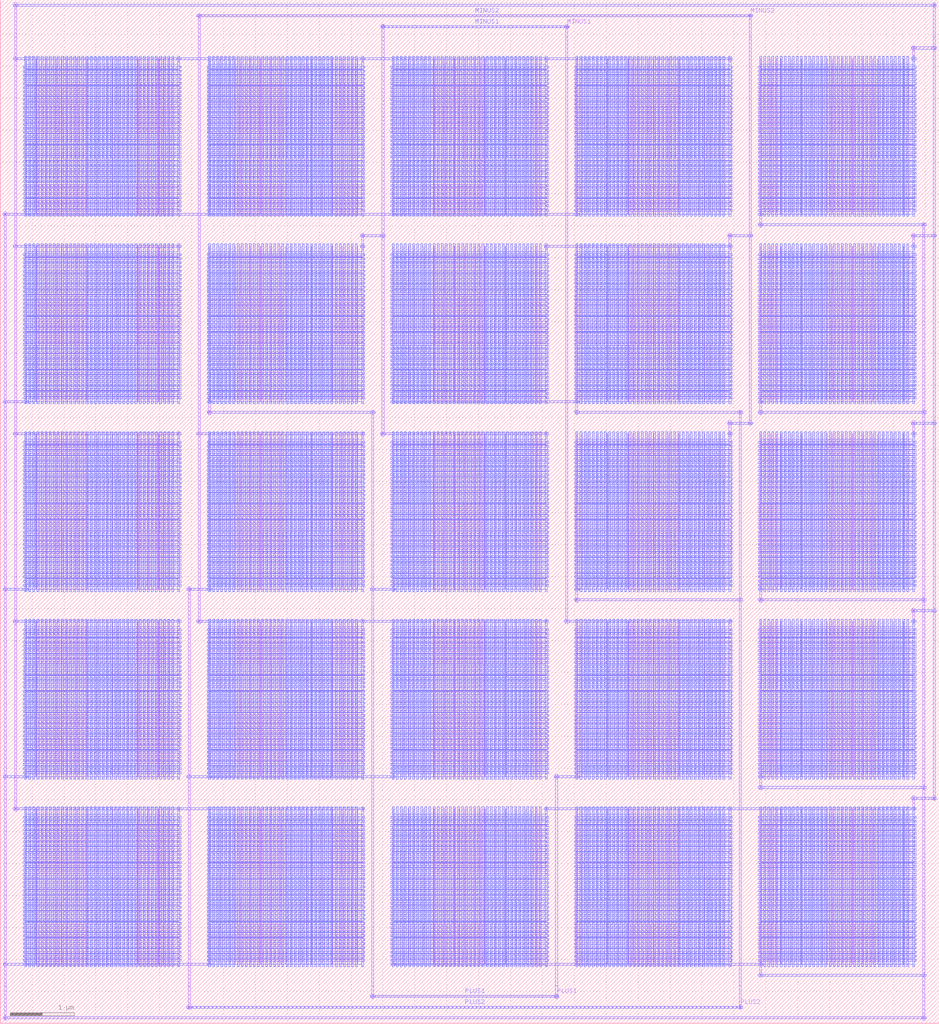
<source format=lef>
MACRO Cap_30fF_Cap_60fF
  ORIGIN 0 0 ;
  FOREIGN Cap_30fF_Cap_60fF 0 0 ;
  SIZE 14.72 BY 16.044 ;
  PIN MINUS1
    DIRECTION INOUT ;
    USE SIGNAL ;
    PORT 
      LAYER M1 ;
        RECT 5.984 15.588 6.016 15.66 ;
      LAYER M2 ;
        RECT 5.964 15.608 6.036 15.64 ;
      LAYER M1 ;
        RECT 8.864 15.588 8.896 15.66 ;
      LAYER M2 ;
        RECT 8.844 15.608 8.916 15.64 ;
      LAYER M2 ;
        RECT 6 15.608 8.88 15.64 ;
    END
  END MINUS1
  PIN PLUS1
    DIRECTION INOUT ;
    USE SIGNAL ;
    PORT 
      LAYER M1 ;
        RECT 5.824 0.384 5.856 0.456 ;
      LAYER M2 ;
        RECT 5.804 0.404 5.876 0.436 ;
      LAYER M1 ;
        RECT 8.704 0.384 8.736 0.456 ;
      LAYER M2 ;
        RECT 8.684 0.404 8.756 0.436 ;
      LAYER M2 ;
        RECT 5.84 0.404 8.72 0.436 ;
    END
  END PLUS1
  PIN MINUS2
    DIRECTION INOUT ;
    USE SIGNAL ;
    PORT 
      LAYER M1 ;
        RECT 3.104 15.756 3.136 15.828 ;
      LAYER M2 ;
        RECT 3.084 15.776 3.156 15.808 ;
      LAYER M1 ;
        RECT 11.744 15.756 11.776 15.828 ;
      LAYER M2 ;
        RECT 11.724 15.776 11.796 15.808 ;
      LAYER M2 ;
        RECT 3.12 15.776 11.76 15.808 ;
    END
  END MINUS2
  PIN PLUS2
    DIRECTION INOUT ;
    USE SIGNAL ;
    PORT 
      LAYER M1 ;
        RECT 2.944 0.216 2.976 0.288 ;
      LAYER M2 ;
        RECT 2.924 0.236 2.996 0.268 ;
      LAYER M1 ;
        RECT 11.584 0.216 11.616 0.288 ;
      LAYER M2 ;
        RECT 11.564 0.236 11.636 0.268 ;
      LAYER M2 ;
        RECT 2.96 0.236 11.6 0.268 ;
    END
  END PLUS2
  OBS 
  LAYER M1 ;
        RECT 6.144 6.768 6.176 6.84 ;
  LAYER M2 ;
        RECT 6.124 6.788 6.196 6.82 ;
  LAYER M2 ;
        RECT 5.84 6.788 6.16 6.82 ;
  LAYER M1 ;
        RECT 5.824 6.768 5.856 6.84 ;
  LAYER M2 ;
        RECT 5.804 6.788 5.876 6.82 ;
  LAYER M1 ;
        RECT 3.264 9.708 3.296 9.78 ;
  LAYER M2 ;
        RECT 3.244 9.728 3.316 9.76 ;
  LAYER M1 ;
        RECT 3.264 9.576 3.296 9.744 ;
  LAYER M1 ;
        RECT 3.264 9.54 3.296 9.612 ;
  LAYER M2 ;
        RECT 3.244 9.56 3.316 9.592 ;
  LAYER M2 ;
        RECT 3.28 9.56 5.84 9.592 ;
  LAYER M1 ;
        RECT 5.824 9.54 5.856 9.612 ;
  LAYER M2 ;
        RECT 5.804 9.56 5.876 9.592 ;
  LAYER M1 ;
        RECT 5.824 0.384 5.856 0.456 ;
  LAYER M2 ;
        RECT 5.804 0.404 5.876 0.436 ;
  LAYER M1 ;
        RECT 5.824 0.42 5.856 0.588 ;
  LAYER M1 ;
        RECT 5.824 0.588 5.856 9.576 ;
  LAYER M1 ;
        RECT 9.024 3.828 9.056 3.9 ;
  LAYER M2 ;
        RECT 9.004 3.848 9.076 3.88 ;
  LAYER M2 ;
        RECT 8.72 3.848 9.04 3.88 ;
  LAYER M1 ;
        RECT 8.704 3.828 8.736 3.9 ;
  LAYER M2 ;
        RECT 8.684 3.848 8.756 3.88 ;
  LAYER M1 ;
        RECT 8.704 0.384 8.736 0.456 ;
  LAYER M2 ;
        RECT 8.684 0.404 8.756 0.436 ;
  LAYER M1 ;
        RECT 8.704 0.42 8.736 0.588 ;
  LAYER M1 ;
        RECT 8.704 0.588 8.736 3.864 ;
  LAYER M2 ;
        RECT 5.84 0.404 8.72 0.436 ;
  LAYER M1 ;
        RECT 3.264 6.768 3.296 6.84 ;
  LAYER M2 ;
        RECT 3.244 6.788 3.316 6.82 ;
  LAYER M2 ;
        RECT 2.96 6.788 3.28 6.82 ;
  LAYER M1 ;
        RECT 2.944 6.768 2.976 6.84 ;
  LAYER M2 ;
        RECT 2.924 6.788 2.996 6.82 ;
  LAYER M1 ;
        RECT 3.264 3.828 3.296 3.9 ;
  LAYER M2 ;
        RECT 3.244 3.848 3.316 3.88 ;
  LAYER M2 ;
        RECT 2.96 3.848 3.28 3.88 ;
  LAYER M1 ;
        RECT 2.944 3.828 2.976 3.9 ;
  LAYER M2 ;
        RECT 2.924 3.848 2.996 3.88 ;
  LAYER M1 ;
        RECT 2.944 0.216 2.976 0.288 ;
  LAYER M2 ;
        RECT 2.924 0.236 2.996 0.268 ;
  LAYER M1 ;
        RECT 2.944 0.252 2.976 0.588 ;
  LAYER M1 ;
        RECT 2.944 0.588 2.976 6.804 ;
  LAYER M1 ;
        RECT 9.024 6.768 9.056 6.84 ;
  LAYER M2 ;
        RECT 9.004 6.788 9.076 6.82 ;
  LAYER M1 ;
        RECT 9.024 6.636 9.056 6.804 ;
  LAYER M1 ;
        RECT 9.024 6.6 9.056 6.672 ;
  LAYER M2 ;
        RECT 9.004 6.62 9.076 6.652 ;
  LAYER M2 ;
        RECT 9.04 6.62 11.6 6.652 ;
  LAYER M1 ;
        RECT 11.584 6.6 11.616 6.672 ;
  LAYER M2 ;
        RECT 11.564 6.62 11.636 6.652 ;
  LAYER M1 ;
        RECT 9.024 9.708 9.056 9.78 ;
  LAYER M2 ;
        RECT 9.004 9.728 9.076 9.76 ;
  LAYER M1 ;
        RECT 9.024 9.576 9.056 9.744 ;
  LAYER M1 ;
        RECT 9.024 9.54 9.056 9.612 ;
  LAYER M2 ;
        RECT 9.004 9.56 9.076 9.592 ;
  LAYER M2 ;
        RECT 9.04 9.56 11.6 9.592 ;
  LAYER M1 ;
        RECT 11.584 9.54 11.616 9.612 ;
  LAYER M2 ;
        RECT 11.564 9.56 11.636 9.592 ;
  LAYER M1 ;
        RECT 11.584 0.216 11.616 0.288 ;
  LAYER M2 ;
        RECT 11.564 0.236 11.636 0.268 ;
  LAYER M1 ;
        RECT 11.584 0.252 11.616 0.588 ;
  LAYER M1 ;
        RECT 11.584 0.588 11.616 9.576 ;
  LAYER M2 ;
        RECT 2.96 0.236 11.6 0.268 ;
  LAYER M1 ;
        RECT 6.144 3.828 6.176 3.9 ;
  LAYER M2 ;
        RECT 6.124 3.848 6.196 3.88 ;
  LAYER M2 ;
        RECT 3.28 3.848 6.16 3.88 ;
  LAYER M1 ;
        RECT 3.264 3.828 3.296 3.9 ;
  LAYER M2 ;
        RECT 3.244 3.848 3.316 3.88 ;
  LAYER M1 ;
        RECT 6.144 9.708 6.176 9.78 ;
  LAYER M2 ;
        RECT 6.124 9.728 6.196 9.76 ;
  LAYER M2 ;
        RECT 6.16 9.728 9.04 9.76 ;
  LAYER M1 ;
        RECT 9.024 9.708 9.056 9.78 ;
  LAYER M2 ;
        RECT 9.004 9.728 9.076 9.76 ;
  LAYER M1 ;
        RECT 0.384 0.888 0.416 0.96 ;
  LAYER M2 ;
        RECT 0.364 0.908 0.436 0.94 ;
  LAYER M2 ;
        RECT 0.08 0.908 0.4 0.94 ;
  LAYER M1 ;
        RECT 0.064 0.888 0.096 0.96 ;
  LAYER M2 ;
        RECT 0.044 0.908 0.116 0.94 ;
  LAYER M1 ;
        RECT 0.384 3.828 0.416 3.9 ;
  LAYER M2 ;
        RECT 0.364 3.848 0.436 3.88 ;
  LAYER M2 ;
        RECT 0.08 3.848 0.4 3.88 ;
  LAYER M1 ;
        RECT 0.064 3.828 0.096 3.9 ;
  LAYER M2 ;
        RECT 0.044 3.848 0.116 3.88 ;
  LAYER M1 ;
        RECT 0.384 6.768 0.416 6.84 ;
  LAYER M2 ;
        RECT 0.364 6.788 0.436 6.82 ;
  LAYER M2 ;
        RECT 0.08 6.788 0.4 6.82 ;
  LAYER M1 ;
        RECT 0.064 6.768 0.096 6.84 ;
  LAYER M2 ;
        RECT 0.044 6.788 0.116 6.82 ;
  LAYER M1 ;
        RECT 0.384 9.708 0.416 9.78 ;
  LAYER M2 ;
        RECT 0.364 9.728 0.436 9.76 ;
  LAYER M2 ;
        RECT 0.08 9.728 0.4 9.76 ;
  LAYER M1 ;
        RECT 0.064 9.708 0.096 9.78 ;
  LAYER M2 ;
        RECT 0.044 9.728 0.116 9.76 ;
  LAYER M1 ;
        RECT 0.384 12.648 0.416 12.72 ;
  LAYER M2 ;
        RECT 0.364 12.668 0.436 12.7 ;
  LAYER M2 ;
        RECT 0.08 12.668 0.4 12.7 ;
  LAYER M1 ;
        RECT 0.064 12.648 0.096 12.72 ;
  LAYER M2 ;
        RECT 0.044 12.668 0.116 12.7 ;
  LAYER M1 ;
        RECT 0.064 0.048 0.096 0.12 ;
  LAYER M2 ;
        RECT 0.044 0.068 0.116 0.1 ;
  LAYER M1 ;
        RECT 0.064 0.084 0.096 0.588 ;
  LAYER M1 ;
        RECT 0.064 0.588 0.096 12.684 ;
  LAYER M1 ;
        RECT 11.904 0.888 11.936 0.96 ;
  LAYER M2 ;
        RECT 11.884 0.908 11.956 0.94 ;
  LAYER M1 ;
        RECT 11.904 0.756 11.936 0.924 ;
  LAYER M1 ;
        RECT 11.904 0.72 11.936 0.792 ;
  LAYER M2 ;
        RECT 11.884 0.74 11.956 0.772 ;
  LAYER M2 ;
        RECT 11.92 0.74 14.48 0.772 ;
  LAYER M1 ;
        RECT 14.464 0.72 14.496 0.792 ;
  LAYER M2 ;
        RECT 14.444 0.74 14.516 0.772 ;
  LAYER M1 ;
        RECT 11.904 3.828 11.936 3.9 ;
  LAYER M2 ;
        RECT 11.884 3.848 11.956 3.88 ;
  LAYER M1 ;
        RECT 11.904 3.696 11.936 3.864 ;
  LAYER M1 ;
        RECT 11.904 3.66 11.936 3.732 ;
  LAYER M2 ;
        RECT 11.884 3.68 11.956 3.712 ;
  LAYER M2 ;
        RECT 11.92 3.68 14.48 3.712 ;
  LAYER M1 ;
        RECT 14.464 3.66 14.496 3.732 ;
  LAYER M2 ;
        RECT 14.444 3.68 14.516 3.712 ;
  LAYER M1 ;
        RECT 11.904 6.768 11.936 6.84 ;
  LAYER M2 ;
        RECT 11.884 6.788 11.956 6.82 ;
  LAYER M1 ;
        RECT 11.904 6.636 11.936 6.804 ;
  LAYER M1 ;
        RECT 11.904 6.6 11.936 6.672 ;
  LAYER M2 ;
        RECT 11.884 6.62 11.956 6.652 ;
  LAYER M2 ;
        RECT 11.92 6.62 14.48 6.652 ;
  LAYER M1 ;
        RECT 14.464 6.6 14.496 6.672 ;
  LAYER M2 ;
        RECT 14.444 6.62 14.516 6.652 ;
  LAYER M1 ;
        RECT 11.904 9.708 11.936 9.78 ;
  LAYER M2 ;
        RECT 11.884 9.728 11.956 9.76 ;
  LAYER M1 ;
        RECT 11.904 9.576 11.936 9.744 ;
  LAYER M1 ;
        RECT 11.904 9.54 11.936 9.612 ;
  LAYER M2 ;
        RECT 11.884 9.56 11.956 9.592 ;
  LAYER M2 ;
        RECT 11.92 9.56 14.48 9.592 ;
  LAYER M1 ;
        RECT 14.464 9.54 14.496 9.612 ;
  LAYER M2 ;
        RECT 14.444 9.56 14.516 9.592 ;
  LAYER M1 ;
        RECT 11.904 12.648 11.936 12.72 ;
  LAYER M2 ;
        RECT 11.884 12.668 11.956 12.7 ;
  LAYER M1 ;
        RECT 11.904 12.516 11.936 12.684 ;
  LAYER M1 ;
        RECT 11.904 12.48 11.936 12.552 ;
  LAYER M2 ;
        RECT 11.884 12.5 11.956 12.532 ;
  LAYER M2 ;
        RECT 11.92 12.5 14.48 12.532 ;
  LAYER M1 ;
        RECT 14.464 12.48 14.496 12.552 ;
  LAYER M2 ;
        RECT 14.444 12.5 14.516 12.532 ;
  LAYER M1 ;
        RECT 14.464 0.048 14.496 0.12 ;
  LAYER M2 ;
        RECT 14.444 0.068 14.516 0.1 ;
  LAYER M1 ;
        RECT 14.464 0.084 14.496 0.588 ;
  LAYER M1 ;
        RECT 14.464 0.588 14.496 12.516 ;
  LAYER M2 ;
        RECT 0.08 0.068 14.48 0.1 ;
  LAYER M1 ;
        RECT 3.264 0.888 3.296 0.96 ;
  LAYER M2 ;
        RECT 3.244 0.908 3.316 0.94 ;
  LAYER M2 ;
        RECT 0.4 0.908 3.28 0.94 ;
  LAYER M1 ;
        RECT 0.384 0.888 0.416 0.96 ;
  LAYER M2 ;
        RECT 0.364 0.908 0.436 0.94 ;
  LAYER M1 ;
        RECT 3.264 12.648 3.296 12.72 ;
  LAYER M2 ;
        RECT 3.244 12.668 3.316 12.7 ;
  LAYER M2 ;
        RECT 0.4 12.668 3.28 12.7 ;
  LAYER M1 ;
        RECT 0.384 12.648 0.416 12.72 ;
  LAYER M2 ;
        RECT 0.364 12.668 0.436 12.7 ;
  LAYER M1 ;
        RECT 6.144 12.648 6.176 12.72 ;
  LAYER M2 ;
        RECT 6.124 12.668 6.196 12.7 ;
  LAYER M2 ;
        RECT 3.28 12.668 6.16 12.7 ;
  LAYER M1 ;
        RECT 3.264 12.648 3.296 12.72 ;
  LAYER M2 ;
        RECT 3.244 12.668 3.316 12.7 ;
  LAYER M1 ;
        RECT 9.024 12.648 9.056 12.72 ;
  LAYER M2 ;
        RECT 9.004 12.668 9.076 12.7 ;
  LAYER M2 ;
        RECT 6.16 12.668 9.04 12.7 ;
  LAYER M1 ;
        RECT 6.144 12.648 6.176 12.72 ;
  LAYER M2 ;
        RECT 6.124 12.668 6.196 12.7 ;
  LAYER M1 ;
        RECT 9.024 0.888 9.056 0.96 ;
  LAYER M2 ;
        RECT 9.004 0.908 9.076 0.94 ;
  LAYER M2 ;
        RECT 9.04 0.908 11.92 0.94 ;
  LAYER M1 ;
        RECT 11.904 0.888 11.936 0.96 ;
  LAYER M2 ;
        RECT 11.884 0.908 11.956 0.94 ;
  LAYER M1 ;
        RECT 6.144 0.888 6.176 0.96 ;
  LAYER M2 ;
        RECT 6.124 0.908 6.196 0.94 ;
  LAYER M2 ;
        RECT 6.16 0.908 9.04 0.94 ;
  LAYER M1 ;
        RECT 9.024 0.888 9.056 0.96 ;
  LAYER M2 ;
        RECT 9.004 0.908 9.076 0.94 ;
  LAYER M1 ;
        RECT 8.544 9.204 8.576 9.276 ;
  LAYER M2 ;
        RECT 8.524 9.224 8.596 9.256 ;
  LAYER M2 ;
        RECT 6 9.224 8.56 9.256 ;
  LAYER M1 ;
        RECT 5.984 9.204 6.016 9.276 ;
  LAYER M2 ;
        RECT 5.964 9.224 6.036 9.256 ;
  LAYER M1 ;
        RECT 5.664 12.144 5.696 12.216 ;
  LAYER M2 ;
        RECT 5.644 12.164 5.716 12.196 ;
  LAYER M1 ;
        RECT 5.664 12.18 5.696 12.348 ;
  LAYER M1 ;
        RECT 5.664 12.312 5.696 12.384 ;
  LAYER M2 ;
        RECT 5.644 12.332 5.716 12.364 ;
  LAYER M2 ;
        RECT 5.68 12.332 6 12.364 ;
  LAYER M1 ;
        RECT 5.984 12.312 6.016 12.384 ;
  LAYER M2 ;
        RECT 5.964 12.332 6.036 12.364 ;
  LAYER M1 ;
        RECT 5.984 15.588 6.016 15.66 ;
  LAYER M2 ;
        RECT 5.964 15.608 6.036 15.64 ;
  LAYER M1 ;
        RECT 5.984 15.456 6.016 15.624 ;
  LAYER M1 ;
        RECT 5.984 9.24 6.016 15.456 ;
  LAYER M1 ;
        RECT 11.424 6.264 11.456 6.336 ;
  LAYER M2 ;
        RECT 11.404 6.284 11.476 6.316 ;
  LAYER M2 ;
        RECT 8.88 6.284 11.44 6.316 ;
  LAYER M1 ;
        RECT 8.864 6.264 8.896 6.336 ;
  LAYER M2 ;
        RECT 8.844 6.284 8.916 6.316 ;
  LAYER M1 ;
        RECT 8.864 15.588 8.896 15.66 ;
  LAYER M2 ;
        RECT 8.844 15.608 8.916 15.64 ;
  LAYER M1 ;
        RECT 8.864 15.456 8.896 15.624 ;
  LAYER M1 ;
        RECT 8.864 6.3 8.896 15.456 ;
  LAYER M2 ;
        RECT 6 15.608 8.88 15.64 ;
  LAYER M1 ;
        RECT 5.664 9.204 5.696 9.276 ;
  LAYER M2 ;
        RECT 5.644 9.224 5.716 9.256 ;
  LAYER M2 ;
        RECT 3.12 9.224 5.68 9.256 ;
  LAYER M1 ;
        RECT 3.104 9.204 3.136 9.276 ;
  LAYER M2 ;
        RECT 3.084 9.224 3.156 9.256 ;
  LAYER M1 ;
        RECT 5.664 6.264 5.696 6.336 ;
  LAYER M2 ;
        RECT 5.644 6.284 5.716 6.316 ;
  LAYER M2 ;
        RECT 3.12 6.284 5.68 6.316 ;
  LAYER M1 ;
        RECT 3.104 6.264 3.136 6.336 ;
  LAYER M2 ;
        RECT 3.084 6.284 3.156 6.316 ;
  LAYER M1 ;
        RECT 3.104 15.756 3.136 15.828 ;
  LAYER M2 ;
        RECT 3.084 15.776 3.156 15.808 ;
  LAYER M1 ;
        RECT 3.104 15.456 3.136 15.792 ;
  LAYER M1 ;
        RECT 3.104 6.3 3.136 15.456 ;
  LAYER M1 ;
        RECT 11.424 9.204 11.456 9.276 ;
  LAYER M2 ;
        RECT 11.404 9.224 11.476 9.256 ;
  LAYER M1 ;
        RECT 11.424 9.24 11.456 9.408 ;
  LAYER M1 ;
        RECT 11.424 9.372 11.456 9.444 ;
  LAYER M2 ;
        RECT 11.404 9.392 11.476 9.424 ;
  LAYER M2 ;
        RECT 11.44 9.392 11.76 9.424 ;
  LAYER M1 ;
        RECT 11.744 9.372 11.776 9.444 ;
  LAYER M2 ;
        RECT 11.724 9.392 11.796 9.424 ;
  LAYER M1 ;
        RECT 11.424 12.144 11.456 12.216 ;
  LAYER M2 ;
        RECT 11.404 12.164 11.476 12.196 ;
  LAYER M1 ;
        RECT 11.424 12.18 11.456 12.348 ;
  LAYER M1 ;
        RECT 11.424 12.312 11.456 12.384 ;
  LAYER M2 ;
        RECT 11.404 12.332 11.476 12.364 ;
  LAYER M2 ;
        RECT 11.44 12.332 11.76 12.364 ;
  LAYER M1 ;
        RECT 11.744 12.312 11.776 12.384 ;
  LAYER M2 ;
        RECT 11.724 12.332 11.796 12.364 ;
  LAYER M1 ;
        RECT 11.744 15.756 11.776 15.828 ;
  LAYER M2 ;
        RECT 11.724 15.776 11.796 15.808 ;
  LAYER M1 ;
        RECT 11.744 15.456 11.776 15.792 ;
  LAYER M1 ;
        RECT 11.744 9.408 11.776 15.456 ;
  LAYER M2 ;
        RECT 3.12 15.776 11.76 15.808 ;
  LAYER M1 ;
        RECT 8.544 6.264 8.576 6.336 ;
  LAYER M2 ;
        RECT 8.524 6.284 8.596 6.316 ;
  LAYER M2 ;
        RECT 5.68 6.284 8.56 6.316 ;
  LAYER M1 ;
        RECT 5.664 6.264 5.696 6.336 ;
  LAYER M2 ;
        RECT 5.644 6.284 5.716 6.316 ;
  LAYER M1 ;
        RECT 8.544 12.144 8.576 12.216 ;
  LAYER M2 ;
        RECT 8.524 12.164 8.596 12.196 ;
  LAYER M2 ;
        RECT 8.56 12.164 11.44 12.196 ;
  LAYER M1 ;
        RECT 11.424 12.144 11.456 12.216 ;
  LAYER M2 ;
        RECT 11.404 12.164 11.476 12.196 ;
  LAYER M1 ;
        RECT 2.784 3.324 2.816 3.396 ;
  LAYER M2 ;
        RECT 2.764 3.344 2.836 3.376 ;
  LAYER M2 ;
        RECT 0.24 3.344 2.8 3.376 ;
  LAYER M1 ;
        RECT 0.224 3.324 0.256 3.396 ;
  LAYER M2 ;
        RECT 0.204 3.344 0.276 3.376 ;
  LAYER M1 ;
        RECT 2.784 6.264 2.816 6.336 ;
  LAYER M2 ;
        RECT 2.764 6.284 2.836 6.316 ;
  LAYER M2 ;
        RECT 0.24 6.284 2.8 6.316 ;
  LAYER M1 ;
        RECT 0.224 6.264 0.256 6.336 ;
  LAYER M2 ;
        RECT 0.204 6.284 0.276 6.316 ;
  LAYER M1 ;
        RECT 2.784 9.204 2.816 9.276 ;
  LAYER M2 ;
        RECT 2.764 9.224 2.836 9.256 ;
  LAYER M2 ;
        RECT 0.24 9.224 2.8 9.256 ;
  LAYER M1 ;
        RECT 0.224 9.204 0.256 9.276 ;
  LAYER M2 ;
        RECT 0.204 9.224 0.276 9.256 ;
  LAYER M1 ;
        RECT 2.784 12.144 2.816 12.216 ;
  LAYER M2 ;
        RECT 2.764 12.164 2.836 12.196 ;
  LAYER M2 ;
        RECT 0.24 12.164 2.8 12.196 ;
  LAYER M1 ;
        RECT 0.224 12.144 0.256 12.216 ;
  LAYER M2 ;
        RECT 0.204 12.164 0.276 12.196 ;
  LAYER M1 ;
        RECT 2.784 15.084 2.816 15.156 ;
  LAYER M2 ;
        RECT 2.764 15.104 2.836 15.136 ;
  LAYER M2 ;
        RECT 0.24 15.104 2.8 15.136 ;
  LAYER M1 ;
        RECT 0.224 15.084 0.256 15.156 ;
  LAYER M2 ;
        RECT 0.204 15.104 0.276 15.136 ;
  LAYER M1 ;
        RECT 0.224 15.924 0.256 15.996 ;
  LAYER M2 ;
        RECT 0.204 15.944 0.276 15.976 ;
  LAYER M1 ;
        RECT 0.224 15.456 0.256 15.96 ;
  LAYER M1 ;
        RECT 0.224 3.36 0.256 15.456 ;
  LAYER M1 ;
        RECT 14.304 3.324 14.336 3.396 ;
  LAYER M2 ;
        RECT 14.284 3.344 14.356 3.376 ;
  LAYER M1 ;
        RECT 14.304 3.36 14.336 3.528 ;
  LAYER M1 ;
        RECT 14.304 3.492 14.336 3.564 ;
  LAYER M2 ;
        RECT 14.284 3.512 14.356 3.544 ;
  LAYER M2 ;
        RECT 14.32 3.512 14.64 3.544 ;
  LAYER M1 ;
        RECT 14.624 3.492 14.656 3.564 ;
  LAYER M2 ;
        RECT 14.604 3.512 14.676 3.544 ;
  LAYER M1 ;
        RECT 14.304 6.264 14.336 6.336 ;
  LAYER M2 ;
        RECT 14.284 6.284 14.356 6.316 ;
  LAYER M1 ;
        RECT 14.304 6.3 14.336 6.468 ;
  LAYER M1 ;
        RECT 14.304 6.432 14.336 6.504 ;
  LAYER M2 ;
        RECT 14.284 6.452 14.356 6.484 ;
  LAYER M2 ;
        RECT 14.32 6.452 14.64 6.484 ;
  LAYER M1 ;
        RECT 14.624 6.432 14.656 6.504 ;
  LAYER M2 ;
        RECT 14.604 6.452 14.676 6.484 ;
  LAYER M1 ;
        RECT 14.304 9.204 14.336 9.276 ;
  LAYER M2 ;
        RECT 14.284 9.224 14.356 9.256 ;
  LAYER M1 ;
        RECT 14.304 9.24 14.336 9.408 ;
  LAYER M1 ;
        RECT 14.304 9.372 14.336 9.444 ;
  LAYER M2 ;
        RECT 14.284 9.392 14.356 9.424 ;
  LAYER M2 ;
        RECT 14.32 9.392 14.64 9.424 ;
  LAYER M1 ;
        RECT 14.624 9.372 14.656 9.444 ;
  LAYER M2 ;
        RECT 14.604 9.392 14.676 9.424 ;
  LAYER M1 ;
        RECT 14.304 12.144 14.336 12.216 ;
  LAYER M2 ;
        RECT 14.284 12.164 14.356 12.196 ;
  LAYER M1 ;
        RECT 14.304 12.18 14.336 12.348 ;
  LAYER M1 ;
        RECT 14.304 12.312 14.336 12.384 ;
  LAYER M2 ;
        RECT 14.284 12.332 14.356 12.364 ;
  LAYER M2 ;
        RECT 14.32 12.332 14.64 12.364 ;
  LAYER M1 ;
        RECT 14.624 12.312 14.656 12.384 ;
  LAYER M2 ;
        RECT 14.604 12.332 14.676 12.364 ;
  LAYER M1 ;
        RECT 14.304 15.084 14.336 15.156 ;
  LAYER M2 ;
        RECT 14.284 15.104 14.356 15.136 ;
  LAYER M1 ;
        RECT 14.304 15.12 14.336 15.288 ;
  LAYER M1 ;
        RECT 14.304 15.252 14.336 15.324 ;
  LAYER M2 ;
        RECT 14.284 15.272 14.356 15.304 ;
  LAYER M2 ;
        RECT 14.32 15.272 14.64 15.304 ;
  LAYER M1 ;
        RECT 14.624 15.252 14.656 15.324 ;
  LAYER M2 ;
        RECT 14.604 15.272 14.676 15.304 ;
  LAYER M1 ;
        RECT 14.624 15.924 14.656 15.996 ;
  LAYER M2 ;
        RECT 14.604 15.944 14.676 15.976 ;
  LAYER M1 ;
        RECT 14.624 15.456 14.656 15.96 ;
  LAYER M1 ;
        RECT 14.624 3.528 14.656 15.456 ;
  LAYER M2 ;
        RECT 0.24 15.944 14.64 15.976 ;
  LAYER M1 ;
        RECT 5.664 3.324 5.696 3.396 ;
  LAYER M2 ;
        RECT 5.644 3.344 5.716 3.376 ;
  LAYER M2 ;
        RECT 2.8 3.344 5.68 3.376 ;
  LAYER M1 ;
        RECT 2.784 3.324 2.816 3.396 ;
  LAYER M2 ;
        RECT 2.764 3.344 2.836 3.376 ;
  LAYER M1 ;
        RECT 5.664 15.084 5.696 15.156 ;
  LAYER M2 ;
        RECT 5.644 15.104 5.716 15.136 ;
  LAYER M2 ;
        RECT 2.8 15.104 5.68 15.136 ;
  LAYER M1 ;
        RECT 2.784 15.084 2.816 15.156 ;
  LAYER M2 ;
        RECT 2.764 15.104 2.836 15.136 ;
  LAYER M1 ;
        RECT 8.544 15.084 8.576 15.156 ;
  LAYER M2 ;
        RECT 8.524 15.104 8.596 15.136 ;
  LAYER M2 ;
        RECT 5.68 15.104 8.56 15.136 ;
  LAYER M1 ;
        RECT 5.664 15.084 5.696 15.156 ;
  LAYER M2 ;
        RECT 5.644 15.104 5.716 15.136 ;
  LAYER M1 ;
        RECT 11.424 15.084 11.456 15.156 ;
  LAYER M2 ;
        RECT 11.404 15.104 11.476 15.136 ;
  LAYER M2 ;
        RECT 8.56 15.104 11.44 15.136 ;
  LAYER M1 ;
        RECT 8.544 15.084 8.576 15.156 ;
  LAYER M2 ;
        RECT 8.524 15.104 8.596 15.136 ;
  LAYER M1 ;
        RECT 11.424 3.324 11.456 3.396 ;
  LAYER M2 ;
        RECT 11.404 3.344 11.476 3.376 ;
  LAYER M2 ;
        RECT 11.44 3.344 14.32 3.376 ;
  LAYER M1 ;
        RECT 14.304 3.324 14.336 3.396 ;
  LAYER M2 ;
        RECT 14.284 3.344 14.356 3.376 ;
  LAYER M1 ;
        RECT 8.544 3.324 8.576 3.396 ;
  LAYER M2 ;
        RECT 8.524 3.344 8.596 3.376 ;
  LAYER M2 ;
        RECT 8.56 3.344 11.44 3.376 ;
  LAYER M1 ;
        RECT 11.424 3.324 11.456 3.396 ;
  LAYER M2 ;
        RECT 11.404 3.344 11.476 3.376 ;
  LAYER M1 ;
        RECT 0.384 0.888 0.416 3.396 ;
  LAYER M1 ;
        RECT 0.448 0.888 0.48 3.396 ;
  LAYER M1 ;
        RECT 0.512 0.888 0.544 3.396 ;
  LAYER M1 ;
        RECT 0.576 0.888 0.608 3.396 ;
  LAYER M1 ;
        RECT 0.64 0.888 0.672 3.396 ;
  LAYER M1 ;
        RECT 0.704 0.888 0.736 3.396 ;
  LAYER M1 ;
        RECT 0.768 0.888 0.8 3.396 ;
  LAYER M1 ;
        RECT 0.832 0.888 0.864 3.396 ;
  LAYER M1 ;
        RECT 0.896 0.888 0.928 3.396 ;
  LAYER M1 ;
        RECT 0.96 0.888 0.992 3.396 ;
  LAYER M1 ;
        RECT 1.024 0.888 1.056 3.396 ;
  LAYER M1 ;
        RECT 1.088 0.888 1.12 3.396 ;
  LAYER M1 ;
        RECT 1.152 0.888 1.184 3.396 ;
  LAYER M1 ;
        RECT 1.216 0.888 1.248 3.396 ;
  LAYER M1 ;
        RECT 1.28 0.888 1.312 3.396 ;
  LAYER M1 ;
        RECT 1.344 0.888 1.376 3.396 ;
  LAYER M1 ;
        RECT 1.408 0.888 1.44 3.396 ;
  LAYER M1 ;
        RECT 1.472 0.888 1.504 3.396 ;
  LAYER M1 ;
        RECT 1.536 0.888 1.568 3.396 ;
  LAYER M1 ;
        RECT 1.6 0.888 1.632 3.396 ;
  LAYER M1 ;
        RECT 1.664 0.888 1.696 3.396 ;
  LAYER M1 ;
        RECT 1.728 0.888 1.76 3.396 ;
  LAYER M1 ;
        RECT 1.792 0.888 1.824 3.396 ;
  LAYER M1 ;
        RECT 1.856 0.888 1.888 3.396 ;
  LAYER M1 ;
        RECT 1.92 0.888 1.952 3.396 ;
  LAYER M1 ;
        RECT 1.984 0.888 2.016 3.396 ;
  LAYER M1 ;
        RECT 2.048 0.888 2.08 3.396 ;
  LAYER M1 ;
        RECT 2.112 0.888 2.144 3.396 ;
  LAYER M1 ;
        RECT 2.176 0.888 2.208 3.396 ;
  LAYER M1 ;
        RECT 2.24 0.888 2.272 3.396 ;
  LAYER M1 ;
        RECT 2.304 0.888 2.336 3.396 ;
  LAYER M1 ;
        RECT 2.368 0.888 2.4 3.396 ;
  LAYER M1 ;
        RECT 2.432 0.888 2.464 3.396 ;
  LAYER M1 ;
        RECT 2.496 0.888 2.528 3.396 ;
  LAYER M1 ;
        RECT 2.56 0.888 2.592 3.396 ;
  LAYER M1 ;
        RECT 2.624 0.888 2.656 3.396 ;
  LAYER M1 ;
        RECT 2.688 0.888 2.72 3.396 ;
  LAYER M2 ;
        RECT 0.364 0.972 2.836 1.004 ;
  LAYER M2 ;
        RECT 0.364 1.036 2.836 1.068 ;
  LAYER M2 ;
        RECT 0.364 1.1 2.836 1.132 ;
  LAYER M2 ;
        RECT 0.364 1.164 2.836 1.196 ;
  LAYER M2 ;
        RECT 0.364 1.228 2.836 1.26 ;
  LAYER M2 ;
        RECT 0.364 1.292 2.836 1.324 ;
  LAYER M2 ;
        RECT 0.364 1.356 2.836 1.388 ;
  LAYER M2 ;
        RECT 0.364 1.42 2.836 1.452 ;
  LAYER M2 ;
        RECT 0.364 1.484 2.836 1.516 ;
  LAYER M2 ;
        RECT 0.364 1.548 2.836 1.58 ;
  LAYER M2 ;
        RECT 0.364 1.612 2.836 1.644 ;
  LAYER M2 ;
        RECT 0.364 1.676 2.836 1.708 ;
  LAYER M2 ;
        RECT 0.364 1.74 2.836 1.772 ;
  LAYER M2 ;
        RECT 0.364 1.804 2.836 1.836 ;
  LAYER M2 ;
        RECT 0.364 1.868 2.836 1.9 ;
  LAYER M2 ;
        RECT 0.364 1.932 2.836 1.964 ;
  LAYER M2 ;
        RECT 0.364 1.996 2.836 2.028 ;
  LAYER M2 ;
        RECT 0.364 2.06 2.836 2.092 ;
  LAYER M2 ;
        RECT 0.364 2.124 2.836 2.156 ;
  LAYER M2 ;
        RECT 0.364 2.188 2.836 2.22 ;
  LAYER M2 ;
        RECT 0.364 2.252 2.836 2.284 ;
  LAYER M2 ;
        RECT 0.364 2.316 2.836 2.348 ;
  LAYER M2 ;
        RECT 0.364 2.38 2.836 2.412 ;
  LAYER M2 ;
        RECT 0.364 2.444 2.836 2.476 ;
  LAYER M2 ;
        RECT 0.364 2.508 2.836 2.54 ;
  LAYER M2 ;
        RECT 0.364 2.572 2.836 2.604 ;
  LAYER M2 ;
        RECT 0.364 2.636 2.836 2.668 ;
  LAYER M2 ;
        RECT 0.364 2.7 2.836 2.732 ;
  LAYER M2 ;
        RECT 0.364 2.764 2.836 2.796 ;
  LAYER M2 ;
        RECT 0.364 2.828 2.836 2.86 ;
  LAYER M2 ;
        RECT 0.364 2.892 2.836 2.924 ;
  LAYER M2 ;
        RECT 0.364 2.956 2.836 2.988 ;
  LAYER M2 ;
        RECT 0.364 3.02 2.836 3.052 ;
  LAYER M2 ;
        RECT 0.364 3.084 2.836 3.116 ;
  LAYER M2 ;
        RECT 0.364 3.148 2.836 3.18 ;
  LAYER M2 ;
        RECT 0.364 3.212 2.836 3.244 ;
  LAYER M3 ;
        RECT 0.384 0.888 0.416 3.396 ;
  LAYER M3 ;
        RECT 0.448 0.888 0.48 3.396 ;
  LAYER M3 ;
        RECT 0.512 0.888 0.544 3.396 ;
  LAYER M3 ;
        RECT 0.576 0.888 0.608 3.396 ;
  LAYER M3 ;
        RECT 0.64 0.888 0.672 3.396 ;
  LAYER M3 ;
        RECT 0.704 0.888 0.736 3.396 ;
  LAYER M3 ;
        RECT 0.768 0.888 0.8 3.396 ;
  LAYER M3 ;
        RECT 0.832 0.888 0.864 3.396 ;
  LAYER M3 ;
        RECT 0.896 0.888 0.928 3.396 ;
  LAYER M3 ;
        RECT 0.96 0.888 0.992 3.396 ;
  LAYER M3 ;
        RECT 1.024 0.888 1.056 3.396 ;
  LAYER M3 ;
        RECT 1.088 0.888 1.12 3.396 ;
  LAYER M3 ;
        RECT 1.152 0.888 1.184 3.396 ;
  LAYER M3 ;
        RECT 1.216 0.888 1.248 3.396 ;
  LAYER M3 ;
        RECT 1.28 0.888 1.312 3.396 ;
  LAYER M3 ;
        RECT 1.344 0.888 1.376 3.396 ;
  LAYER M3 ;
        RECT 1.408 0.888 1.44 3.396 ;
  LAYER M3 ;
        RECT 1.472 0.888 1.504 3.396 ;
  LAYER M3 ;
        RECT 1.536 0.888 1.568 3.396 ;
  LAYER M3 ;
        RECT 1.6 0.888 1.632 3.396 ;
  LAYER M3 ;
        RECT 1.664 0.888 1.696 3.396 ;
  LAYER M3 ;
        RECT 1.728 0.888 1.76 3.396 ;
  LAYER M3 ;
        RECT 1.792 0.888 1.824 3.396 ;
  LAYER M3 ;
        RECT 1.856 0.888 1.888 3.396 ;
  LAYER M3 ;
        RECT 1.92 0.888 1.952 3.396 ;
  LAYER M3 ;
        RECT 1.984 0.888 2.016 3.396 ;
  LAYER M3 ;
        RECT 2.048 0.888 2.08 3.396 ;
  LAYER M3 ;
        RECT 2.112 0.888 2.144 3.396 ;
  LAYER M3 ;
        RECT 2.176 0.888 2.208 3.396 ;
  LAYER M3 ;
        RECT 2.24 0.888 2.272 3.396 ;
  LAYER M3 ;
        RECT 2.304 0.888 2.336 3.396 ;
  LAYER M3 ;
        RECT 2.368 0.888 2.4 3.396 ;
  LAYER M3 ;
        RECT 2.432 0.888 2.464 3.396 ;
  LAYER M3 ;
        RECT 2.496 0.888 2.528 3.396 ;
  LAYER M3 ;
        RECT 2.56 0.888 2.592 3.396 ;
  LAYER M3 ;
        RECT 2.624 0.888 2.656 3.396 ;
  LAYER M3 ;
        RECT 2.688 0.888 2.72 3.396 ;
  LAYER M3 ;
        RECT 2.784 0.888 2.816 3.396 ;
  LAYER M1 ;
        RECT 0.399 0.924 0.401 3.36 ;
  LAYER M1 ;
        RECT 0.479 0.924 0.481 3.36 ;
  LAYER M1 ;
        RECT 0.559 0.924 0.561 3.36 ;
  LAYER M1 ;
        RECT 0.639 0.924 0.641 3.36 ;
  LAYER M1 ;
        RECT 0.719 0.924 0.721 3.36 ;
  LAYER M1 ;
        RECT 0.799 0.924 0.801 3.36 ;
  LAYER M1 ;
        RECT 0.879 0.924 0.881 3.36 ;
  LAYER M1 ;
        RECT 0.959 0.924 0.961 3.36 ;
  LAYER M1 ;
        RECT 1.039 0.924 1.041 3.36 ;
  LAYER M1 ;
        RECT 1.119 0.924 1.121 3.36 ;
  LAYER M1 ;
        RECT 1.199 0.924 1.201 3.36 ;
  LAYER M1 ;
        RECT 1.279 0.924 1.281 3.36 ;
  LAYER M1 ;
        RECT 1.359 0.924 1.361 3.36 ;
  LAYER M1 ;
        RECT 1.439 0.924 1.441 3.36 ;
  LAYER M1 ;
        RECT 1.519 0.924 1.521 3.36 ;
  LAYER M1 ;
        RECT 1.599 0.924 1.601 3.36 ;
  LAYER M1 ;
        RECT 1.679 0.924 1.681 3.36 ;
  LAYER M1 ;
        RECT 1.759 0.924 1.761 3.36 ;
  LAYER M1 ;
        RECT 1.839 0.924 1.841 3.36 ;
  LAYER M1 ;
        RECT 1.919 0.924 1.921 3.36 ;
  LAYER M1 ;
        RECT 1.999 0.924 2.001 3.36 ;
  LAYER M1 ;
        RECT 2.079 0.924 2.081 3.36 ;
  LAYER M1 ;
        RECT 2.159 0.924 2.161 3.36 ;
  LAYER M1 ;
        RECT 2.239 0.924 2.241 3.36 ;
  LAYER M1 ;
        RECT 2.319 0.924 2.321 3.36 ;
  LAYER M1 ;
        RECT 2.399 0.924 2.401 3.36 ;
  LAYER M1 ;
        RECT 2.479 0.924 2.481 3.36 ;
  LAYER M1 ;
        RECT 2.559 0.924 2.561 3.36 ;
  LAYER M1 ;
        RECT 2.639 0.924 2.641 3.36 ;
  LAYER M1 ;
        RECT 2.719 0.924 2.721 3.36 ;
  LAYER M2 ;
        RECT 0.4 0.923 2.8 0.925 ;
  LAYER M2 ;
        RECT 0.4 1.007 2.8 1.009 ;
  LAYER M2 ;
        RECT 0.4 1.091 2.8 1.093 ;
  LAYER M2 ;
        RECT 0.4 1.175 2.8 1.177 ;
  LAYER M2 ;
        RECT 0.4 1.259 2.8 1.261 ;
  LAYER M2 ;
        RECT 0.4 1.343 2.8 1.345 ;
  LAYER M2 ;
        RECT 0.4 1.427 2.8 1.429 ;
  LAYER M2 ;
        RECT 0.4 1.511 2.8 1.513 ;
  LAYER M2 ;
        RECT 0.4 1.595 2.8 1.597 ;
  LAYER M2 ;
        RECT 0.4 1.679 2.8 1.681 ;
  LAYER M2 ;
        RECT 0.4 1.763 2.8 1.765 ;
  LAYER M2 ;
        RECT 0.4 1.847 2.8 1.849 ;
  LAYER M2 ;
        RECT 0.4 1.9305 2.8 1.9325 ;
  LAYER M2 ;
        RECT 0.4 2.015 2.8 2.017 ;
  LAYER M2 ;
        RECT 0.4 2.099 2.8 2.101 ;
  LAYER M2 ;
        RECT 0.4 2.183 2.8 2.185 ;
  LAYER M2 ;
        RECT 0.4 2.267 2.8 2.269 ;
  LAYER M2 ;
        RECT 0.4 2.351 2.8 2.353 ;
  LAYER M2 ;
        RECT 0.4 2.435 2.8 2.437 ;
  LAYER M2 ;
        RECT 0.4 2.519 2.8 2.521 ;
  LAYER M2 ;
        RECT 0.4 2.603 2.8 2.605 ;
  LAYER M2 ;
        RECT 0.4 2.687 2.8 2.689 ;
  LAYER M2 ;
        RECT 0.4 2.771 2.8 2.773 ;
  LAYER M2 ;
        RECT 0.4 2.855 2.8 2.857 ;
  LAYER M2 ;
        RECT 0.4 2.939 2.8 2.941 ;
  LAYER M2 ;
        RECT 0.4 3.023 2.8 3.025 ;
  LAYER M2 ;
        RECT 0.4 3.107 2.8 3.109 ;
  LAYER M2 ;
        RECT 0.4 3.191 2.8 3.193 ;
  LAYER M2 ;
        RECT 0.4 3.275 2.8 3.277 ;
  LAYER M1 ;
        RECT 0.384 3.828 0.416 6.336 ;
  LAYER M1 ;
        RECT 0.448 3.828 0.48 6.336 ;
  LAYER M1 ;
        RECT 0.512 3.828 0.544 6.336 ;
  LAYER M1 ;
        RECT 0.576 3.828 0.608 6.336 ;
  LAYER M1 ;
        RECT 0.64 3.828 0.672 6.336 ;
  LAYER M1 ;
        RECT 0.704 3.828 0.736 6.336 ;
  LAYER M1 ;
        RECT 0.768 3.828 0.8 6.336 ;
  LAYER M1 ;
        RECT 0.832 3.828 0.864 6.336 ;
  LAYER M1 ;
        RECT 0.896 3.828 0.928 6.336 ;
  LAYER M1 ;
        RECT 0.96 3.828 0.992 6.336 ;
  LAYER M1 ;
        RECT 1.024 3.828 1.056 6.336 ;
  LAYER M1 ;
        RECT 1.088 3.828 1.12 6.336 ;
  LAYER M1 ;
        RECT 1.152 3.828 1.184 6.336 ;
  LAYER M1 ;
        RECT 1.216 3.828 1.248 6.336 ;
  LAYER M1 ;
        RECT 1.28 3.828 1.312 6.336 ;
  LAYER M1 ;
        RECT 1.344 3.828 1.376 6.336 ;
  LAYER M1 ;
        RECT 1.408 3.828 1.44 6.336 ;
  LAYER M1 ;
        RECT 1.472 3.828 1.504 6.336 ;
  LAYER M1 ;
        RECT 1.536 3.828 1.568 6.336 ;
  LAYER M1 ;
        RECT 1.6 3.828 1.632 6.336 ;
  LAYER M1 ;
        RECT 1.664 3.828 1.696 6.336 ;
  LAYER M1 ;
        RECT 1.728 3.828 1.76 6.336 ;
  LAYER M1 ;
        RECT 1.792 3.828 1.824 6.336 ;
  LAYER M1 ;
        RECT 1.856 3.828 1.888 6.336 ;
  LAYER M1 ;
        RECT 1.92 3.828 1.952 6.336 ;
  LAYER M1 ;
        RECT 1.984 3.828 2.016 6.336 ;
  LAYER M1 ;
        RECT 2.048 3.828 2.08 6.336 ;
  LAYER M1 ;
        RECT 2.112 3.828 2.144 6.336 ;
  LAYER M1 ;
        RECT 2.176 3.828 2.208 6.336 ;
  LAYER M1 ;
        RECT 2.24 3.828 2.272 6.336 ;
  LAYER M1 ;
        RECT 2.304 3.828 2.336 6.336 ;
  LAYER M1 ;
        RECT 2.368 3.828 2.4 6.336 ;
  LAYER M1 ;
        RECT 2.432 3.828 2.464 6.336 ;
  LAYER M1 ;
        RECT 2.496 3.828 2.528 6.336 ;
  LAYER M1 ;
        RECT 2.56 3.828 2.592 6.336 ;
  LAYER M1 ;
        RECT 2.624 3.828 2.656 6.336 ;
  LAYER M1 ;
        RECT 2.688 3.828 2.72 6.336 ;
  LAYER M2 ;
        RECT 0.364 3.912 2.836 3.944 ;
  LAYER M2 ;
        RECT 0.364 3.976 2.836 4.008 ;
  LAYER M2 ;
        RECT 0.364 4.04 2.836 4.072 ;
  LAYER M2 ;
        RECT 0.364 4.104 2.836 4.136 ;
  LAYER M2 ;
        RECT 0.364 4.168 2.836 4.2 ;
  LAYER M2 ;
        RECT 0.364 4.232 2.836 4.264 ;
  LAYER M2 ;
        RECT 0.364 4.296 2.836 4.328 ;
  LAYER M2 ;
        RECT 0.364 4.36 2.836 4.392 ;
  LAYER M2 ;
        RECT 0.364 4.424 2.836 4.456 ;
  LAYER M2 ;
        RECT 0.364 4.488 2.836 4.52 ;
  LAYER M2 ;
        RECT 0.364 4.552 2.836 4.584 ;
  LAYER M2 ;
        RECT 0.364 4.616 2.836 4.648 ;
  LAYER M2 ;
        RECT 0.364 4.68 2.836 4.712 ;
  LAYER M2 ;
        RECT 0.364 4.744 2.836 4.776 ;
  LAYER M2 ;
        RECT 0.364 4.808 2.836 4.84 ;
  LAYER M2 ;
        RECT 0.364 4.872 2.836 4.904 ;
  LAYER M2 ;
        RECT 0.364 4.936 2.836 4.968 ;
  LAYER M2 ;
        RECT 0.364 5 2.836 5.032 ;
  LAYER M2 ;
        RECT 0.364 5.064 2.836 5.096 ;
  LAYER M2 ;
        RECT 0.364 5.128 2.836 5.16 ;
  LAYER M2 ;
        RECT 0.364 5.192 2.836 5.224 ;
  LAYER M2 ;
        RECT 0.364 5.256 2.836 5.288 ;
  LAYER M2 ;
        RECT 0.364 5.32 2.836 5.352 ;
  LAYER M2 ;
        RECT 0.364 5.384 2.836 5.416 ;
  LAYER M2 ;
        RECT 0.364 5.448 2.836 5.48 ;
  LAYER M2 ;
        RECT 0.364 5.512 2.836 5.544 ;
  LAYER M2 ;
        RECT 0.364 5.576 2.836 5.608 ;
  LAYER M2 ;
        RECT 0.364 5.64 2.836 5.672 ;
  LAYER M2 ;
        RECT 0.364 5.704 2.836 5.736 ;
  LAYER M2 ;
        RECT 0.364 5.768 2.836 5.8 ;
  LAYER M2 ;
        RECT 0.364 5.832 2.836 5.864 ;
  LAYER M2 ;
        RECT 0.364 5.896 2.836 5.928 ;
  LAYER M2 ;
        RECT 0.364 5.96 2.836 5.992 ;
  LAYER M2 ;
        RECT 0.364 6.024 2.836 6.056 ;
  LAYER M2 ;
        RECT 0.364 6.088 2.836 6.12 ;
  LAYER M2 ;
        RECT 0.364 6.152 2.836 6.184 ;
  LAYER M3 ;
        RECT 0.384 3.828 0.416 6.336 ;
  LAYER M3 ;
        RECT 0.448 3.828 0.48 6.336 ;
  LAYER M3 ;
        RECT 0.512 3.828 0.544 6.336 ;
  LAYER M3 ;
        RECT 0.576 3.828 0.608 6.336 ;
  LAYER M3 ;
        RECT 0.64 3.828 0.672 6.336 ;
  LAYER M3 ;
        RECT 0.704 3.828 0.736 6.336 ;
  LAYER M3 ;
        RECT 0.768 3.828 0.8 6.336 ;
  LAYER M3 ;
        RECT 0.832 3.828 0.864 6.336 ;
  LAYER M3 ;
        RECT 0.896 3.828 0.928 6.336 ;
  LAYER M3 ;
        RECT 0.96 3.828 0.992 6.336 ;
  LAYER M3 ;
        RECT 1.024 3.828 1.056 6.336 ;
  LAYER M3 ;
        RECT 1.088 3.828 1.12 6.336 ;
  LAYER M3 ;
        RECT 1.152 3.828 1.184 6.336 ;
  LAYER M3 ;
        RECT 1.216 3.828 1.248 6.336 ;
  LAYER M3 ;
        RECT 1.28 3.828 1.312 6.336 ;
  LAYER M3 ;
        RECT 1.344 3.828 1.376 6.336 ;
  LAYER M3 ;
        RECT 1.408 3.828 1.44 6.336 ;
  LAYER M3 ;
        RECT 1.472 3.828 1.504 6.336 ;
  LAYER M3 ;
        RECT 1.536 3.828 1.568 6.336 ;
  LAYER M3 ;
        RECT 1.6 3.828 1.632 6.336 ;
  LAYER M3 ;
        RECT 1.664 3.828 1.696 6.336 ;
  LAYER M3 ;
        RECT 1.728 3.828 1.76 6.336 ;
  LAYER M3 ;
        RECT 1.792 3.828 1.824 6.336 ;
  LAYER M3 ;
        RECT 1.856 3.828 1.888 6.336 ;
  LAYER M3 ;
        RECT 1.92 3.828 1.952 6.336 ;
  LAYER M3 ;
        RECT 1.984 3.828 2.016 6.336 ;
  LAYER M3 ;
        RECT 2.048 3.828 2.08 6.336 ;
  LAYER M3 ;
        RECT 2.112 3.828 2.144 6.336 ;
  LAYER M3 ;
        RECT 2.176 3.828 2.208 6.336 ;
  LAYER M3 ;
        RECT 2.24 3.828 2.272 6.336 ;
  LAYER M3 ;
        RECT 2.304 3.828 2.336 6.336 ;
  LAYER M3 ;
        RECT 2.368 3.828 2.4 6.336 ;
  LAYER M3 ;
        RECT 2.432 3.828 2.464 6.336 ;
  LAYER M3 ;
        RECT 2.496 3.828 2.528 6.336 ;
  LAYER M3 ;
        RECT 2.56 3.828 2.592 6.336 ;
  LAYER M3 ;
        RECT 2.624 3.828 2.656 6.336 ;
  LAYER M3 ;
        RECT 2.688 3.828 2.72 6.336 ;
  LAYER M3 ;
        RECT 2.784 3.828 2.816 6.336 ;
  LAYER M1 ;
        RECT 0.399 3.864 0.401 6.3 ;
  LAYER M1 ;
        RECT 0.479 3.864 0.481 6.3 ;
  LAYER M1 ;
        RECT 0.559 3.864 0.561 6.3 ;
  LAYER M1 ;
        RECT 0.639 3.864 0.641 6.3 ;
  LAYER M1 ;
        RECT 0.719 3.864 0.721 6.3 ;
  LAYER M1 ;
        RECT 0.799 3.864 0.801 6.3 ;
  LAYER M1 ;
        RECT 0.879 3.864 0.881 6.3 ;
  LAYER M1 ;
        RECT 0.959 3.864 0.961 6.3 ;
  LAYER M1 ;
        RECT 1.039 3.864 1.041 6.3 ;
  LAYER M1 ;
        RECT 1.119 3.864 1.121 6.3 ;
  LAYER M1 ;
        RECT 1.199 3.864 1.201 6.3 ;
  LAYER M1 ;
        RECT 1.279 3.864 1.281 6.3 ;
  LAYER M1 ;
        RECT 1.359 3.864 1.361 6.3 ;
  LAYER M1 ;
        RECT 1.439 3.864 1.441 6.3 ;
  LAYER M1 ;
        RECT 1.519 3.864 1.521 6.3 ;
  LAYER M1 ;
        RECT 1.599 3.864 1.601 6.3 ;
  LAYER M1 ;
        RECT 1.679 3.864 1.681 6.3 ;
  LAYER M1 ;
        RECT 1.759 3.864 1.761 6.3 ;
  LAYER M1 ;
        RECT 1.839 3.864 1.841 6.3 ;
  LAYER M1 ;
        RECT 1.919 3.864 1.921 6.3 ;
  LAYER M1 ;
        RECT 1.999 3.864 2.001 6.3 ;
  LAYER M1 ;
        RECT 2.079 3.864 2.081 6.3 ;
  LAYER M1 ;
        RECT 2.159 3.864 2.161 6.3 ;
  LAYER M1 ;
        RECT 2.239 3.864 2.241 6.3 ;
  LAYER M1 ;
        RECT 2.319 3.864 2.321 6.3 ;
  LAYER M1 ;
        RECT 2.399 3.864 2.401 6.3 ;
  LAYER M1 ;
        RECT 2.479 3.864 2.481 6.3 ;
  LAYER M1 ;
        RECT 2.559 3.864 2.561 6.3 ;
  LAYER M1 ;
        RECT 2.639 3.864 2.641 6.3 ;
  LAYER M1 ;
        RECT 2.719 3.864 2.721 6.3 ;
  LAYER M2 ;
        RECT 0.4 3.863 2.8 3.865 ;
  LAYER M2 ;
        RECT 0.4 3.947 2.8 3.949 ;
  LAYER M2 ;
        RECT 0.4 4.031 2.8 4.033 ;
  LAYER M2 ;
        RECT 0.4 4.115 2.8 4.117 ;
  LAYER M2 ;
        RECT 0.4 4.199 2.8 4.201 ;
  LAYER M2 ;
        RECT 0.4 4.283 2.8 4.285 ;
  LAYER M2 ;
        RECT 0.4 4.367 2.8 4.369 ;
  LAYER M2 ;
        RECT 0.4 4.451 2.8 4.453 ;
  LAYER M2 ;
        RECT 0.4 4.535 2.8 4.537 ;
  LAYER M2 ;
        RECT 0.4 4.619 2.8 4.621 ;
  LAYER M2 ;
        RECT 0.4 4.703 2.8 4.705 ;
  LAYER M2 ;
        RECT 0.4 4.787 2.8 4.789 ;
  LAYER M2 ;
        RECT 0.4 4.8705 2.8 4.8725 ;
  LAYER M2 ;
        RECT 0.4 4.955 2.8 4.957 ;
  LAYER M2 ;
        RECT 0.4 5.039 2.8 5.041 ;
  LAYER M2 ;
        RECT 0.4 5.123 2.8 5.125 ;
  LAYER M2 ;
        RECT 0.4 5.207 2.8 5.209 ;
  LAYER M2 ;
        RECT 0.4 5.291 2.8 5.293 ;
  LAYER M2 ;
        RECT 0.4 5.375 2.8 5.377 ;
  LAYER M2 ;
        RECT 0.4 5.459 2.8 5.461 ;
  LAYER M2 ;
        RECT 0.4 5.543 2.8 5.545 ;
  LAYER M2 ;
        RECT 0.4 5.627 2.8 5.629 ;
  LAYER M2 ;
        RECT 0.4 5.711 2.8 5.713 ;
  LAYER M2 ;
        RECT 0.4 5.795 2.8 5.797 ;
  LAYER M2 ;
        RECT 0.4 5.879 2.8 5.881 ;
  LAYER M2 ;
        RECT 0.4 5.963 2.8 5.965 ;
  LAYER M2 ;
        RECT 0.4 6.047 2.8 6.049 ;
  LAYER M2 ;
        RECT 0.4 6.131 2.8 6.133 ;
  LAYER M2 ;
        RECT 0.4 6.215 2.8 6.217 ;
  LAYER M1 ;
        RECT 0.384 6.768 0.416 9.276 ;
  LAYER M1 ;
        RECT 0.448 6.768 0.48 9.276 ;
  LAYER M1 ;
        RECT 0.512 6.768 0.544 9.276 ;
  LAYER M1 ;
        RECT 0.576 6.768 0.608 9.276 ;
  LAYER M1 ;
        RECT 0.64 6.768 0.672 9.276 ;
  LAYER M1 ;
        RECT 0.704 6.768 0.736 9.276 ;
  LAYER M1 ;
        RECT 0.768 6.768 0.8 9.276 ;
  LAYER M1 ;
        RECT 0.832 6.768 0.864 9.276 ;
  LAYER M1 ;
        RECT 0.896 6.768 0.928 9.276 ;
  LAYER M1 ;
        RECT 0.96 6.768 0.992 9.276 ;
  LAYER M1 ;
        RECT 1.024 6.768 1.056 9.276 ;
  LAYER M1 ;
        RECT 1.088 6.768 1.12 9.276 ;
  LAYER M1 ;
        RECT 1.152 6.768 1.184 9.276 ;
  LAYER M1 ;
        RECT 1.216 6.768 1.248 9.276 ;
  LAYER M1 ;
        RECT 1.28 6.768 1.312 9.276 ;
  LAYER M1 ;
        RECT 1.344 6.768 1.376 9.276 ;
  LAYER M1 ;
        RECT 1.408 6.768 1.44 9.276 ;
  LAYER M1 ;
        RECT 1.472 6.768 1.504 9.276 ;
  LAYER M1 ;
        RECT 1.536 6.768 1.568 9.276 ;
  LAYER M1 ;
        RECT 1.6 6.768 1.632 9.276 ;
  LAYER M1 ;
        RECT 1.664 6.768 1.696 9.276 ;
  LAYER M1 ;
        RECT 1.728 6.768 1.76 9.276 ;
  LAYER M1 ;
        RECT 1.792 6.768 1.824 9.276 ;
  LAYER M1 ;
        RECT 1.856 6.768 1.888 9.276 ;
  LAYER M1 ;
        RECT 1.92 6.768 1.952 9.276 ;
  LAYER M1 ;
        RECT 1.984 6.768 2.016 9.276 ;
  LAYER M1 ;
        RECT 2.048 6.768 2.08 9.276 ;
  LAYER M1 ;
        RECT 2.112 6.768 2.144 9.276 ;
  LAYER M1 ;
        RECT 2.176 6.768 2.208 9.276 ;
  LAYER M1 ;
        RECT 2.24 6.768 2.272 9.276 ;
  LAYER M1 ;
        RECT 2.304 6.768 2.336 9.276 ;
  LAYER M1 ;
        RECT 2.368 6.768 2.4 9.276 ;
  LAYER M1 ;
        RECT 2.432 6.768 2.464 9.276 ;
  LAYER M1 ;
        RECT 2.496 6.768 2.528 9.276 ;
  LAYER M1 ;
        RECT 2.56 6.768 2.592 9.276 ;
  LAYER M1 ;
        RECT 2.624 6.768 2.656 9.276 ;
  LAYER M1 ;
        RECT 2.688 6.768 2.72 9.276 ;
  LAYER M2 ;
        RECT 0.364 6.852 2.836 6.884 ;
  LAYER M2 ;
        RECT 0.364 6.916 2.836 6.948 ;
  LAYER M2 ;
        RECT 0.364 6.98 2.836 7.012 ;
  LAYER M2 ;
        RECT 0.364 7.044 2.836 7.076 ;
  LAYER M2 ;
        RECT 0.364 7.108 2.836 7.14 ;
  LAYER M2 ;
        RECT 0.364 7.172 2.836 7.204 ;
  LAYER M2 ;
        RECT 0.364 7.236 2.836 7.268 ;
  LAYER M2 ;
        RECT 0.364 7.3 2.836 7.332 ;
  LAYER M2 ;
        RECT 0.364 7.364 2.836 7.396 ;
  LAYER M2 ;
        RECT 0.364 7.428 2.836 7.46 ;
  LAYER M2 ;
        RECT 0.364 7.492 2.836 7.524 ;
  LAYER M2 ;
        RECT 0.364 7.556 2.836 7.588 ;
  LAYER M2 ;
        RECT 0.364 7.62 2.836 7.652 ;
  LAYER M2 ;
        RECT 0.364 7.684 2.836 7.716 ;
  LAYER M2 ;
        RECT 0.364 7.748 2.836 7.78 ;
  LAYER M2 ;
        RECT 0.364 7.812 2.836 7.844 ;
  LAYER M2 ;
        RECT 0.364 7.876 2.836 7.908 ;
  LAYER M2 ;
        RECT 0.364 7.94 2.836 7.972 ;
  LAYER M2 ;
        RECT 0.364 8.004 2.836 8.036 ;
  LAYER M2 ;
        RECT 0.364 8.068 2.836 8.1 ;
  LAYER M2 ;
        RECT 0.364 8.132 2.836 8.164 ;
  LAYER M2 ;
        RECT 0.364 8.196 2.836 8.228 ;
  LAYER M2 ;
        RECT 0.364 8.26 2.836 8.292 ;
  LAYER M2 ;
        RECT 0.364 8.324 2.836 8.356 ;
  LAYER M2 ;
        RECT 0.364 8.388 2.836 8.42 ;
  LAYER M2 ;
        RECT 0.364 8.452 2.836 8.484 ;
  LAYER M2 ;
        RECT 0.364 8.516 2.836 8.548 ;
  LAYER M2 ;
        RECT 0.364 8.58 2.836 8.612 ;
  LAYER M2 ;
        RECT 0.364 8.644 2.836 8.676 ;
  LAYER M2 ;
        RECT 0.364 8.708 2.836 8.74 ;
  LAYER M2 ;
        RECT 0.364 8.772 2.836 8.804 ;
  LAYER M2 ;
        RECT 0.364 8.836 2.836 8.868 ;
  LAYER M2 ;
        RECT 0.364 8.9 2.836 8.932 ;
  LAYER M2 ;
        RECT 0.364 8.964 2.836 8.996 ;
  LAYER M2 ;
        RECT 0.364 9.028 2.836 9.06 ;
  LAYER M2 ;
        RECT 0.364 9.092 2.836 9.124 ;
  LAYER M3 ;
        RECT 0.384 6.768 0.416 9.276 ;
  LAYER M3 ;
        RECT 0.448 6.768 0.48 9.276 ;
  LAYER M3 ;
        RECT 0.512 6.768 0.544 9.276 ;
  LAYER M3 ;
        RECT 0.576 6.768 0.608 9.276 ;
  LAYER M3 ;
        RECT 0.64 6.768 0.672 9.276 ;
  LAYER M3 ;
        RECT 0.704 6.768 0.736 9.276 ;
  LAYER M3 ;
        RECT 0.768 6.768 0.8 9.276 ;
  LAYER M3 ;
        RECT 0.832 6.768 0.864 9.276 ;
  LAYER M3 ;
        RECT 0.896 6.768 0.928 9.276 ;
  LAYER M3 ;
        RECT 0.96 6.768 0.992 9.276 ;
  LAYER M3 ;
        RECT 1.024 6.768 1.056 9.276 ;
  LAYER M3 ;
        RECT 1.088 6.768 1.12 9.276 ;
  LAYER M3 ;
        RECT 1.152 6.768 1.184 9.276 ;
  LAYER M3 ;
        RECT 1.216 6.768 1.248 9.276 ;
  LAYER M3 ;
        RECT 1.28 6.768 1.312 9.276 ;
  LAYER M3 ;
        RECT 1.344 6.768 1.376 9.276 ;
  LAYER M3 ;
        RECT 1.408 6.768 1.44 9.276 ;
  LAYER M3 ;
        RECT 1.472 6.768 1.504 9.276 ;
  LAYER M3 ;
        RECT 1.536 6.768 1.568 9.276 ;
  LAYER M3 ;
        RECT 1.6 6.768 1.632 9.276 ;
  LAYER M3 ;
        RECT 1.664 6.768 1.696 9.276 ;
  LAYER M3 ;
        RECT 1.728 6.768 1.76 9.276 ;
  LAYER M3 ;
        RECT 1.792 6.768 1.824 9.276 ;
  LAYER M3 ;
        RECT 1.856 6.768 1.888 9.276 ;
  LAYER M3 ;
        RECT 1.92 6.768 1.952 9.276 ;
  LAYER M3 ;
        RECT 1.984 6.768 2.016 9.276 ;
  LAYER M3 ;
        RECT 2.048 6.768 2.08 9.276 ;
  LAYER M3 ;
        RECT 2.112 6.768 2.144 9.276 ;
  LAYER M3 ;
        RECT 2.176 6.768 2.208 9.276 ;
  LAYER M3 ;
        RECT 2.24 6.768 2.272 9.276 ;
  LAYER M3 ;
        RECT 2.304 6.768 2.336 9.276 ;
  LAYER M3 ;
        RECT 2.368 6.768 2.4 9.276 ;
  LAYER M3 ;
        RECT 2.432 6.768 2.464 9.276 ;
  LAYER M3 ;
        RECT 2.496 6.768 2.528 9.276 ;
  LAYER M3 ;
        RECT 2.56 6.768 2.592 9.276 ;
  LAYER M3 ;
        RECT 2.624 6.768 2.656 9.276 ;
  LAYER M3 ;
        RECT 2.688 6.768 2.72 9.276 ;
  LAYER M3 ;
        RECT 2.784 6.768 2.816 9.276 ;
  LAYER M1 ;
        RECT 0.399 6.804 0.401 9.24 ;
  LAYER M1 ;
        RECT 0.479 6.804 0.481 9.24 ;
  LAYER M1 ;
        RECT 0.559 6.804 0.561 9.24 ;
  LAYER M1 ;
        RECT 0.639 6.804 0.641 9.24 ;
  LAYER M1 ;
        RECT 0.719 6.804 0.721 9.24 ;
  LAYER M1 ;
        RECT 0.799 6.804 0.801 9.24 ;
  LAYER M1 ;
        RECT 0.879 6.804 0.881 9.24 ;
  LAYER M1 ;
        RECT 0.959 6.804 0.961 9.24 ;
  LAYER M1 ;
        RECT 1.039 6.804 1.041 9.24 ;
  LAYER M1 ;
        RECT 1.119 6.804 1.121 9.24 ;
  LAYER M1 ;
        RECT 1.199 6.804 1.201 9.24 ;
  LAYER M1 ;
        RECT 1.279 6.804 1.281 9.24 ;
  LAYER M1 ;
        RECT 1.359 6.804 1.361 9.24 ;
  LAYER M1 ;
        RECT 1.439 6.804 1.441 9.24 ;
  LAYER M1 ;
        RECT 1.519 6.804 1.521 9.24 ;
  LAYER M1 ;
        RECT 1.599 6.804 1.601 9.24 ;
  LAYER M1 ;
        RECT 1.679 6.804 1.681 9.24 ;
  LAYER M1 ;
        RECT 1.759 6.804 1.761 9.24 ;
  LAYER M1 ;
        RECT 1.839 6.804 1.841 9.24 ;
  LAYER M1 ;
        RECT 1.919 6.804 1.921 9.24 ;
  LAYER M1 ;
        RECT 1.999 6.804 2.001 9.24 ;
  LAYER M1 ;
        RECT 2.079 6.804 2.081 9.24 ;
  LAYER M1 ;
        RECT 2.159 6.804 2.161 9.24 ;
  LAYER M1 ;
        RECT 2.239 6.804 2.241 9.24 ;
  LAYER M1 ;
        RECT 2.319 6.804 2.321 9.24 ;
  LAYER M1 ;
        RECT 2.399 6.804 2.401 9.24 ;
  LAYER M1 ;
        RECT 2.479 6.804 2.481 9.24 ;
  LAYER M1 ;
        RECT 2.559 6.804 2.561 9.24 ;
  LAYER M1 ;
        RECT 2.639 6.804 2.641 9.24 ;
  LAYER M1 ;
        RECT 2.719 6.804 2.721 9.24 ;
  LAYER M2 ;
        RECT 0.4 6.803 2.8 6.805 ;
  LAYER M2 ;
        RECT 0.4 6.887 2.8 6.889 ;
  LAYER M2 ;
        RECT 0.4 6.971 2.8 6.973 ;
  LAYER M2 ;
        RECT 0.4 7.055 2.8 7.057 ;
  LAYER M2 ;
        RECT 0.4 7.139 2.8 7.141 ;
  LAYER M2 ;
        RECT 0.4 7.223 2.8 7.225 ;
  LAYER M2 ;
        RECT 0.4 7.307 2.8 7.309 ;
  LAYER M2 ;
        RECT 0.4 7.391 2.8 7.393 ;
  LAYER M2 ;
        RECT 0.4 7.475 2.8 7.477 ;
  LAYER M2 ;
        RECT 0.4 7.559 2.8 7.561 ;
  LAYER M2 ;
        RECT 0.4 7.643 2.8 7.645 ;
  LAYER M2 ;
        RECT 0.4 7.727 2.8 7.729 ;
  LAYER M2 ;
        RECT 0.4 7.8105 2.8 7.8125 ;
  LAYER M2 ;
        RECT 0.4 7.895 2.8 7.897 ;
  LAYER M2 ;
        RECT 0.4 7.979 2.8 7.981 ;
  LAYER M2 ;
        RECT 0.4 8.063 2.8 8.065 ;
  LAYER M2 ;
        RECT 0.4 8.147 2.8 8.149 ;
  LAYER M2 ;
        RECT 0.4 8.231 2.8 8.233 ;
  LAYER M2 ;
        RECT 0.4 8.315 2.8 8.317 ;
  LAYER M2 ;
        RECT 0.4 8.399 2.8 8.401 ;
  LAYER M2 ;
        RECT 0.4 8.483 2.8 8.485 ;
  LAYER M2 ;
        RECT 0.4 8.567 2.8 8.569 ;
  LAYER M2 ;
        RECT 0.4 8.651 2.8 8.653 ;
  LAYER M2 ;
        RECT 0.4 8.735 2.8 8.737 ;
  LAYER M2 ;
        RECT 0.4 8.819 2.8 8.821 ;
  LAYER M2 ;
        RECT 0.4 8.903 2.8 8.905 ;
  LAYER M2 ;
        RECT 0.4 8.987 2.8 8.989 ;
  LAYER M2 ;
        RECT 0.4 9.071 2.8 9.073 ;
  LAYER M2 ;
        RECT 0.4 9.155 2.8 9.157 ;
  LAYER M1 ;
        RECT 0.384 9.708 0.416 12.216 ;
  LAYER M1 ;
        RECT 0.448 9.708 0.48 12.216 ;
  LAYER M1 ;
        RECT 0.512 9.708 0.544 12.216 ;
  LAYER M1 ;
        RECT 0.576 9.708 0.608 12.216 ;
  LAYER M1 ;
        RECT 0.64 9.708 0.672 12.216 ;
  LAYER M1 ;
        RECT 0.704 9.708 0.736 12.216 ;
  LAYER M1 ;
        RECT 0.768 9.708 0.8 12.216 ;
  LAYER M1 ;
        RECT 0.832 9.708 0.864 12.216 ;
  LAYER M1 ;
        RECT 0.896 9.708 0.928 12.216 ;
  LAYER M1 ;
        RECT 0.96 9.708 0.992 12.216 ;
  LAYER M1 ;
        RECT 1.024 9.708 1.056 12.216 ;
  LAYER M1 ;
        RECT 1.088 9.708 1.12 12.216 ;
  LAYER M1 ;
        RECT 1.152 9.708 1.184 12.216 ;
  LAYER M1 ;
        RECT 1.216 9.708 1.248 12.216 ;
  LAYER M1 ;
        RECT 1.28 9.708 1.312 12.216 ;
  LAYER M1 ;
        RECT 1.344 9.708 1.376 12.216 ;
  LAYER M1 ;
        RECT 1.408 9.708 1.44 12.216 ;
  LAYER M1 ;
        RECT 1.472 9.708 1.504 12.216 ;
  LAYER M1 ;
        RECT 1.536 9.708 1.568 12.216 ;
  LAYER M1 ;
        RECT 1.6 9.708 1.632 12.216 ;
  LAYER M1 ;
        RECT 1.664 9.708 1.696 12.216 ;
  LAYER M1 ;
        RECT 1.728 9.708 1.76 12.216 ;
  LAYER M1 ;
        RECT 1.792 9.708 1.824 12.216 ;
  LAYER M1 ;
        RECT 1.856 9.708 1.888 12.216 ;
  LAYER M1 ;
        RECT 1.92 9.708 1.952 12.216 ;
  LAYER M1 ;
        RECT 1.984 9.708 2.016 12.216 ;
  LAYER M1 ;
        RECT 2.048 9.708 2.08 12.216 ;
  LAYER M1 ;
        RECT 2.112 9.708 2.144 12.216 ;
  LAYER M1 ;
        RECT 2.176 9.708 2.208 12.216 ;
  LAYER M1 ;
        RECT 2.24 9.708 2.272 12.216 ;
  LAYER M1 ;
        RECT 2.304 9.708 2.336 12.216 ;
  LAYER M1 ;
        RECT 2.368 9.708 2.4 12.216 ;
  LAYER M1 ;
        RECT 2.432 9.708 2.464 12.216 ;
  LAYER M1 ;
        RECT 2.496 9.708 2.528 12.216 ;
  LAYER M1 ;
        RECT 2.56 9.708 2.592 12.216 ;
  LAYER M1 ;
        RECT 2.624 9.708 2.656 12.216 ;
  LAYER M1 ;
        RECT 2.688 9.708 2.72 12.216 ;
  LAYER M2 ;
        RECT 0.364 9.792 2.836 9.824 ;
  LAYER M2 ;
        RECT 0.364 9.856 2.836 9.888 ;
  LAYER M2 ;
        RECT 0.364 9.92 2.836 9.952 ;
  LAYER M2 ;
        RECT 0.364 9.984 2.836 10.016 ;
  LAYER M2 ;
        RECT 0.364 10.048 2.836 10.08 ;
  LAYER M2 ;
        RECT 0.364 10.112 2.836 10.144 ;
  LAYER M2 ;
        RECT 0.364 10.176 2.836 10.208 ;
  LAYER M2 ;
        RECT 0.364 10.24 2.836 10.272 ;
  LAYER M2 ;
        RECT 0.364 10.304 2.836 10.336 ;
  LAYER M2 ;
        RECT 0.364 10.368 2.836 10.4 ;
  LAYER M2 ;
        RECT 0.364 10.432 2.836 10.464 ;
  LAYER M2 ;
        RECT 0.364 10.496 2.836 10.528 ;
  LAYER M2 ;
        RECT 0.364 10.56 2.836 10.592 ;
  LAYER M2 ;
        RECT 0.364 10.624 2.836 10.656 ;
  LAYER M2 ;
        RECT 0.364 10.688 2.836 10.72 ;
  LAYER M2 ;
        RECT 0.364 10.752 2.836 10.784 ;
  LAYER M2 ;
        RECT 0.364 10.816 2.836 10.848 ;
  LAYER M2 ;
        RECT 0.364 10.88 2.836 10.912 ;
  LAYER M2 ;
        RECT 0.364 10.944 2.836 10.976 ;
  LAYER M2 ;
        RECT 0.364 11.008 2.836 11.04 ;
  LAYER M2 ;
        RECT 0.364 11.072 2.836 11.104 ;
  LAYER M2 ;
        RECT 0.364 11.136 2.836 11.168 ;
  LAYER M2 ;
        RECT 0.364 11.2 2.836 11.232 ;
  LAYER M2 ;
        RECT 0.364 11.264 2.836 11.296 ;
  LAYER M2 ;
        RECT 0.364 11.328 2.836 11.36 ;
  LAYER M2 ;
        RECT 0.364 11.392 2.836 11.424 ;
  LAYER M2 ;
        RECT 0.364 11.456 2.836 11.488 ;
  LAYER M2 ;
        RECT 0.364 11.52 2.836 11.552 ;
  LAYER M2 ;
        RECT 0.364 11.584 2.836 11.616 ;
  LAYER M2 ;
        RECT 0.364 11.648 2.836 11.68 ;
  LAYER M2 ;
        RECT 0.364 11.712 2.836 11.744 ;
  LAYER M2 ;
        RECT 0.364 11.776 2.836 11.808 ;
  LAYER M2 ;
        RECT 0.364 11.84 2.836 11.872 ;
  LAYER M2 ;
        RECT 0.364 11.904 2.836 11.936 ;
  LAYER M2 ;
        RECT 0.364 11.968 2.836 12 ;
  LAYER M2 ;
        RECT 0.364 12.032 2.836 12.064 ;
  LAYER M3 ;
        RECT 0.384 9.708 0.416 12.216 ;
  LAYER M3 ;
        RECT 0.448 9.708 0.48 12.216 ;
  LAYER M3 ;
        RECT 0.512 9.708 0.544 12.216 ;
  LAYER M3 ;
        RECT 0.576 9.708 0.608 12.216 ;
  LAYER M3 ;
        RECT 0.64 9.708 0.672 12.216 ;
  LAYER M3 ;
        RECT 0.704 9.708 0.736 12.216 ;
  LAYER M3 ;
        RECT 0.768 9.708 0.8 12.216 ;
  LAYER M3 ;
        RECT 0.832 9.708 0.864 12.216 ;
  LAYER M3 ;
        RECT 0.896 9.708 0.928 12.216 ;
  LAYER M3 ;
        RECT 0.96 9.708 0.992 12.216 ;
  LAYER M3 ;
        RECT 1.024 9.708 1.056 12.216 ;
  LAYER M3 ;
        RECT 1.088 9.708 1.12 12.216 ;
  LAYER M3 ;
        RECT 1.152 9.708 1.184 12.216 ;
  LAYER M3 ;
        RECT 1.216 9.708 1.248 12.216 ;
  LAYER M3 ;
        RECT 1.28 9.708 1.312 12.216 ;
  LAYER M3 ;
        RECT 1.344 9.708 1.376 12.216 ;
  LAYER M3 ;
        RECT 1.408 9.708 1.44 12.216 ;
  LAYER M3 ;
        RECT 1.472 9.708 1.504 12.216 ;
  LAYER M3 ;
        RECT 1.536 9.708 1.568 12.216 ;
  LAYER M3 ;
        RECT 1.6 9.708 1.632 12.216 ;
  LAYER M3 ;
        RECT 1.664 9.708 1.696 12.216 ;
  LAYER M3 ;
        RECT 1.728 9.708 1.76 12.216 ;
  LAYER M3 ;
        RECT 1.792 9.708 1.824 12.216 ;
  LAYER M3 ;
        RECT 1.856 9.708 1.888 12.216 ;
  LAYER M3 ;
        RECT 1.92 9.708 1.952 12.216 ;
  LAYER M3 ;
        RECT 1.984 9.708 2.016 12.216 ;
  LAYER M3 ;
        RECT 2.048 9.708 2.08 12.216 ;
  LAYER M3 ;
        RECT 2.112 9.708 2.144 12.216 ;
  LAYER M3 ;
        RECT 2.176 9.708 2.208 12.216 ;
  LAYER M3 ;
        RECT 2.24 9.708 2.272 12.216 ;
  LAYER M3 ;
        RECT 2.304 9.708 2.336 12.216 ;
  LAYER M3 ;
        RECT 2.368 9.708 2.4 12.216 ;
  LAYER M3 ;
        RECT 2.432 9.708 2.464 12.216 ;
  LAYER M3 ;
        RECT 2.496 9.708 2.528 12.216 ;
  LAYER M3 ;
        RECT 2.56 9.708 2.592 12.216 ;
  LAYER M3 ;
        RECT 2.624 9.708 2.656 12.216 ;
  LAYER M3 ;
        RECT 2.688 9.708 2.72 12.216 ;
  LAYER M3 ;
        RECT 2.784 9.708 2.816 12.216 ;
  LAYER M1 ;
        RECT 0.399 9.744 0.401 12.18 ;
  LAYER M1 ;
        RECT 0.479 9.744 0.481 12.18 ;
  LAYER M1 ;
        RECT 0.559 9.744 0.561 12.18 ;
  LAYER M1 ;
        RECT 0.639 9.744 0.641 12.18 ;
  LAYER M1 ;
        RECT 0.719 9.744 0.721 12.18 ;
  LAYER M1 ;
        RECT 0.799 9.744 0.801 12.18 ;
  LAYER M1 ;
        RECT 0.879 9.744 0.881 12.18 ;
  LAYER M1 ;
        RECT 0.959 9.744 0.961 12.18 ;
  LAYER M1 ;
        RECT 1.039 9.744 1.041 12.18 ;
  LAYER M1 ;
        RECT 1.119 9.744 1.121 12.18 ;
  LAYER M1 ;
        RECT 1.199 9.744 1.201 12.18 ;
  LAYER M1 ;
        RECT 1.279 9.744 1.281 12.18 ;
  LAYER M1 ;
        RECT 1.359 9.744 1.361 12.18 ;
  LAYER M1 ;
        RECT 1.439 9.744 1.441 12.18 ;
  LAYER M1 ;
        RECT 1.519 9.744 1.521 12.18 ;
  LAYER M1 ;
        RECT 1.599 9.744 1.601 12.18 ;
  LAYER M1 ;
        RECT 1.679 9.744 1.681 12.18 ;
  LAYER M1 ;
        RECT 1.759 9.744 1.761 12.18 ;
  LAYER M1 ;
        RECT 1.839 9.744 1.841 12.18 ;
  LAYER M1 ;
        RECT 1.919 9.744 1.921 12.18 ;
  LAYER M1 ;
        RECT 1.999 9.744 2.001 12.18 ;
  LAYER M1 ;
        RECT 2.079 9.744 2.081 12.18 ;
  LAYER M1 ;
        RECT 2.159 9.744 2.161 12.18 ;
  LAYER M1 ;
        RECT 2.239 9.744 2.241 12.18 ;
  LAYER M1 ;
        RECT 2.319 9.744 2.321 12.18 ;
  LAYER M1 ;
        RECT 2.399 9.744 2.401 12.18 ;
  LAYER M1 ;
        RECT 2.479 9.744 2.481 12.18 ;
  LAYER M1 ;
        RECT 2.559 9.744 2.561 12.18 ;
  LAYER M1 ;
        RECT 2.639 9.744 2.641 12.18 ;
  LAYER M1 ;
        RECT 2.719 9.744 2.721 12.18 ;
  LAYER M2 ;
        RECT 0.4 9.743 2.8 9.745 ;
  LAYER M2 ;
        RECT 0.4 9.827 2.8 9.829 ;
  LAYER M2 ;
        RECT 0.4 9.911 2.8 9.913 ;
  LAYER M2 ;
        RECT 0.4 9.995 2.8 9.997 ;
  LAYER M2 ;
        RECT 0.4 10.079 2.8 10.081 ;
  LAYER M2 ;
        RECT 0.4 10.163 2.8 10.165 ;
  LAYER M2 ;
        RECT 0.4 10.247 2.8 10.249 ;
  LAYER M2 ;
        RECT 0.4 10.331 2.8 10.333 ;
  LAYER M2 ;
        RECT 0.4 10.415 2.8 10.417 ;
  LAYER M2 ;
        RECT 0.4 10.499 2.8 10.501 ;
  LAYER M2 ;
        RECT 0.4 10.583 2.8 10.585 ;
  LAYER M2 ;
        RECT 0.4 10.667 2.8 10.669 ;
  LAYER M2 ;
        RECT 0.4 10.7505 2.8 10.7525 ;
  LAYER M2 ;
        RECT 0.4 10.835 2.8 10.837 ;
  LAYER M2 ;
        RECT 0.4 10.919 2.8 10.921 ;
  LAYER M2 ;
        RECT 0.4 11.003 2.8 11.005 ;
  LAYER M2 ;
        RECT 0.4 11.087 2.8 11.089 ;
  LAYER M2 ;
        RECT 0.4 11.171 2.8 11.173 ;
  LAYER M2 ;
        RECT 0.4 11.255 2.8 11.257 ;
  LAYER M2 ;
        RECT 0.4 11.339 2.8 11.341 ;
  LAYER M2 ;
        RECT 0.4 11.423 2.8 11.425 ;
  LAYER M2 ;
        RECT 0.4 11.507 2.8 11.509 ;
  LAYER M2 ;
        RECT 0.4 11.591 2.8 11.593 ;
  LAYER M2 ;
        RECT 0.4 11.675 2.8 11.677 ;
  LAYER M2 ;
        RECT 0.4 11.759 2.8 11.761 ;
  LAYER M2 ;
        RECT 0.4 11.843 2.8 11.845 ;
  LAYER M2 ;
        RECT 0.4 11.927 2.8 11.929 ;
  LAYER M2 ;
        RECT 0.4 12.011 2.8 12.013 ;
  LAYER M2 ;
        RECT 0.4 12.095 2.8 12.097 ;
  LAYER M1 ;
        RECT 0.384 12.648 0.416 15.156 ;
  LAYER M1 ;
        RECT 0.448 12.648 0.48 15.156 ;
  LAYER M1 ;
        RECT 0.512 12.648 0.544 15.156 ;
  LAYER M1 ;
        RECT 0.576 12.648 0.608 15.156 ;
  LAYER M1 ;
        RECT 0.64 12.648 0.672 15.156 ;
  LAYER M1 ;
        RECT 0.704 12.648 0.736 15.156 ;
  LAYER M1 ;
        RECT 0.768 12.648 0.8 15.156 ;
  LAYER M1 ;
        RECT 0.832 12.648 0.864 15.156 ;
  LAYER M1 ;
        RECT 0.896 12.648 0.928 15.156 ;
  LAYER M1 ;
        RECT 0.96 12.648 0.992 15.156 ;
  LAYER M1 ;
        RECT 1.024 12.648 1.056 15.156 ;
  LAYER M1 ;
        RECT 1.088 12.648 1.12 15.156 ;
  LAYER M1 ;
        RECT 1.152 12.648 1.184 15.156 ;
  LAYER M1 ;
        RECT 1.216 12.648 1.248 15.156 ;
  LAYER M1 ;
        RECT 1.28 12.648 1.312 15.156 ;
  LAYER M1 ;
        RECT 1.344 12.648 1.376 15.156 ;
  LAYER M1 ;
        RECT 1.408 12.648 1.44 15.156 ;
  LAYER M1 ;
        RECT 1.472 12.648 1.504 15.156 ;
  LAYER M1 ;
        RECT 1.536 12.648 1.568 15.156 ;
  LAYER M1 ;
        RECT 1.6 12.648 1.632 15.156 ;
  LAYER M1 ;
        RECT 1.664 12.648 1.696 15.156 ;
  LAYER M1 ;
        RECT 1.728 12.648 1.76 15.156 ;
  LAYER M1 ;
        RECT 1.792 12.648 1.824 15.156 ;
  LAYER M1 ;
        RECT 1.856 12.648 1.888 15.156 ;
  LAYER M1 ;
        RECT 1.92 12.648 1.952 15.156 ;
  LAYER M1 ;
        RECT 1.984 12.648 2.016 15.156 ;
  LAYER M1 ;
        RECT 2.048 12.648 2.08 15.156 ;
  LAYER M1 ;
        RECT 2.112 12.648 2.144 15.156 ;
  LAYER M1 ;
        RECT 2.176 12.648 2.208 15.156 ;
  LAYER M1 ;
        RECT 2.24 12.648 2.272 15.156 ;
  LAYER M1 ;
        RECT 2.304 12.648 2.336 15.156 ;
  LAYER M1 ;
        RECT 2.368 12.648 2.4 15.156 ;
  LAYER M1 ;
        RECT 2.432 12.648 2.464 15.156 ;
  LAYER M1 ;
        RECT 2.496 12.648 2.528 15.156 ;
  LAYER M1 ;
        RECT 2.56 12.648 2.592 15.156 ;
  LAYER M1 ;
        RECT 2.624 12.648 2.656 15.156 ;
  LAYER M1 ;
        RECT 2.688 12.648 2.72 15.156 ;
  LAYER M2 ;
        RECT 0.364 12.732 2.836 12.764 ;
  LAYER M2 ;
        RECT 0.364 12.796 2.836 12.828 ;
  LAYER M2 ;
        RECT 0.364 12.86 2.836 12.892 ;
  LAYER M2 ;
        RECT 0.364 12.924 2.836 12.956 ;
  LAYER M2 ;
        RECT 0.364 12.988 2.836 13.02 ;
  LAYER M2 ;
        RECT 0.364 13.052 2.836 13.084 ;
  LAYER M2 ;
        RECT 0.364 13.116 2.836 13.148 ;
  LAYER M2 ;
        RECT 0.364 13.18 2.836 13.212 ;
  LAYER M2 ;
        RECT 0.364 13.244 2.836 13.276 ;
  LAYER M2 ;
        RECT 0.364 13.308 2.836 13.34 ;
  LAYER M2 ;
        RECT 0.364 13.372 2.836 13.404 ;
  LAYER M2 ;
        RECT 0.364 13.436 2.836 13.468 ;
  LAYER M2 ;
        RECT 0.364 13.5 2.836 13.532 ;
  LAYER M2 ;
        RECT 0.364 13.564 2.836 13.596 ;
  LAYER M2 ;
        RECT 0.364 13.628 2.836 13.66 ;
  LAYER M2 ;
        RECT 0.364 13.692 2.836 13.724 ;
  LAYER M2 ;
        RECT 0.364 13.756 2.836 13.788 ;
  LAYER M2 ;
        RECT 0.364 13.82 2.836 13.852 ;
  LAYER M2 ;
        RECT 0.364 13.884 2.836 13.916 ;
  LAYER M2 ;
        RECT 0.364 13.948 2.836 13.98 ;
  LAYER M2 ;
        RECT 0.364 14.012 2.836 14.044 ;
  LAYER M2 ;
        RECT 0.364 14.076 2.836 14.108 ;
  LAYER M2 ;
        RECT 0.364 14.14 2.836 14.172 ;
  LAYER M2 ;
        RECT 0.364 14.204 2.836 14.236 ;
  LAYER M2 ;
        RECT 0.364 14.268 2.836 14.3 ;
  LAYER M2 ;
        RECT 0.364 14.332 2.836 14.364 ;
  LAYER M2 ;
        RECT 0.364 14.396 2.836 14.428 ;
  LAYER M2 ;
        RECT 0.364 14.46 2.836 14.492 ;
  LAYER M2 ;
        RECT 0.364 14.524 2.836 14.556 ;
  LAYER M2 ;
        RECT 0.364 14.588 2.836 14.62 ;
  LAYER M2 ;
        RECT 0.364 14.652 2.836 14.684 ;
  LAYER M2 ;
        RECT 0.364 14.716 2.836 14.748 ;
  LAYER M2 ;
        RECT 0.364 14.78 2.836 14.812 ;
  LAYER M2 ;
        RECT 0.364 14.844 2.836 14.876 ;
  LAYER M2 ;
        RECT 0.364 14.908 2.836 14.94 ;
  LAYER M2 ;
        RECT 0.364 14.972 2.836 15.004 ;
  LAYER M3 ;
        RECT 0.384 12.648 0.416 15.156 ;
  LAYER M3 ;
        RECT 0.448 12.648 0.48 15.156 ;
  LAYER M3 ;
        RECT 0.512 12.648 0.544 15.156 ;
  LAYER M3 ;
        RECT 0.576 12.648 0.608 15.156 ;
  LAYER M3 ;
        RECT 0.64 12.648 0.672 15.156 ;
  LAYER M3 ;
        RECT 0.704 12.648 0.736 15.156 ;
  LAYER M3 ;
        RECT 0.768 12.648 0.8 15.156 ;
  LAYER M3 ;
        RECT 0.832 12.648 0.864 15.156 ;
  LAYER M3 ;
        RECT 0.896 12.648 0.928 15.156 ;
  LAYER M3 ;
        RECT 0.96 12.648 0.992 15.156 ;
  LAYER M3 ;
        RECT 1.024 12.648 1.056 15.156 ;
  LAYER M3 ;
        RECT 1.088 12.648 1.12 15.156 ;
  LAYER M3 ;
        RECT 1.152 12.648 1.184 15.156 ;
  LAYER M3 ;
        RECT 1.216 12.648 1.248 15.156 ;
  LAYER M3 ;
        RECT 1.28 12.648 1.312 15.156 ;
  LAYER M3 ;
        RECT 1.344 12.648 1.376 15.156 ;
  LAYER M3 ;
        RECT 1.408 12.648 1.44 15.156 ;
  LAYER M3 ;
        RECT 1.472 12.648 1.504 15.156 ;
  LAYER M3 ;
        RECT 1.536 12.648 1.568 15.156 ;
  LAYER M3 ;
        RECT 1.6 12.648 1.632 15.156 ;
  LAYER M3 ;
        RECT 1.664 12.648 1.696 15.156 ;
  LAYER M3 ;
        RECT 1.728 12.648 1.76 15.156 ;
  LAYER M3 ;
        RECT 1.792 12.648 1.824 15.156 ;
  LAYER M3 ;
        RECT 1.856 12.648 1.888 15.156 ;
  LAYER M3 ;
        RECT 1.92 12.648 1.952 15.156 ;
  LAYER M3 ;
        RECT 1.984 12.648 2.016 15.156 ;
  LAYER M3 ;
        RECT 2.048 12.648 2.08 15.156 ;
  LAYER M3 ;
        RECT 2.112 12.648 2.144 15.156 ;
  LAYER M3 ;
        RECT 2.176 12.648 2.208 15.156 ;
  LAYER M3 ;
        RECT 2.24 12.648 2.272 15.156 ;
  LAYER M3 ;
        RECT 2.304 12.648 2.336 15.156 ;
  LAYER M3 ;
        RECT 2.368 12.648 2.4 15.156 ;
  LAYER M3 ;
        RECT 2.432 12.648 2.464 15.156 ;
  LAYER M3 ;
        RECT 2.496 12.648 2.528 15.156 ;
  LAYER M3 ;
        RECT 2.56 12.648 2.592 15.156 ;
  LAYER M3 ;
        RECT 2.624 12.648 2.656 15.156 ;
  LAYER M3 ;
        RECT 2.688 12.648 2.72 15.156 ;
  LAYER M3 ;
        RECT 2.784 12.648 2.816 15.156 ;
  LAYER M1 ;
        RECT 0.399 12.684 0.401 15.12 ;
  LAYER M1 ;
        RECT 0.479 12.684 0.481 15.12 ;
  LAYER M1 ;
        RECT 0.559 12.684 0.561 15.12 ;
  LAYER M1 ;
        RECT 0.639 12.684 0.641 15.12 ;
  LAYER M1 ;
        RECT 0.719 12.684 0.721 15.12 ;
  LAYER M1 ;
        RECT 0.799 12.684 0.801 15.12 ;
  LAYER M1 ;
        RECT 0.879 12.684 0.881 15.12 ;
  LAYER M1 ;
        RECT 0.959 12.684 0.961 15.12 ;
  LAYER M1 ;
        RECT 1.039 12.684 1.041 15.12 ;
  LAYER M1 ;
        RECT 1.119 12.684 1.121 15.12 ;
  LAYER M1 ;
        RECT 1.199 12.684 1.201 15.12 ;
  LAYER M1 ;
        RECT 1.279 12.684 1.281 15.12 ;
  LAYER M1 ;
        RECT 1.359 12.684 1.361 15.12 ;
  LAYER M1 ;
        RECT 1.439 12.684 1.441 15.12 ;
  LAYER M1 ;
        RECT 1.519 12.684 1.521 15.12 ;
  LAYER M1 ;
        RECT 1.599 12.684 1.601 15.12 ;
  LAYER M1 ;
        RECT 1.679 12.684 1.681 15.12 ;
  LAYER M1 ;
        RECT 1.759 12.684 1.761 15.12 ;
  LAYER M1 ;
        RECT 1.839 12.684 1.841 15.12 ;
  LAYER M1 ;
        RECT 1.919 12.684 1.921 15.12 ;
  LAYER M1 ;
        RECT 1.999 12.684 2.001 15.12 ;
  LAYER M1 ;
        RECT 2.079 12.684 2.081 15.12 ;
  LAYER M1 ;
        RECT 2.159 12.684 2.161 15.12 ;
  LAYER M1 ;
        RECT 2.239 12.684 2.241 15.12 ;
  LAYER M1 ;
        RECT 2.319 12.684 2.321 15.12 ;
  LAYER M1 ;
        RECT 2.399 12.684 2.401 15.12 ;
  LAYER M1 ;
        RECT 2.479 12.684 2.481 15.12 ;
  LAYER M1 ;
        RECT 2.559 12.684 2.561 15.12 ;
  LAYER M1 ;
        RECT 2.639 12.684 2.641 15.12 ;
  LAYER M1 ;
        RECT 2.719 12.684 2.721 15.12 ;
  LAYER M2 ;
        RECT 0.4 12.683 2.8 12.685 ;
  LAYER M2 ;
        RECT 0.4 12.767 2.8 12.769 ;
  LAYER M2 ;
        RECT 0.4 12.851 2.8 12.853 ;
  LAYER M2 ;
        RECT 0.4 12.935 2.8 12.937 ;
  LAYER M2 ;
        RECT 0.4 13.019 2.8 13.021 ;
  LAYER M2 ;
        RECT 0.4 13.103 2.8 13.105 ;
  LAYER M2 ;
        RECT 0.4 13.187 2.8 13.189 ;
  LAYER M2 ;
        RECT 0.4 13.271 2.8 13.273 ;
  LAYER M2 ;
        RECT 0.4 13.355 2.8 13.357 ;
  LAYER M2 ;
        RECT 0.4 13.439 2.8 13.441 ;
  LAYER M2 ;
        RECT 0.4 13.523 2.8 13.525 ;
  LAYER M2 ;
        RECT 0.4 13.607 2.8 13.609 ;
  LAYER M2 ;
        RECT 0.4 13.6905 2.8 13.6925 ;
  LAYER M2 ;
        RECT 0.4 13.775 2.8 13.777 ;
  LAYER M2 ;
        RECT 0.4 13.859 2.8 13.861 ;
  LAYER M2 ;
        RECT 0.4 13.943 2.8 13.945 ;
  LAYER M2 ;
        RECT 0.4 14.027 2.8 14.029 ;
  LAYER M2 ;
        RECT 0.4 14.111 2.8 14.113 ;
  LAYER M2 ;
        RECT 0.4 14.195 2.8 14.197 ;
  LAYER M2 ;
        RECT 0.4 14.279 2.8 14.281 ;
  LAYER M2 ;
        RECT 0.4 14.363 2.8 14.365 ;
  LAYER M2 ;
        RECT 0.4 14.447 2.8 14.449 ;
  LAYER M2 ;
        RECT 0.4 14.531 2.8 14.533 ;
  LAYER M2 ;
        RECT 0.4 14.615 2.8 14.617 ;
  LAYER M2 ;
        RECT 0.4 14.699 2.8 14.701 ;
  LAYER M2 ;
        RECT 0.4 14.783 2.8 14.785 ;
  LAYER M2 ;
        RECT 0.4 14.867 2.8 14.869 ;
  LAYER M2 ;
        RECT 0.4 14.951 2.8 14.953 ;
  LAYER M2 ;
        RECT 0.4 15.035 2.8 15.037 ;
  LAYER M1 ;
        RECT 3.264 0.888 3.296 3.396 ;
  LAYER M1 ;
        RECT 3.328 0.888 3.36 3.396 ;
  LAYER M1 ;
        RECT 3.392 0.888 3.424 3.396 ;
  LAYER M1 ;
        RECT 3.456 0.888 3.488 3.396 ;
  LAYER M1 ;
        RECT 3.52 0.888 3.552 3.396 ;
  LAYER M1 ;
        RECT 3.584 0.888 3.616 3.396 ;
  LAYER M1 ;
        RECT 3.648 0.888 3.68 3.396 ;
  LAYER M1 ;
        RECT 3.712 0.888 3.744 3.396 ;
  LAYER M1 ;
        RECT 3.776 0.888 3.808 3.396 ;
  LAYER M1 ;
        RECT 3.84 0.888 3.872 3.396 ;
  LAYER M1 ;
        RECT 3.904 0.888 3.936 3.396 ;
  LAYER M1 ;
        RECT 3.968 0.888 4 3.396 ;
  LAYER M1 ;
        RECT 4.032 0.888 4.064 3.396 ;
  LAYER M1 ;
        RECT 4.096 0.888 4.128 3.396 ;
  LAYER M1 ;
        RECT 4.16 0.888 4.192 3.396 ;
  LAYER M1 ;
        RECT 4.224 0.888 4.256 3.396 ;
  LAYER M1 ;
        RECT 4.288 0.888 4.32 3.396 ;
  LAYER M1 ;
        RECT 4.352 0.888 4.384 3.396 ;
  LAYER M1 ;
        RECT 4.416 0.888 4.448 3.396 ;
  LAYER M1 ;
        RECT 4.48 0.888 4.512 3.396 ;
  LAYER M1 ;
        RECT 4.544 0.888 4.576 3.396 ;
  LAYER M1 ;
        RECT 4.608 0.888 4.64 3.396 ;
  LAYER M1 ;
        RECT 4.672 0.888 4.704 3.396 ;
  LAYER M1 ;
        RECT 4.736 0.888 4.768 3.396 ;
  LAYER M1 ;
        RECT 4.8 0.888 4.832 3.396 ;
  LAYER M1 ;
        RECT 4.864 0.888 4.896 3.396 ;
  LAYER M1 ;
        RECT 4.928 0.888 4.96 3.396 ;
  LAYER M1 ;
        RECT 4.992 0.888 5.024 3.396 ;
  LAYER M1 ;
        RECT 5.056 0.888 5.088 3.396 ;
  LAYER M1 ;
        RECT 5.12 0.888 5.152 3.396 ;
  LAYER M1 ;
        RECT 5.184 0.888 5.216 3.396 ;
  LAYER M1 ;
        RECT 5.248 0.888 5.28 3.396 ;
  LAYER M1 ;
        RECT 5.312 0.888 5.344 3.396 ;
  LAYER M1 ;
        RECT 5.376 0.888 5.408 3.396 ;
  LAYER M1 ;
        RECT 5.44 0.888 5.472 3.396 ;
  LAYER M1 ;
        RECT 5.504 0.888 5.536 3.396 ;
  LAYER M1 ;
        RECT 5.568 0.888 5.6 3.396 ;
  LAYER M2 ;
        RECT 3.244 0.972 5.716 1.004 ;
  LAYER M2 ;
        RECT 3.244 1.036 5.716 1.068 ;
  LAYER M2 ;
        RECT 3.244 1.1 5.716 1.132 ;
  LAYER M2 ;
        RECT 3.244 1.164 5.716 1.196 ;
  LAYER M2 ;
        RECT 3.244 1.228 5.716 1.26 ;
  LAYER M2 ;
        RECT 3.244 1.292 5.716 1.324 ;
  LAYER M2 ;
        RECT 3.244 1.356 5.716 1.388 ;
  LAYER M2 ;
        RECT 3.244 1.42 5.716 1.452 ;
  LAYER M2 ;
        RECT 3.244 1.484 5.716 1.516 ;
  LAYER M2 ;
        RECT 3.244 1.548 5.716 1.58 ;
  LAYER M2 ;
        RECT 3.244 1.612 5.716 1.644 ;
  LAYER M2 ;
        RECT 3.244 1.676 5.716 1.708 ;
  LAYER M2 ;
        RECT 3.244 1.74 5.716 1.772 ;
  LAYER M2 ;
        RECT 3.244 1.804 5.716 1.836 ;
  LAYER M2 ;
        RECT 3.244 1.868 5.716 1.9 ;
  LAYER M2 ;
        RECT 3.244 1.932 5.716 1.964 ;
  LAYER M2 ;
        RECT 3.244 1.996 5.716 2.028 ;
  LAYER M2 ;
        RECT 3.244 2.06 5.716 2.092 ;
  LAYER M2 ;
        RECT 3.244 2.124 5.716 2.156 ;
  LAYER M2 ;
        RECT 3.244 2.188 5.716 2.22 ;
  LAYER M2 ;
        RECT 3.244 2.252 5.716 2.284 ;
  LAYER M2 ;
        RECT 3.244 2.316 5.716 2.348 ;
  LAYER M2 ;
        RECT 3.244 2.38 5.716 2.412 ;
  LAYER M2 ;
        RECT 3.244 2.444 5.716 2.476 ;
  LAYER M2 ;
        RECT 3.244 2.508 5.716 2.54 ;
  LAYER M2 ;
        RECT 3.244 2.572 5.716 2.604 ;
  LAYER M2 ;
        RECT 3.244 2.636 5.716 2.668 ;
  LAYER M2 ;
        RECT 3.244 2.7 5.716 2.732 ;
  LAYER M2 ;
        RECT 3.244 2.764 5.716 2.796 ;
  LAYER M2 ;
        RECT 3.244 2.828 5.716 2.86 ;
  LAYER M2 ;
        RECT 3.244 2.892 5.716 2.924 ;
  LAYER M2 ;
        RECT 3.244 2.956 5.716 2.988 ;
  LAYER M2 ;
        RECT 3.244 3.02 5.716 3.052 ;
  LAYER M2 ;
        RECT 3.244 3.084 5.716 3.116 ;
  LAYER M2 ;
        RECT 3.244 3.148 5.716 3.18 ;
  LAYER M2 ;
        RECT 3.244 3.212 5.716 3.244 ;
  LAYER M3 ;
        RECT 3.264 0.888 3.296 3.396 ;
  LAYER M3 ;
        RECT 3.328 0.888 3.36 3.396 ;
  LAYER M3 ;
        RECT 3.392 0.888 3.424 3.396 ;
  LAYER M3 ;
        RECT 3.456 0.888 3.488 3.396 ;
  LAYER M3 ;
        RECT 3.52 0.888 3.552 3.396 ;
  LAYER M3 ;
        RECT 3.584 0.888 3.616 3.396 ;
  LAYER M3 ;
        RECT 3.648 0.888 3.68 3.396 ;
  LAYER M3 ;
        RECT 3.712 0.888 3.744 3.396 ;
  LAYER M3 ;
        RECT 3.776 0.888 3.808 3.396 ;
  LAYER M3 ;
        RECT 3.84 0.888 3.872 3.396 ;
  LAYER M3 ;
        RECT 3.904 0.888 3.936 3.396 ;
  LAYER M3 ;
        RECT 3.968 0.888 4 3.396 ;
  LAYER M3 ;
        RECT 4.032 0.888 4.064 3.396 ;
  LAYER M3 ;
        RECT 4.096 0.888 4.128 3.396 ;
  LAYER M3 ;
        RECT 4.16 0.888 4.192 3.396 ;
  LAYER M3 ;
        RECT 4.224 0.888 4.256 3.396 ;
  LAYER M3 ;
        RECT 4.288 0.888 4.32 3.396 ;
  LAYER M3 ;
        RECT 4.352 0.888 4.384 3.396 ;
  LAYER M3 ;
        RECT 4.416 0.888 4.448 3.396 ;
  LAYER M3 ;
        RECT 4.48 0.888 4.512 3.396 ;
  LAYER M3 ;
        RECT 4.544 0.888 4.576 3.396 ;
  LAYER M3 ;
        RECT 4.608 0.888 4.64 3.396 ;
  LAYER M3 ;
        RECT 4.672 0.888 4.704 3.396 ;
  LAYER M3 ;
        RECT 4.736 0.888 4.768 3.396 ;
  LAYER M3 ;
        RECT 4.8 0.888 4.832 3.396 ;
  LAYER M3 ;
        RECT 4.864 0.888 4.896 3.396 ;
  LAYER M3 ;
        RECT 4.928 0.888 4.96 3.396 ;
  LAYER M3 ;
        RECT 4.992 0.888 5.024 3.396 ;
  LAYER M3 ;
        RECT 5.056 0.888 5.088 3.396 ;
  LAYER M3 ;
        RECT 5.12 0.888 5.152 3.396 ;
  LAYER M3 ;
        RECT 5.184 0.888 5.216 3.396 ;
  LAYER M3 ;
        RECT 5.248 0.888 5.28 3.396 ;
  LAYER M3 ;
        RECT 5.312 0.888 5.344 3.396 ;
  LAYER M3 ;
        RECT 5.376 0.888 5.408 3.396 ;
  LAYER M3 ;
        RECT 5.44 0.888 5.472 3.396 ;
  LAYER M3 ;
        RECT 5.504 0.888 5.536 3.396 ;
  LAYER M3 ;
        RECT 5.568 0.888 5.6 3.396 ;
  LAYER M3 ;
        RECT 5.664 0.888 5.696 3.396 ;
  LAYER M1 ;
        RECT 3.279 0.924 3.281 3.36 ;
  LAYER M1 ;
        RECT 3.359 0.924 3.361 3.36 ;
  LAYER M1 ;
        RECT 3.439 0.924 3.441 3.36 ;
  LAYER M1 ;
        RECT 3.519 0.924 3.521 3.36 ;
  LAYER M1 ;
        RECT 3.599 0.924 3.601 3.36 ;
  LAYER M1 ;
        RECT 3.679 0.924 3.681 3.36 ;
  LAYER M1 ;
        RECT 3.759 0.924 3.761 3.36 ;
  LAYER M1 ;
        RECT 3.839 0.924 3.841 3.36 ;
  LAYER M1 ;
        RECT 3.919 0.924 3.921 3.36 ;
  LAYER M1 ;
        RECT 3.999 0.924 4.001 3.36 ;
  LAYER M1 ;
        RECT 4.079 0.924 4.081 3.36 ;
  LAYER M1 ;
        RECT 4.159 0.924 4.161 3.36 ;
  LAYER M1 ;
        RECT 4.239 0.924 4.241 3.36 ;
  LAYER M1 ;
        RECT 4.319 0.924 4.321 3.36 ;
  LAYER M1 ;
        RECT 4.399 0.924 4.401 3.36 ;
  LAYER M1 ;
        RECT 4.479 0.924 4.481 3.36 ;
  LAYER M1 ;
        RECT 4.559 0.924 4.561 3.36 ;
  LAYER M1 ;
        RECT 4.639 0.924 4.641 3.36 ;
  LAYER M1 ;
        RECT 4.719 0.924 4.721 3.36 ;
  LAYER M1 ;
        RECT 4.799 0.924 4.801 3.36 ;
  LAYER M1 ;
        RECT 4.879 0.924 4.881 3.36 ;
  LAYER M1 ;
        RECT 4.959 0.924 4.961 3.36 ;
  LAYER M1 ;
        RECT 5.039 0.924 5.041 3.36 ;
  LAYER M1 ;
        RECT 5.119 0.924 5.121 3.36 ;
  LAYER M1 ;
        RECT 5.199 0.924 5.201 3.36 ;
  LAYER M1 ;
        RECT 5.279 0.924 5.281 3.36 ;
  LAYER M1 ;
        RECT 5.359 0.924 5.361 3.36 ;
  LAYER M1 ;
        RECT 5.439 0.924 5.441 3.36 ;
  LAYER M1 ;
        RECT 5.519 0.924 5.521 3.36 ;
  LAYER M1 ;
        RECT 5.599 0.924 5.601 3.36 ;
  LAYER M2 ;
        RECT 3.28 0.923 5.68 0.925 ;
  LAYER M2 ;
        RECT 3.28 1.007 5.68 1.009 ;
  LAYER M2 ;
        RECT 3.28 1.091 5.68 1.093 ;
  LAYER M2 ;
        RECT 3.28 1.175 5.68 1.177 ;
  LAYER M2 ;
        RECT 3.28 1.259 5.68 1.261 ;
  LAYER M2 ;
        RECT 3.28 1.343 5.68 1.345 ;
  LAYER M2 ;
        RECT 3.28 1.427 5.68 1.429 ;
  LAYER M2 ;
        RECT 3.28 1.511 5.68 1.513 ;
  LAYER M2 ;
        RECT 3.28 1.595 5.68 1.597 ;
  LAYER M2 ;
        RECT 3.28 1.679 5.68 1.681 ;
  LAYER M2 ;
        RECT 3.28 1.763 5.68 1.765 ;
  LAYER M2 ;
        RECT 3.28 1.847 5.68 1.849 ;
  LAYER M2 ;
        RECT 3.28 1.9305 5.68 1.9325 ;
  LAYER M2 ;
        RECT 3.28 2.015 5.68 2.017 ;
  LAYER M2 ;
        RECT 3.28 2.099 5.68 2.101 ;
  LAYER M2 ;
        RECT 3.28 2.183 5.68 2.185 ;
  LAYER M2 ;
        RECT 3.28 2.267 5.68 2.269 ;
  LAYER M2 ;
        RECT 3.28 2.351 5.68 2.353 ;
  LAYER M2 ;
        RECT 3.28 2.435 5.68 2.437 ;
  LAYER M2 ;
        RECT 3.28 2.519 5.68 2.521 ;
  LAYER M2 ;
        RECT 3.28 2.603 5.68 2.605 ;
  LAYER M2 ;
        RECT 3.28 2.687 5.68 2.689 ;
  LAYER M2 ;
        RECT 3.28 2.771 5.68 2.773 ;
  LAYER M2 ;
        RECT 3.28 2.855 5.68 2.857 ;
  LAYER M2 ;
        RECT 3.28 2.939 5.68 2.941 ;
  LAYER M2 ;
        RECT 3.28 3.023 5.68 3.025 ;
  LAYER M2 ;
        RECT 3.28 3.107 5.68 3.109 ;
  LAYER M2 ;
        RECT 3.28 3.191 5.68 3.193 ;
  LAYER M2 ;
        RECT 3.28 3.275 5.68 3.277 ;
  LAYER M1 ;
        RECT 3.264 3.828 3.296 6.336 ;
  LAYER M1 ;
        RECT 3.328 3.828 3.36 6.336 ;
  LAYER M1 ;
        RECT 3.392 3.828 3.424 6.336 ;
  LAYER M1 ;
        RECT 3.456 3.828 3.488 6.336 ;
  LAYER M1 ;
        RECT 3.52 3.828 3.552 6.336 ;
  LAYER M1 ;
        RECT 3.584 3.828 3.616 6.336 ;
  LAYER M1 ;
        RECT 3.648 3.828 3.68 6.336 ;
  LAYER M1 ;
        RECT 3.712 3.828 3.744 6.336 ;
  LAYER M1 ;
        RECT 3.776 3.828 3.808 6.336 ;
  LAYER M1 ;
        RECT 3.84 3.828 3.872 6.336 ;
  LAYER M1 ;
        RECT 3.904 3.828 3.936 6.336 ;
  LAYER M1 ;
        RECT 3.968 3.828 4 6.336 ;
  LAYER M1 ;
        RECT 4.032 3.828 4.064 6.336 ;
  LAYER M1 ;
        RECT 4.096 3.828 4.128 6.336 ;
  LAYER M1 ;
        RECT 4.16 3.828 4.192 6.336 ;
  LAYER M1 ;
        RECT 4.224 3.828 4.256 6.336 ;
  LAYER M1 ;
        RECT 4.288 3.828 4.32 6.336 ;
  LAYER M1 ;
        RECT 4.352 3.828 4.384 6.336 ;
  LAYER M1 ;
        RECT 4.416 3.828 4.448 6.336 ;
  LAYER M1 ;
        RECT 4.48 3.828 4.512 6.336 ;
  LAYER M1 ;
        RECT 4.544 3.828 4.576 6.336 ;
  LAYER M1 ;
        RECT 4.608 3.828 4.64 6.336 ;
  LAYER M1 ;
        RECT 4.672 3.828 4.704 6.336 ;
  LAYER M1 ;
        RECT 4.736 3.828 4.768 6.336 ;
  LAYER M1 ;
        RECT 4.8 3.828 4.832 6.336 ;
  LAYER M1 ;
        RECT 4.864 3.828 4.896 6.336 ;
  LAYER M1 ;
        RECT 4.928 3.828 4.96 6.336 ;
  LAYER M1 ;
        RECT 4.992 3.828 5.024 6.336 ;
  LAYER M1 ;
        RECT 5.056 3.828 5.088 6.336 ;
  LAYER M1 ;
        RECT 5.12 3.828 5.152 6.336 ;
  LAYER M1 ;
        RECT 5.184 3.828 5.216 6.336 ;
  LAYER M1 ;
        RECT 5.248 3.828 5.28 6.336 ;
  LAYER M1 ;
        RECT 5.312 3.828 5.344 6.336 ;
  LAYER M1 ;
        RECT 5.376 3.828 5.408 6.336 ;
  LAYER M1 ;
        RECT 5.44 3.828 5.472 6.336 ;
  LAYER M1 ;
        RECT 5.504 3.828 5.536 6.336 ;
  LAYER M1 ;
        RECT 5.568 3.828 5.6 6.336 ;
  LAYER M2 ;
        RECT 3.244 3.912 5.716 3.944 ;
  LAYER M2 ;
        RECT 3.244 3.976 5.716 4.008 ;
  LAYER M2 ;
        RECT 3.244 4.04 5.716 4.072 ;
  LAYER M2 ;
        RECT 3.244 4.104 5.716 4.136 ;
  LAYER M2 ;
        RECT 3.244 4.168 5.716 4.2 ;
  LAYER M2 ;
        RECT 3.244 4.232 5.716 4.264 ;
  LAYER M2 ;
        RECT 3.244 4.296 5.716 4.328 ;
  LAYER M2 ;
        RECT 3.244 4.36 5.716 4.392 ;
  LAYER M2 ;
        RECT 3.244 4.424 5.716 4.456 ;
  LAYER M2 ;
        RECT 3.244 4.488 5.716 4.52 ;
  LAYER M2 ;
        RECT 3.244 4.552 5.716 4.584 ;
  LAYER M2 ;
        RECT 3.244 4.616 5.716 4.648 ;
  LAYER M2 ;
        RECT 3.244 4.68 5.716 4.712 ;
  LAYER M2 ;
        RECT 3.244 4.744 5.716 4.776 ;
  LAYER M2 ;
        RECT 3.244 4.808 5.716 4.84 ;
  LAYER M2 ;
        RECT 3.244 4.872 5.716 4.904 ;
  LAYER M2 ;
        RECT 3.244 4.936 5.716 4.968 ;
  LAYER M2 ;
        RECT 3.244 5 5.716 5.032 ;
  LAYER M2 ;
        RECT 3.244 5.064 5.716 5.096 ;
  LAYER M2 ;
        RECT 3.244 5.128 5.716 5.16 ;
  LAYER M2 ;
        RECT 3.244 5.192 5.716 5.224 ;
  LAYER M2 ;
        RECT 3.244 5.256 5.716 5.288 ;
  LAYER M2 ;
        RECT 3.244 5.32 5.716 5.352 ;
  LAYER M2 ;
        RECT 3.244 5.384 5.716 5.416 ;
  LAYER M2 ;
        RECT 3.244 5.448 5.716 5.48 ;
  LAYER M2 ;
        RECT 3.244 5.512 5.716 5.544 ;
  LAYER M2 ;
        RECT 3.244 5.576 5.716 5.608 ;
  LAYER M2 ;
        RECT 3.244 5.64 5.716 5.672 ;
  LAYER M2 ;
        RECT 3.244 5.704 5.716 5.736 ;
  LAYER M2 ;
        RECT 3.244 5.768 5.716 5.8 ;
  LAYER M2 ;
        RECT 3.244 5.832 5.716 5.864 ;
  LAYER M2 ;
        RECT 3.244 5.896 5.716 5.928 ;
  LAYER M2 ;
        RECT 3.244 5.96 5.716 5.992 ;
  LAYER M2 ;
        RECT 3.244 6.024 5.716 6.056 ;
  LAYER M2 ;
        RECT 3.244 6.088 5.716 6.12 ;
  LAYER M2 ;
        RECT 3.244 6.152 5.716 6.184 ;
  LAYER M3 ;
        RECT 3.264 3.828 3.296 6.336 ;
  LAYER M3 ;
        RECT 3.328 3.828 3.36 6.336 ;
  LAYER M3 ;
        RECT 3.392 3.828 3.424 6.336 ;
  LAYER M3 ;
        RECT 3.456 3.828 3.488 6.336 ;
  LAYER M3 ;
        RECT 3.52 3.828 3.552 6.336 ;
  LAYER M3 ;
        RECT 3.584 3.828 3.616 6.336 ;
  LAYER M3 ;
        RECT 3.648 3.828 3.68 6.336 ;
  LAYER M3 ;
        RECT 3.712 3.828 3.744 6.336 ;
  LAYER M3 ;
        RECT 3.776 3.828 3.808 6.336 ;
  LAYER M3 ;
        RECT 3.84 3.828 3.872 6.336 ;
  LAYER M3 ;
        RECT 3.904 3.828 3.936 6.336 ;
  LAYER M3 ;
        RECT 3.968 3.828 4 6.336 ;
  LAYER M3 ;
        RECT 4.032 3.828 4.064 6.336 ;
  LAYER M3 ;
        RECT 4.096 3.828 4.128 6.336 ;
  LAYER M3 ;
        RECT 4.16 3.828 4.192 6.336 ;
  LAYER M3 ;
        RECT 4.224 3.828 4.256 6.336 ;
  LAYER M3 ;
        RECT 4.288 3.828 4.32 6.336 ;
  LAYER M3 ;
        RECT 4.352 3.828 4.384 6.336 ;
  LAYER M3 ;
        RECT 4.416 3.828 4.448 6.336 ;
  LAYER M3 ;
        RECT 4.48 3.828 4.512 6.336 ;
  LAYER M3 ;
        RECT 4.544 3.828 4.576 6.336 ;
  LAYER M3 ;
        RECT 4.608 3.828 4.64 6.336 ;
  LAYER M3 ;
        RECT 4.672 3.828 4.704 6.336 ;
  LAYER M3 ;
        RECT 4.736 3.828 4.768 6.336 ;
  LAYER M3 ;
        RECT 4.8 3.828 4.832 6.336 ;
  LAYER M3 ;
        RECT 4.864 3.828 4.896 6.336 ;
  LAYER M3 ;
        RECT 4.928 3.828 4.96 6.336 ;
  LAYER M3 ;
        RECT 4.992 3.828 5.024 6.336 ;
  LAYER M3 ;
        RECT 5.056 3.828 5.088 6.336 ;
  LAYER M3 ;
        RECT 5.12 3.828 5.152 6.336 ;
  LAYER M3 ;
        RECT 5.184 3.828 5.216 6.336 ;
  LAYER M3 ;
        RECT 5.248 3.828 5.28 6.336 ;
  LAYER M3 ;
        RECT 5.312 3.828 5.344 6.336 ;
  LAYER M3 ;
        RECT 5.376 3.828 5.408 6.336 ;
  LAYER M3 ;
        RECT 5.44 3.828 5.472 6.336 ;
  LAYER M3 ;
        RECT 5.504 3.828 5.536 6.336 ;
  LAYER M3 ;
        RECT 5.568 3.828 5.6 6.336 ;
  LAYER M3 ;
        RECT 5.664 3.828 5.696 6.336 ;
  LAYER M1 ;
        RECT 3.279 3.864 3.281 6.3 ;
  LAYER M1 ;
        RECT 3.359 3.864 3.361 6.3 ;
  LAYER M1 ;
        RECT 3.439 3.864 3.441 6.3 ;
  LAYER M1 ;
        RECT 3.519 3.864 3.521 6.3 ;
  LAYER M1 ;
        RECT 3.599 3.864 3.601 6.3 ;
  LAYER M1 ;
        RECT 3.679 3.864 3.681 6.3 ;
  LAYER M1 ;
        RECT 3.759 3.864 3.761 6.3 ;
  LAYER M1 ;
        RECT 3.839 3.864 3.841 6.3 ;
  LAYER M1 ;
        RECT 3.919 3.864 3.921 6.3 ;
  LAYER M1 ;
        RECT 3.999 3.864 4.001 6.3 ;
  LAYER M1 ;
        RECT 4.079 3.864 4.081 6.3 ;
  LAYER M1 ;
        RECT 4.159 3.864 4.161 6.3 ;
  LAYER M1 ;
        RECT 4.239 3.864 4.241 6.3 ;
  LAYER M1 ;
        RECT 4.319 3.864 4.321 6.3 ;
  LAYER M1 ;
        RECT 4.399 3.864 4.401 6.3 ;
  LAYER M1 ;
        RECT 4.479 3.864 4.481 6.3 ;
  LAYER M1 ;
        RECT 4.559 3.864 4.561 6.3 ;
  LAYER M1 ;
        RECT 4.639 3.864 4.641 6.3 ;
  LAYER M1 ;
        RECT 4.719 3.864 4.721 6.3 ;
  LAYER M1 ;
        RECT 4.799 3.864 4.801 6.3 ;
  LAYER M1 ;
        RECT 4.879 3.864 4.881 6.3 ;
  LAYER M1 ;
        RECT 4.959 3.864 4.961 6.3 ;
  LAYER M1 ;
        RECT 5.039 3.864 5.041 6.3 ;
  LAYER M1 ;
        RECT 5.119 3.864 5.121 6.3 ;
  LAYER M1 ;
        RECT 5.199 3.864 5.201 6.3 ;
  LAYER M1 ;
        RECT 5.279 3.864 5.281 6.3 ;
  LAYER M1 ;
        RECT 5.359 3.864 5.361 6.3 ;
  LAYER M1 ;
        RECT 5.439 3.864 5.441 6.3 ;
  LAYER M1 ;
        RECT 5.519 3.864 5.521 6.3 ;
  LAYER M1 ;
        RECT 5.599 3.864 5.601 6.3 ;
  LAYER M2 ;
        RECT 3.28 3.863 5.68 3.865 ;
  LAYER M2 ;
        RECT 3.28 3.947 5.68 3.949 ;
  LAYER M2 ;
        RECT 3.28 4.031 5.68 4.033 ;
  LAYER M2 ;
        RECT 3.28 4.115 5.68 4.117 ;
  LAYER M2 ;
        RECT 3.28 4.199 5.68 4.201 ;
  LAYER M2 ;
        RECT 3.28 4.283 5.68 4.285 ;
  LAYER M2 ;
        RECT 3.28 4.367 5.68 4.369 ;
  LAYER M2 ;
        RECT 3.28 4.451 5.68 4.453 ;
  LAYER M2 ;
        RECT 3.28 4.535 5.68 4.537 ;
  LAYER M2 ;
        RECT 3.28 4.619 5.68 4.621 ;
  LAYER M2 ;
        RECT 3.28 4.703 5.68 4.705 ;
  LAYER M2 ;
        RECT 3.28 4.787 5.68 4.789 ;
  LAYER M2 ;
        RECT 3.28 4.8705 5.68 4.8725 ;
  LAYER M2 ;
        RECT 3.28 4.955 5.68 4.957 ;
  LAYER M2 ;
        RECT 3.28 5.039 5.68 5.041 ;
  LAYER M2 ;
        RECT 3.28 5.123 5.68 5.125 ;
  LAYER M2 ;
        RECT 3.28 5.207 5.68 5.209 ;
  LAYER M2 ;
        RECT 3.28 5.291 5.68 5.293 ;
  LAYER M2 ;
        RECT 3.28 5.375 5.68 5.377 ;
  LAYER M2 ;
        RECT 3.28 5.459 5.68 5.461 ;
  LAYER M2 ;
        RECT 3.28 5.543 5.68 5.545 ;
  LAYER M2 ;
        RECT 3.28 5.627 5.68 5.629 ;
  LAYER M2 ;
        RECT 3.28 5.711 5.68 5.713 ;
  LAYER M2 ;
        RECT 3.28 5.795 5.68 5.797 ;
  LAYER M2 ;
        RECT 3.28 5.879 5.68 5.881 ;
  LAYER M2 ;
        RECT 3.28 5.963 5.68 5.965 ;
  LAYER M2 ;
        RECT 3.28 6.047 5.68 6.049 ;
  LAYER M2 ;
        RECT 3.28 6.131 5.68 6.133 ;
  LAYER M2 ;
        RECT 3.28 6.215 5.68 6.217 ;
  LAYER M1 ;
        RECT 3.264 6.768 3.296 9.276 ;
  LAYER M1 ;
        RECT 3.328 6.768 3.36 9.276 ;
  LAYER M1 ;
        RECT 3.392 6.768 3.424 9.276 ;
  LAYER M1 ;
        RECT 3.456 6.768 3.488 9.276 ;
  LAYER M1 ;
        RECT 3.52 6.768 3.552 9.276 ;
  LAYER M1 ;
        RECT 3.584 6.768 3.616 9.276 ;
  LAYER M1 ;
        RECT 3.648 6.768 3.68 9.276 ;
  LAYER M1 ;
        RECT 3.712 6.768 3.744 9.276 ;
  LAYER M1 ;
        RECT 3.776 6.768 3.808 9.276 ;
  LAYER M1 ;
        RECT 3.84 6.768 3.872 9.276 ;
  LAYER M1 ;
        RECT 3.904 6.768 3.936 9.276 ;
  LAYER M1 ;
        RECT 3.968 6.768 4 9.276 ;
  LAYER M1 ;
        RECT 4.032 6.768 4.064 9.276 ;
  LAYER M1 ;
        RECT 4.096 6.768 4.128 9.276 ;
  LAYER M1 ;
        RECT 4.16 6.768 4.192 9.276 ;
  LAYER M1 ;
        RECT 4.224 6.768 4.256 9.276 ;
  LAYER M1 ;
        RECT 4.288 6.768 4.32 9.276 ;
  LAYER M1 ;
        RECT 4.352 6.768 4.384 9.276 ;
  LAYER M1 ;
        RECT 4.416 6.768 4.448 9.276 ;
  LAYER M1 ;
        RECT 4.48 6.768 4.512 9.276 ;
  LAYER M1 ;
        RECT 4.544 6.768 4.576 9.276 ;
  LAYER M1 ;
        RECT 4.608 6.768 4.64 9.276 ;
  LAYER M1 ;
        RECT 4.672 6.768 4.704 9.276 ;
  LAYER M1 ;
        RECT 4.736 6.768 4.768 9.276 ;
  LAYER M1 ;
        RECT 4.8 6.768 4.832 9.276 ;
  LAYER M1 ;
        RECT 4.864 6.768 4.896 9.276 ;
  LAYER M1 ;
        RECT 4.928 6.768 4.96 9.276 ;
  LAYER M1 ;
        RECT 4.992 6.768 5.024 9.276 ;
  LAYER M1 ;
        RECT 5.056 6.768 5.088 9.276 ;
  LAYER M1 ;
        RECT 5.12 6.768 5.152 9.276 ;
  LAYER M1 ;
        RECT 5.184 6.768 5.216 9.276 ;
  LAYER M1 ;
        RECT 5.248 6.768 5.28 9.276 ;
  LAYER M1 ;
        RECT 5.312 6.768 5.344 9.276 ;
  LAYER M1 ;
        RECT 5.376 6.768 5.408 9.276 ;
  LAYER M1 ;
        RECT 5.44 6.768 5.472 9.276 ;
  LAYER M1 ;
        RECT 5.504 6.768 5.536 9.276 ;
  LAYER M1 ;
        RECT 5.568 6.768 5.6 9.276 ;
  LAYER M2 ;
        RECT 3.244 6.852 5.716 6.884 ;
  LAYER M2 ;
        RECT 3.244 6.916 5.716 6.948 ;
  LAYER M2 ;
        RECT 3.244 6.98 5.716 7.012 ;
  LAYER M2 ;
        RECT 3.244 7.044 5.716 7.076 ;
  LAYER M2 ;
        RECT 3.244 7.108 5.716 7.14 ;
  LAYER M2 ;
        RECT 3.244 7.172 5.716 7.204 ;
  LAYER M2 ;
        RECT 3.244 7.236 5.716 7.268 ;
  LAYER M2 ;
        RECT 3.244 7.3 5.716 7.332 ;
  LAYER M2 ;
        RECT 3.244 7.364 5.716 7.396 ;
  LAYER M2 ;
        RECT 3.244 7.428 5.716 7.46 ;
  LAYER M2 ;
        RECT 3.244 7.492 5.716 7.524 ;
  LAYER M2 ;
        RECT 3.244 7.556 5.716 7.588 ;
  LAYER M2 ;
        RECT 3.244 7.62 5.716 7.652 ;
  LAYER M2 ;
        RECT 3.244 7.684 5.716 7.716 ;
  LAYER M2 ;
        RECT 3.244 7.748 5.716 7.78 ;
  LAYER M2 ;
        RECT 3.244 7.812 5.716 7.844 ;
  LAYER M2 ;
        RECT 3.244 7.876 5.716 7.908 ;
  LAYER M2 ;
        RECT 3.244 7.94 5.716 7.972 ;
  LAYER M2 ;
        RECT 3.244 8.004 5.716 8.036 ;
  LAYER M2 ;
        RECT 3.244 8.068 5.716 8.1 ;
  LAYER M2 ;
        RECT 3.244 8.132 5.716 8.164 ;
  LAYER M2 ;
        RECT 3.244 8.196 5.716 8.228 ;
  LAYER M2 ;
        RECT 3.244 8.26 5.716 8.292 ;
  LAYER M2 ;
        RECT 3.244 8.324 5.716 8.356 ;
  LAYER M2 ;
        RECT 3.244 8.388 5.716 8.42 ;
  LAYER M2 ;
        RECT 3.244 8.452 5.716 8.484 ;
  LAYER M2 ;
        RECT 3.244 8.516 5.716 8.548 ;
  LAYER M2 ;
        RECT 3.244 8.58 5.716 8.612 ;
  LAYER M2 ;
        RECT 3.244 8.644 5.716 8.676 ;
  LAYER M2 ;
        RECT 3.244 8.708 5.716 8.74 ;
  LAYER M2 ;
        RECT 3.244 8.772 5.716 8.804 ;
  LAYER M2 ;
        RECT 3.244 8.836 5.716 8.868 ;
  LAYER M2 ;
        RECT 3.244 8.9 5.716 8.932 ;
  LAYER M2 ;
        RECT 3.244 8.964 5.716 8.996 ;
  LAYER M2 ;
        RECT 3.244 9.028 5.716 9.06 ;
  LAYER M2 ;
        RECT 3.244 9.092 5.716 9.124 ;
  LAYER M3 ;
        RECT 3.264 6.768 3.296 9.276 ;
  LAYER M3 ;
        RECT 3.328 6.768 3.36 9.276 ;
  LAYER M3 ;
        RECT 3.392 6.768 3.424 9.276 ;
  LAYER M3 ;
        RECT 3.456 6.768 3.488 9.276 ;
  LAYER M3 ;
        RECT 3.52 6.768 3.552 9.276 ;
  LAYER M3 ;
        RECT 3.584 6.768 3.616 9.276 ;
  LAYER M3 ;
        RECT 3.648 6.768 3.68 9.276 ;
  LAYER M3 ;
        RECT 3.712 6.768 3.744 9.276 ;
  LAYER M3 ;
        RECT 3.776 6.768 3.808 9.276 ;
  LAYER M3 ;
        RECT 3.84 6.768 3.872 9.276 ;
  LAYER M3 ;
        RECT 3.904 6.768 3.936 9.276 ;
  LAYER M3 ;
        RECT 3.968 6.768 4 9.276 ;
  LAYER M3 ;
        RECT 4.032 6.768 4.064 9.276 ;
  LAYER M3 ;
        RECT 4.096 6.768 4.128 9.276 ;
  LAYER M3 ;
        RECT 4.16 6.768 4.192 9.276 ;
  LAYER M3 ;
        RECT 4.224 6.768 4.256 9.276 ;
  LAYER M3 ;
        RECT 4.288 6.768 4.32 9.276 ;
  LAYER M3 ;
        RECT 4.352 6.768 4.384 9.276 ;
  LAYER M3 ;
        RECT 4.416 6.768 4.448 9.276 ;
  LAYER M3 ;
        RECT 4.48 6.768 4.512 9.276 ;
  LAYER M3 ;
        RECT 4.544 6.768 4.576 9.276 ;
  LAYER M3 ;
        RECT 4.608 6.768 4.64 9.276 ;
  LAYER M3 ;
        RECT 4.672 6.768 4.704 9.276 ;
  LAYER M3 ;
        RECT 4.736 6.768 4.768 9.276 ;
  LAYER M3 ;
        RECT 4.8 6.768 4.832 9.276 ;
  LAYER M3 ;
        RECT 4.864 6.768 4.896 9.276 ;
  LAYER M3 ;
        RECT 4.928 6.768 4.96 9.276 ;
  LAYER M3 ;
        RECT 4.992 6.768 5.024 9.276 ;
  LAYER M3 ;
        RECT 5.056 6.768 5.088 9.276 ;
  LAYER M3 ;
        RECT 5.12 6.768 5.152 9.276 ;
  LAYER M3 ;
        RECT 5.184 6.768 5.216 9.276 ;
  LAYER M3 ;
        RECT 5.248 6.768 5.28 9.276 ;
  LAYER M3 ;
        RECT 5.312 6.768 5.344 9.276 ;
  LAYER M3 ;
        RECT 5.376 6.768 5.408 9.276 ;
  LAYER M3 ;
        RECT 5.44 6.768 5.472 9.276 ;
  LAYER M3 ;
        RECT 5.504 6.768 5.536 9.276 ;
  LAYER M3 ;
        RECT 5.568 6.768 5.6 9.276 ;
  LAYER M3 ;
        RECT 5.664 6.768 5.696 9.276 ;
  LAYER M1 ;
        RECT 3.279 6.804 3.281 9.24 ;
  LAYER M1 ;
        RECT 3.359 6.804 3.361 9.24 ;
  LAYER M1 ;
        RECT 3.439 6.804 3.441 9.24 ;
  LAYER M1 ;
        RECT 3.519 6.804 3.521 9.24 ;
  LAYER M1 ;
        RECT 3.599 6.804 3.601 9.24 ;
  LAYER M1 ;
        RECT 3.679 6.804 3.681 9.24 ;
  LAYER M1 ;
        RECT 3.759 6.804 3.761 9.24 ;
  LAYER M1 ;
        RECT 3.839 6.804 3.841 9.24 ;
  LAYER M1 ;
        RECT 3.919 6.804 3.921 9.24 ;
  LAYER M1 ;
        RECT 3.999 6.804 4.001 9.24 ;
  LAYER M1 ;
        RECT 4.079 6.804 4.081 9.24 ;
  LAYER M1 ;
        RECT 4.159 6.804 4.161 9.24 ;
  LAYER M1 ;
        RECT 4.239 6.804 4.241 9.24 ;
  LAYER M1 ;
        RECT 4.319 6.804 4.321 9.24 ;
  LAYER M1 ;
        RECT 4.399 6.804 4.401 9.24 ;
  LAYER M1 ;
        RECT 4.479 6.804 4.481 9.24 ;
  LAYER M1 ;
        RECT 4.559 6.804 4.561 9.24 ;
  LAYER M1 ;
        RECT 4.639 6.804 4.641 9.24 ;
  LAYER M1 ;
        RECT 4.719 6.804 4.721 9.24 ;
  LAYER M1 ;
        RECT 4.799 6.804 4.801 9.24 ;
  LAYER M1 ;
        RECT 4.879 6.804 4.881 9.24 ;
  LAYER M1 ;
        RECT 4.959 6.804 4.961 9.24 ;
  LAYER M1 ;
        RECT 5.039 6.804 5.041 9.24 ;
  LAYER M1 ;
        RECT 5.119 6.804 5.121 9.24 ;
  LAYER M1 ;
        RECT 5.199 6.804 5.201 9.24 ;
  LAYER M1 ;
        RECT 5.279 6.804 5.281 9.24 ;
  LAYER M1 ;
        RECT 5.359 6.804 5.361 9.24 ;
  LAYER M1 ;
        RECT 5.439 6.804 5.441 9.24 ;
  LAYER M1 ;
        RECT 5.519 6.804 5.521 9.24 ;
  LAYER M1 ;
        RECT 5.599 6.804 5.601 9.24 ;
  LAYER M2 ;
        RECT 3.28 6.803 5.68 6.805 ;
  LAYER M2 ;
        RECT 3.28 6.887 5.68 6.889 ;
  LAYER M2 ;
        RECT 3.28 6.971 5.68 6.973 ;
  LAYER M2 ;
        RECT 3.28 7.055 5.68 7.057 ;
  LAYER M2 ;
        RECT 3.28 7.139 5.68 7.141 ;
  LAYER M2 ;
        RECT 3.28 7.223 5.68 7.225 ;
  LAYER M2 ;
        RECT 3.28 7.307 5.68 7.309 ;
  LAYER M2 ;
        RECT 3.28 7.391 5.68 7.393 ;
  LAYER M2 ;
        RECT 3.28 7.475 5.68 7.477 ;
  LAYER M2 ;
        RECT 3.28 7.559 5.68 7.561 ;
  LAYER M2 ;
        RECT 3.28 7.643 5.68 7.645 ;
  LAYER M2 ;
        RECT 3.28 7.727 5.68 7.729 ;
  LAYER M2 ;
        RECT 3.28 7.8105 5.68 7.8125 ;
  LAYER M2 ;
        RECT 3.28 7.895 5.68 7.897 ;
  LAYER M2 ;
        RECT 3.28 7.979 5.68 7.981 ;
  LAYER M2 ;
        RECT 3.28 8.063 5.68 8.065 ;
  LAYER M2 ;
        RECT 3.28 8.147 5.68 8.149 ;
  LAYER M2 ;
        RECT 3.28 8.231 5.68 8.233 ;
  LAYER M2 ;
        RECT 3.28 8.315 5.68 8.317 ;
  LAYER M2 ;
        RECT 3.28 8.399 5.68 8.401 ;
  LAYER M2 ;
        RECT 3.28 8.483 5.68 8.485 ;
  LAYER M2 ;
        RECT 3.28 8.567 5.68 8.569 ;
  LAYER M2 ;
        RECT 3.28 8.651 5.68 8.653 ;
  LAYER M2 ;
        RECT 3.28 8.735 5.68 8.737 ;
  LAYER M2 ;
        RECT 3.28 8.819 5.68 8.821 ;
  LAYER M2 ;
        RECT 3.28 8.903 5.68 8.905 ;
  LAYER M2 ;
        RECT 3.28 8.987 5.68 8.989 ;
  LAYER M2 ;
        RECT 3.28 9.071 5.68 9.073 ;
  LAYER M2 ;
        RECT 3.28 9.155 5.68 9.157 ;
  LAYER M1 ;
        RECT 3.264 9.708 3.296 12.216 ;
  LAYER M1 ;
        RECT 3.328 9.708 3.36 12.216 ;
  LAYER M1 ;
        RECT 3.392 9.708 3.424 12.216 ;
  LAYER M1 ;
        RECT 3.456 9.708 3.488 12.216 ;
  LAYER M1 ;
        RECT 3.52 9.708 3.552 12.216 ;
  LAYER M1 ;
        RECT 3.584 9.708 3.616 12.216 ;
  LAYER M1 ;
        RECT 3.648 9.708 3.68 12.216 ;
  LAYER M1 ;
        RECT 3.712 9.708 3.744 12.216 ;
  LAYER M1 ;
        RECT 3.776 9.708 3.808 12.216 ;
  LAYER M1 ;
        RECT 3.84 9.708 3.872 12.216 ;
  LAYER M1 ;
        RECT 3.904 9.708 3.936 12.216 ;
  LAYER M1 ;
        RECT 3.968 9.708 4 12.216 ;
  LAYER M1 ;
        RECT 4.032 9.708 4.064 12.216 ;
  LAYER M1 ;
        RECT 4.096 9.708 4.128 12.216 ;
  LAYER M1 ;
        RECT 4.16 9.708 4.192 12.216 ;
  LAYER M1 ;
        RECT 4.224 9.708 4.256 12.216 ;
  LAYER M1 ;
        RECT 4.288 9.708 4.32 12.216 ;
  LAYER M1 ;
        RECT 4.352 9.708 4.384 12.216 ;
  LAYER M1 ;
        RECT 4.416 9.708 4.448 12.216 ;
  LAYER M1 ;
        RECT 4.48 9.708 4.512 12.216 ;
  LAYER M1 ;
        RECT 4.544 9.708 4.576 12.216 ;
  LAYER M1 ;
        RECT 4.608 9.708 4.64 12.216 ;
  LAYER M1 ;
        RECT 4.672 9.708 4.704 12.216 ;
  LAYER M1 ;
        RECT 4.736 9.708 4.768 12.216 ;
  LAYER M1 ;
        RECT 4.8 9.708 4.832 12.216 ;
  LAYER M1 ;
        RECT 4.864 9.708 4.896 12.216 ;
  LAYER M1 ;
        RECT 4.928 9.708 4.96 12.216 ;
  LAYER M1 ;
        RECT 4.992 9.708 5.024 12.216 ;
  LAYER M1 ;
        RECT 5.056 9.708 5.088 12.216 ;
  LAYER M1 ;
        RECT 5.12 9.708 5.152 12.216 ;
  LAYER M1 ;
        RECT 5.184 9.708 5.216 12.216 ;
  LAYER M1 ;
        RECT 5.248 9.708 5.28 12.216 ;
  LAYER M1 ;
        RECT 5.312 9.708 5.344 12.216 ;
  LAYER M1 ;
        RECT 5.376 9.708 5.408 12.216 ;
  LAYER M1 ;
        RECT 5.44 9.708 5.472 12.216 ;
  LAYER M1 ;
        RECT 5.504 9.708 5.536 12.216 ;
  LAYER M1 ;
        RECT 5.568 9.708 5.6 12.216 ;
  LAYER M2 ;
        RECT 3.244 9.792 5.716 9.824 ;
  LAYER M2 ;
        RECT 3.244 9.856 5.716 9.888 ;
  LAYER M2 ;
        RECT 3.244 9.92 5.716 9.952 ;
  LAYER M2 ;
        RECT 3.244 9.984 5.716 10.016 ;
  LAYER M2 ;
        RECT 3.244 10.048 5.716 10.08 ;
  LAYER M2 ;
        RECT 3.244 10.112 5.716 10.144 ;
  LAYER M2 ;
        RECT 3.244 10.176 5.716 10.208 ;
  LAYER M2 ;
        RECT 3.244 10.24 5.716 10.272 ;
  LAYER M2 ;
        RECT 3.244 10.304 5.716 10.336 ;
  LAYER M2 ;
        RECT 3.244 10.368 5.716 10.4 ;
  LAYER M2 ;
        RECT 3.244 10.432 5.716 10.464 ;
  LAYER M2 ;
        RECT 3.244 10.496 5.716 10.528 ;
  LAYER M2 ;
        RECT 3.244 10.56 5.716 10.592 ;
  LAYER M2 ;
        RECT 3.244 10.624 5.716 10.656 ;
  LAYER M2 ;
        RECT 3.244 10.688 5.716 10.72 ;
  LAYER M2 ;
        RECT 3.244 10.752 5.716 10.784 ;
  LAYER M2 ;
        RECT 3.244 10.816 5.716 10.848 ;
  LAYER M2 ;
        RECT 3.244 10.88 5.716 10.912 ;
  LAYER M2 ;
        RECT 3.244 10.944 5.716 10.976 ;
  LAYER M2 ;
        RECT 3.244 11.008 5.716 11.04 ;
  LAYER M2 ;
        RECT 3.244 11.072 5.716 11.104 ;
  LAYER M2 ;
        RECT 3.244 11.136 5.716 11.168 ;
  LAYER M2 ;
        RECT 3.244 11.2 5.716 11.232 ;
  LAYER M2 ;
        RECT 3.244 11.264 5.716 11.296 ;
  LAYER M2 ;
        RECT 3.244 11.328 5.716 11.36 ;
  LAYER M2 ;
        RECT 3.244 11.392 5.716 11.424 ;
  LAYER M2 ;
        RECT 3.244 11.456 5.716 11.488 ;
  LAYER M2 ;
        RECT 3.244 11.52 5.716 11.552 ;
  LAYER M2 ;
        RECT 3.244 11.584 5.716 11.616 ;
  LAYER M2 ;
        RECT 3.244 11.648 5.716 11.68 ;
  LAYER M2 ;
        RECT 3.244 11.712 5.716 11.744 ;
  LAYER M2 ;
        RECT 3.244 11.776 5.716 11.808 ;
  LAYER M2 ;
        RECT 3.244 11.84 5.716 11.872 ;
  LAYER M2 ;
        RECT 3.244 11.904 5.716 11.936 ;
  LAYER M2 ;
        RECT 3.244 11.968 5.716 12 ;
  LAYER M2 ;
        RECT 3.244 12.032 5.716 12.064 ;
  LAYER M3 ;
        RECT 3.264 9.708 3.296 12.216 ;
  LAYER M3 ;
        RECT 3.328 9.708 3.36 12.216 ;
  LAYER M3 ;
        RECT 3.392 9.708 3.424 12.216 ;
  LAYER M3 ;
        RECT 3.456 9.708 3.488 12.216 ;
  LAYER M3 ;
        RECT 3.52 9.708 3.552 12.216 ;
  LAYER M3 ;
        RECT 3.584 9.708 3.616 12.216 ;
  LAYER M3 ;
        RECT 3.648 9.708 3.68 12.216 ;
  LAYER M3 ;
        RECT 3.712 9.708 3.744 12.216 ;
  LAYER M3 ;
        RECT 3.776 9.708 3.808 12.216 ;
  LAYER M3 ;
        RECT 3.84 9.708 3.872 12.216 ;
  LAYER M3 ;
        RECT 3.904 9.708 3.936 12.216 ;
  LAYER M3 ;
        RECT 3.968 9.708 4 12.216 ;
  LAYER M3 ;
        RECT 4.032 9.708 4.064 12.216 ;
  LAYER M3 ;
        RECT 4.096 9.708 4.128 12.216 ;
  LAYER M3 ;
        RECT 4.16 9.708 4.192 12.216 ;
  LAYER M3 ;
        RECT 4.224 9.708 4.256 12.216 ;
  LAYER M3 ;
        RECT 4.288 9.708 4.32 12.216 ;
  LAYER M3 ;
        RECT 4.352 9.708 4.384 12.216 ;
  LAYER M3 ;
        RECT 4.416 9.708 4.448 12.216 ;
  LAYER M3 ;
        RECT 4.48 9.708 4.512 12.216 ;
  LAYER M3 ;
        RECT 4.544 9.708 4.576 12.216 ;
  LAYER M3 ;
        RECT 4.608 9.708 4.64 12.216 ;
  LAYER M3 ;
        RECT 4.672 9.708 4.704 12.216 ;
  LAYER M3 ;
        RECT 4.736 9.708 4.768 12.216 ;
  LAYER M3 ;
        RECT 4.8 9.708 4.832 12.216 ;
  LAYER M3 ;
        RECT 4.864 9.708 4.896 12.216 ;
  LAYER M3 ;
        RECT 4.928 9.708 4.96 12.216 ;
  LAYER M3 ;
        RECT 4.992 9.708 5.024 12.216 ;
  LAYER M3 ;
        RECT 5.056 9.708 5.088 12.216 ;
  LAYER M3 ;
        RECT 5.12 9.708 5.152 12.216 ;
  LAYER M3 ;
        RECT 5.184 9.708 5.216 12.216 ;
  LAYER M3 ;
        RECT 5.248 9.708 5.28 12.216 ;
  LAYER M3 ;
        RECT 5.312 9.708 5.344 12.216 ;
  LAYER M3 ;
        RECT 5.376 9.708 5.408 12.216 ;
  LAYER M3 ;
        RECT 5.44 9.708 5.472 12.216 ;
  LAYER M3 ;
        RECT 5.504 9.708 5.536 12.216 ;
  LAYER M3 ;
        RECT 5.568 9.708 5.6 12.216 ;
  LAYER M3 ;
        RECT 5.664 9.708 5.696 12.216 ;
  LAYER M1 ;
        RECT 3.279 9.744 3.281 12.18 ;
  LAYER M1 ;
        RECT 3.359 9.744 3.361 12.18 ;
  LAYER M1 ;
        RECT 3.439 9.744 3.441 12.18 ;
  LAYER M1 ;
        RECT 3.519 9.744 3.521 12.18 ;
  LAYER M1 ;
        RECT 3.599 9.744 3.601 12.18 ;
  LAYER M1 ;
        RECT 3.679 9.744 3.681 12.18 ;
  LAYER M1 ;
        RECT 3.759 9.744 3.761 12.18 ;
  LAYER M1 ;
        RECT 3.839 9.744 3.841 12.18 ;
  LAYER M1 ;
        RECT 3.919 9.744 3.921 12.18 ;
  LAYER M1 ;
        RECT 3.999 9.744 4.001 12.18 ;
  LAYER M1 ;
        RECT 4.079 9.744 4.081 12.18 ;
  LAYER M1 ;
        RECT 4.159 9.744 4.161 12.18 ;
  LAYER M1 ;
        RECT 4.239 9.744 4.241 12.18 ;
  LAYER M1 ;
        RECT 4.319 9.744 4.321 12.18 ;
  LAYER M1 ;
        RECT 4.399 9.744 4.401 12.18 ;
  LAYER M1 ;
        RECT 4.479 9.744 4.481 12.18 ;
  LAYER M1 ;
        RECT 4.559 9.744 4.561 12.18 ;
  LAYER M1 ;
        RECT 4.639 9.744 4.641 12.18 ;
  LAYER M1 ;
        RECT 4.719 9.744 4.721 12.18 ;
  LAYER M1 ;
        RECT 4.799 9.744 4.801 12.18 ;
  LAYER M1 ;
        RECT 4.879 9.744 4.881 12.18 ;
  LAYER M1 ;
        RECT 4.959 9.744 4.961 12.18 ;
  LAYER M1 ;
        RECT 5.039 9.744 5.041 12.18 ;
  LAYER M1 ;
        RECT 5.119 9.744 5.121 12.18 ;
  LAYER M1 ;
        RECT 5.199 9.744 5.201 12.18 ;
  LAYER M1 ;
        RECT 5.279 9.744 5.281 12.18 ;
  LAYER M1 ;
        RECT 5.359 9.744 5.361 12.18 ;
  LAYER M1 ;
        RECT 5.439 9.744 5.441 12.18 ;
  LAYER M1 ;
        RECT 5.519 9.744 5.521 12.18 ;
  LAYER M1 ;
        RECT 5.599 9.744 5.601 12.18 ;
  LAYER M2 ;
        RECT 3.28 9.743 5.68 9.745 ;
  LAYER M2 ;
        RECT 3.28 9.827 5.68 9.829 ;
  LAYER M2 ;
        RECT 3.28 9.911 5.68 9.913 ;
  LAYER M2 ;
        RECT 3.28 9.995 5.68 9.997 ;
  LAYER M2 ;
        RECT 3.28 10.079 5.68 10.081 ;
  LAYER M2 ;
        RECT 3.28 10.163 5.68 10.165 ;
  LAYER M2 ;
        RECT 3.28 10.247 5.68 10.249 ;
  LAYER M2 ;
        RECT 3.28 10.331 5.68 10.333 ;
  LAYER M2 ;
        RECT 3.28 10.415 5.68 10.417 ;
  LAYER M2 ;
        RECT 3.28 10.499 5.68 10.501 ;
  LAYER M2 ;
        RECT 3.28 10.583 5.68 10.585 ;
  LAYER M2 ;
        RECT 3.28 10.667 5.68 10.669 ;
  LAYER M2 ;
        RECT 3.28 10.7505 5.68 10.7525 ;
  LAYER M2 ;
        RECT 3.28 10.835 5.68 10.837 ;
  LAYER M2 ;
        RECT 3.28 10.919 5.68 10.921 ;
  LAYER M2 ;
        RECT 3.28 11.003 5.68 11.005 ;
  LAYER M2 ;
        RECT 3.28 11.087 5.68 11.089 ;
  LAYER M2 ;
        RECT 3.28 11.171 5.68 11.173 ;
  LAYER M2 ;
        RECT 3.28 11.255 5.68 11.257 ;
  LAYER M2 ;
        RECT 3.28 11.339 5.68 11.341 ;
  LAYER M2 ;
        RECT 3.28 11.423 5.68 11.425 ;
  LAYER M2 ;
        RECT 3.28 11.507 5.68 11.509 ;
  LAYER M2 ;
        RECT 3.28 11.591 5.68 11.593 ;
  LAYER M2 ;
        RECT 3.28 11.675 5.68 11.677 ;
  LAYER M2 ;
        RECT 3.28 11.759 5.68 11.761 ;
  LAYER M2 ;
        RECT 3.28 11.843 5.68 11.845 ;
  LAYER M2 ;
        RECT 3.28 11.927 5.68 11.929 ;
  LAYER M2 ;
        RECT 3.28 12.011 5.68 12.013 ;
  LAYER M2 ;
        RECT 3.28 12.095 5.68 12.097 ;
  LAYER M1 ;
        RECT 3.264 12.648 3.296 15.156 ;
  LAYER M1 ;
        RECT 3.328 12.648 3.36 15.156 ;
  LAYER M1 ;
        RECT 3.392 12.648 3.424 15.156 ;
  LAYER M1 ;
        RECT 3.456 12.648 3.488 15.156 ;
  LAYER M1 ;
        RECT 3.52 12.648 3.552 15.156 ;
  LAYER M1 ;
        RECT 3.584 12.648 3.616 15.156 ;
  LAYER M1 ;
        RECT 3.648 12.648 3.68 15.156 ;
  LAYER M1 ;
        RECT 3.712 12.648 3.744 15.156 ;
  LAYER M1 ;
        RECT 3.776 12.648 3.808 15.156 ;
  LAYER M1 ;
        RECT 3.84 12.648 3.872 15.156 ;
  LAYER M1 ;
        RECT 3.904 12.648 3.936 15.156 ;
  LAYER M1 ;
        RECT 3.968 12.648 4 15.156 ;
  LAYER M1 ;
        RECT 4.032 12.648 4.064 15.156 ;
  LAYER M1 ;
        RECT 4.096 12.648 4.128 15.156 ;
  LAYER M1 ;
        RECT 4.16 12.648 4.192 15.156 ;
  LAYER M1 ;
        RECT 4.224 12.648 4.256 15.156 ;
  LAYER M1 ;
        RECT 4.288 12.648 4.32 15.156 ;
  LAYER M1 ;
        RECT 4.352 12.648 4.384 15.156 ;
  LAYER M1 ;
        RECT 4.416 12.648 4.448 15.156 ;
  LAYER M1 ;
        RECT 4.48 12.648 4.512 15.156 ;
  LAYER M1 ;
        RECT 4.544 12.648 4.576 15.156 ;
  LAYER M1 ;
        RECT 4.608 12.648 4.64 15.156 ;
  LAYER M1 ;
        RECT 4.672 12.648 4.704 15.156 ;
  LAYER M1 ;
        RECT 4.736 12.648 4.768 15.156 ;
  LAYER M1 ;
        RECT 4.8 12.648 4.832 15.156 ;
  LAYER M1 ;
        RECT 4.864 12.648 4.896 15.156 ;
  LAYER M1 ;
        RECT 4.928 12.648 4.96 15.156 ;
  LAYER M1 ;
        RECT 4.992 12.648 5.024 15.156 ;
  LAYER M1 ;
        RECT 5.056 12.648 5.088 15.156 ;
  LAYER M1 ;
        RECT 5.12 12.648 5.152 15.156 ;
  LAYER M1 ;
        RECT 5.184 12.648 5.216 15.156 ;
  LAYER M1 ;
        RECT 5.248 12.648 5.28 15.156 ;
  LAYER M1 ;
        RECT 5.312 12.648 5.344 15.156 ;
  LAYER M1 ;
        RECT 5.376 12.648 5.408 15.156 ;
  LAYER M1 ;
        RECT 5.44 12.648 5.472 15.156 ;
  LAYER M1 ;
        RECT 5.504 12.648 5.536 15.156 ;
  LAYER M1 ;
        RECT 5.568 12.648 5.6 15.156 ;
  LAYER M2 ;
        RECT 3.244 12.732 5.716 12.764 ;
  LAYER M2 ;
        RECT 3.244 12.796 5.716 12.828 ;
  LAYER M2 ;
        RECT 3.244 12.86 5.716 12.892 ;
  LAYER M2 ;
        RECT 3.244 12.924 5.716 12.956 ;
  LAYER M2 ;
        RECT 3.244 12.988 5.716 13.02 ;
  LAYER M2 ;
        RECT 3.244 13.052 5.716 13.084 ;
  LAYER M2 ;
        RECT 3.244 13.116 5.716 13.148 ;
  LAYER M2 ;
        RECT 3.244 13.18 5.716 13.212 ;
  LAYER M2 ;
        RECT 3.244 13.244 5.716 13.276 ;
  LAYER M2 ;
        RECT 3.244 13.308 5.716 13.34 ;
  LAYER M2 ;
        RECT 3.244 13.372 5.716 13.404 ;
  LAYER M2 ;
        RECT 3.244 13.436 5.716 13.468 ;
  LAYER M2 ;
        RECT 3.244 13.5 5.716 13.532 ;
  LAYER M2 ;
        RECT 3.244 13.564 5.716 13.596 ;
  LAYER M2 ;
        RECT 3.244 13.628 5.716 13.66 ;
  LAYER M2 ;
        RECT 3.244 13.692 5.716 13.724 ;
  LAYER M2 ;
        RECT 3.244 13.756 5.716 13.788 ;
  LAYER M2 ;
        RECT 3.244 13.82 5.716 13.852 ;
  LAYER M2 ;
        RECT 3.244 13.884 5.716 13.916 ;
  LAYER M2 ;
        RECT 3.244 13.948 5.716 13.98 ;
  LAYER M2 ;
        RECT 3.244 14.012 5.716 14.044 ;
  LAYER M2 ;
        RECT 3.244 14.076 5.716 14.108 ;
  LAYER M2 ;
        RECT 3.244 14.14 5.716 14.172 ;
  LAYER M2 ;
        RECT 3.244 14.204 5.716 14.236 ;
  LAYER M2 ;
        RECT 3.244 14.268 5.716 14.3 ;
  LAYER M2 ;
        RECT 3.244 14.332 5.716 14.364 ;
  LAYER M2 ;
        RECT 3.244 14.396 5.716 14.428 ;
  LAYER M2 ;
        RECT 3.244 14.46 5.716 14.492 ;
  LAYER M2 ;
        RECT 3.244 14.524 5.716 14.556 ;
  LAYER M2 ;
        RECT 3.244 14.588 5.716 14.62 ;
  LAYER M2 ;
        RECT 3.244 14.652 5.716 14.684 ;
  LAYER M2 ;
        RECT 3.244 14.716 5.716 14.748 ;
  LAYER M2 ;
        RECT 3.244 14.78 5.716 14.812 ;
  LAYER M2 ;
        RECT 3.244 14.844 5.716 14.876 ;
  LAYER M2 ;
        RECT 3.244 14.908 5.716 14.94 ;
  LAYER M2 ;
        RECT 3.244 14.972 5.716 15.004 ;
  LAYER M3 ;
        RECT 3.264 12.648 3.296 15.156 ;
  LAYER M3 ;
        RECT 3.328 12.648 3.36 15.156 ;
  LAYER M3 ;
        RECT 3.392 12.648 3.424 15.156 ;
  LAYER M3 ;
        RECT 3.456 12.648 3.488 15.156 ;
  LAYER M3 ;
        RECT 3.52 12.648 3.552 15.156 ;
  LAYER M3 ;
        RECT 3.584 12.648 3.616 15.156 ;
  LAYER M3 ;
        RECT 3.648 12.648 3.68 15.156 ;
  LAYER M3 ;
        RECT 3.712 12.648 3.744 15.156 ;
  LAYER M3 ;
        RECT 3.776 12.648 3.808 15.156 ;
  LAYER M3 ;
        RECT 3.84 12.648 3.872 15.156 ;
  LAYER M3 ;
        RECT 3.904 12.648 3.936 15.156 ;
  LAYER M3 ;
        RECT 3.968 12.648 4 15.156 ;
  LAYER M3 ;
        RECT 4.032 12.648 4.064 15.156 ;
  LAYER M3 ;
        RECT 4.096 12.648 4.128 15.156 ;
  LAYER M3 ;
        RECT 4.16 12.648 4.192 15.156 ;
  LAYER M3 ;
        RECT 4.224 12.648 4.256 15.156 ;
  LAYER M3 ;
        RECT 4.288 12.648 4.32 15.156 ;
  LAYER M3 ;
        RECT 4.352 12.648 4.384 15.156 ;
  LAYER M3 ;
        RECT 4.416 12.648 4.448 15.156 ;
  LAYER M3 ;
        RECT 4.48 12.648 4.512 15.156 ;
  LAYER M3 ;
        RECT 4.544 12.648 4.576 15.156 ;
  LAYER M3 ;
        RECT 4.608 12.648 4.64 15.156 ;
  LAYER M3 ;
        RECT 4.672 12.648 4.704 15.156 ;
  LAYER M3 ;
        RECT 4.736 12.648 4.768 15.156 ;
  LAYER M3 ;
        RECT 4.8 12.648 4.832 15.156 ;
  LAYER M3 ;
        RECT 4.864 12.648 4.896 15.156 ;
  LAYER M3 ;
        RECT 4.928 12.648 4.96 15.156 ;
  LAYER M3 ;
        RECT 4.992 12.648 5.024 15.156 ;
  LAYER M3 ;
        RECT 5.056 12.648 5.088 15.156 ;
  LAYER M3 ;
        RECT 5.12 12.648 5.152 15.156 ;
  LAYER M3 ;
        RECT 5.184 12.648 5.216 15.156 ;
  LAYER M3 ;
        RECT 5.248 12.648 5.28 15.156 ;
  LAYER M3 ;
        RECT 5.312 12.648 5.344 15.156 ;
  LAYER M3 ;
        RECT 5.376 12.648 5.408 15.156 ;
  LAYER M3 ;
        RECT 5.44 12.648 5.472 15.156 ;
  LAYER M3 ;
        RECT 5.504 12.648 5.536 15.156 ;
  LAYER M3 ;
        RECT 5.568 12.648 5.6 15.156 ;
  LAYER M3 ;
        RECT 5.664 12.648 5.696 15.156 ;
  LAYER M1 ;
        RECT 3.279 12.684 3.281 15.12 ;
  LAYER M1 ;
        RECT 3.359 12.684 3.361 15.12 ;
  LAYER M1 ;
        RECT 3.439 12.684 3.441 15.12 ;
  LAYER M1 ;
        RECT 3.519 12.684 3.521 15.12 ;
  LAYER M1 ;
        RECT 3.599 12.684 3.601 15.12 ;
  LAYER M1 ;
        RECT 3.679 12.684 3.681 15.12 ;
  LAYER M1 ;
        RECT 3.759 12.684 3.761 15.12 ;
  LAYER M1 ;
        RECT 3.839 12.684 3.841 15.12 ;
  LAYER M1 ;
        RECT 3.919 12.684 3.921 15.12 ;
  LAYER M1 ;
        RECT 3.999 12.684 4.001 15.12 ;
  LAYER M1 ;
        RECT 4.079 12.684 4.081 15.12 ;
  LAYER M1 ;
        RECT 4.159 12.684 4.161 15.12 ;
  LAYER M1 ;
        RECT 4.239 12.684 4.241 15.12 ;
  LAYER M1 ;
        RECT 4.319 12.684 4.321 15.12 ;
  LAYER M1 ;
        RECT 4.399 12.684 4.401 15.12 ;
  LAYER M1 ;
        RECT 4.479 12.684 4.481 15.12 ;
  LAYER M1 ;
        RECT 4.559 12.684 4.561 15.12 ;
  LAYER M1 ;
        RECT 4.639 12.684 4.641 15.12 ;
  LAYER M1 ;
        RECT 4.719 12.684 4.721 15.12 ;
  LAYER M1 ;
        RECT 4.799 12.684 4.801 15.12 ;
  LAYER M1 ;
        RECT 4.879 12.684 4.881 15.12 ;
  LAYER M1 ;
        RECT 4.959 12.684 4.961 15.12 ;
  LAYER M1 ;
        RECT 5.039 12.684 5.041 15.12 ;
  LAYER M1 ;
        RECT 5.119 12.684 5.121 15.12 ;
  LAYER M1 ;
        RECT 5.199 12.684 5.201 15.12 ;
  LAYER M1 ;
        RECT 5.279 12.684 5.281 15.12 ;
  LAYER M1 ;
        RECT 5.359 12.684 5.361 15.12 ;
  LAYER M1 ;
        RECT 5.439 12.684 5.441 15.12 ;
  LAYER M1 ;
        RECT 5.519 12.684 5.521 15.12 ;
  LAYER M1 ;
        RECT 5.599 12.684 5.601 15.12 ;
  LAYER M2 ;
        RECT 3.28 12.683 5.68 12.685 ;
  LAYER M2 ;
        RECT 3.28 12.767 5.68 12.769 ;
  LAYER M2 ;
        RECT 3.28 12.851 5.68 12.853 ;
  LAYER M2 ;
        RECT 3.28 12.935 5.68 12.937 ;
  LAYER M2 ;
        RECT 3.28 13.019 5.68 13.021 ;
  LAYER M2 ;
        RECT 3.28 13.103 5.68 13.105 ;
  LAYER M2 ;
        RECT 3.28 13.187 5.68 13.189 ;
  LAYER M2 ;
        RECT 3.28 13.271 5.68 13.273 ;
  LAYER M2 ;
        RECT 3.28 13.355 5.68 13.357 ;
  LAYER M2 ;
        RECT 3.28 13.439 5.68 13.441 ;
  LAYER M2 ;
        RECT 3.28 13.523 5.68 13.525 ;
  LAYER M2 ;
        RECT 3.28 13.607 5.68 13.609 ;
  LAYER M2 ;
        RECT 3.28 13.6905 5.68 13.6925 ;
  LAYER M2 ;
        RECT 3.28 13.775 5.68 13.777 ;
  LAYER M2 ;
        RECT 3.28 13.859 5.68 13.861 ;
  LAYER M2 ;
        RECT 3.28 13.943 5.68 13.945 ;
  LAYER M2 ;
        RECT 3.28 14.027 5.68 14.029 ;
  LAYER M2 ;
        RECT 3.28 14.111 5.68 14.113 ;
  LAYER M2 ;
        RECT 3.28 14.195 5.68 14.197 ;
  LAYER M2 ;
        RECT 3.28 14.279 5.68 14.281 ;
  LAYER M2 ;
        RECT 3.28 14.363 5.68 14.365 ;
  LAYER M2 ;
        RECT 3.28 14.447 5.68 14.449 ;
  LAYER M2 ;
        RECT 3.28 14.531 5.68 14.533 ;
  LAYER M2 ;
        RECT 3.28 14.615 5.68 14.617 ;
  LAYER M2 ;
        RECT 3.28 14.699 5.68 14.701 ;
  LAYER M2 ;
        RECT 3.28 14.783 5.68 14.785 ;
  LAYER M2 ;
        RECT 3.28 14.867 5.68 14.869 ;
  LAYER M2 ;
        RECT 3.28 14.951 5.68 14.953 ;
  LAYER M2 ;
        RECT 3.28 15.035 5.68 15.037 ;
  LAYER M1 ;
        RECT 6.144 0.888 6.176 3.396 ;
  LAYER M1 ;
        RECT 6.208 0.888 6.24 3.396 ;
  LAYER M1 ;
        RECT 6.272 0.888 6.304 3.396 ;
  LAYER M1 ;
        RECT 6.336 0.888 6.368 3.396 ;
  LAYER M1 ;
        RECT 6.4 0.888 6.432 3.396 ;
  LAYER M1 ;
        RECT 6.464 0.888 6.496 3.396 ;
  LAYER M1 ;
        RECT 6.528 0.888 6.56 3.396 ;
  LAYER M1 ;
        RECT 6.592 0.888 6.624 3.396 ;
  LAYER M1 ;
        RECT 6.656 0.888 6.688 3.396 ;
  LAYER M1 ;
        RECT 6.72 0.888 6.752 3.396 ;
  LAYER M1 ;
        RECT 6.784 0.888 6.816 3.396 ;
  LAYER M1 ;
        RECT 6.848 0.888 6.88 3.396 ;
  LAYER M1 ;
        RECT 6.912 0.888 6.944 3.396 ;
  LAYER M1 ;
        RECT 6.976 0.888 7.008 3.396 ;
  LAYER M1 ;
        RECT 7.04 0.888 7.072 3.396 ;
  LAYER M1 ;
        RECT 7.104 0.888 7.136 3.396 ;
  LAYER M1 ;
        RECT 7.168 0.888 7.2 3.396 ;
  LAYER M1 ;
        RECT 7.232 0.888 7.264 3.396 ;
  LAYER M1 ;
        RECT 7.296 0.888 7.328 3.396 ;
  LAYER M1 ;
        RECT 7.36 0.888 7.392 3.396 ;
  LAYER M1 ;
        RECT 7.424 0.888 7.456 3.396 ;
  LAYER M1 ;
        RECT 7.488 0.888 7.52 3.396 ;
  LAYER M1 ;
        RECT 7.552 0.888 7.584 3.396 ;
  LAYER M1 ;
        RECT 7.616 0.888 7.648 3.396 ;
  LAYER M1 ;
        RECT 7.68 0.888 7.712 3.396 ;
  LAYER M1 ;
        RECT 7.744 0.888 7.776 3.396 ;
  LAYER M1 ;
        RECT 7.808 0.888 7.84 3.396 ;
  LAYER M1 ;
        RECT 7.872 0.888 7.904 3.396 ;
  LAYER M1 ;
        RECT 7.936 0.888 7.968 3.396 ;
  LAYER M1 ;
        RECT 8 0.888 8.032 3.396 ;
  LAYER M1 ;
        RECT 8.064 0.888 8.096 3.396 ;
  LAYER M1 ;
        RECT 8.128 0.888 8.16 3.396 ;
  LAYER M1 ;
        RECT 8.192 0.888 8.224 3.396 ;
  LAYER M1 ;
        RECT 8.256 0.888 8.288 3.396 ;
  LAYER M1 ;
        RECT 8.32 0.888 8.352 3.396 ;
  LAYER M1 ;
        RECT 8.384 0.888 8.416 3.396 ;
  LAYER M1 ;
        RECT 8.448 0.888 8.48 3.396 ;
  LAYER M2 ;
        RECT 6.124 0.972 8.596 1.004 ;
  LAYER M2 ;
        RECT 6.124 1.036 8.596 1.068 ;
  LAYER M2 ;
        RECT 6.124 1.1 8.596 1.132 ;
  LAYER M2 ;
        RECT 6.124 1.164 8.596 1.196 ;
  LAYER M2 ;
        RECT 6.124 1.228 8.596 1.26 ;
  LAYER M2 ;
        RECT 6.124 1.292 8.596 1.324 ;
  LAYER M2 ;
        RECT 6.124 1.356 8.596 1.388 ;
  LAYER M2 ;
        RECT 6.124 1.42 8.596 1.452 ;
  LAYER M2 ;
        RECT 6.124 1.484 8.596 1.516 ;
  LAYER M2 ;
        RECT 6.124 1.548 8.596 1.58 ;
  LAYER M2 ;
        RECT 6.124 1.612 8.596 1.644 ;
  LAYER M2 ;
        RECT 6.124 1.676 8.596 1.708 ;
  LAYER M2 ;
        RECT 6.124 1.74 8.596 1.772 ;
  LAYER M2 ;
        RECT 6.124 1.804 8.596 1.836 ;
  LAYER M2 ;
        RECT 6.124 1.868 8.596 1.9 ;
  LAYER M2 ;
        RECT 6.124 1.932 8.596 1.964 ;
  LAYER M2 ;
        RECT 6.124 1.996 8.596 2.028 ;
  LAYER M2 ;
        RECT 6.124 2.06 8.596 2.092 ;
  LAYER M2 ;
        RECT 6.124 2.124 8.596 2.156 ;
  LAYER M2 ;
        RECT 6.124 2.188 8.596 2.22 ;
  LAYER M2 ;
        RECT 6.124 2.252 8.596 2.284 ;
  LAYER M2 ;
        RECT 6.124 2.316 8.596 2.348 ;
  LAYER M2 ;
        RECT 6.124 2.38 8.596 2.412 ;
  LAYER M2 ;
        RECT 6.124 2.444 8.596 2.476 ;
  LAYER M2 ;
        RECT 6.124 2.508 8.596 2.54 ;
  LAYER M2 ;
        RECT 6.124 2.572 8.596 2.604 ;
  LAYER M2 ;
        RECT 6.124 2.636 8.596 2.668 ;
  LAYER M2 ;
        RECT 6.124 2.7 8.596 2.732 ;
  LAYER M2 ;
        RECT 6.124 2.764 8.596 2.796 ;
  LAYER M2 ;
        RECT 6.124 2.828 8.596 2.86 ;
  LAYER M2 ;
        RECT 6.124 2.892 8.596 2.924 ;
  LAYER M2 ;
        RECT 6.124 2.956 8.596 2.988 ;
  LAYER M2 ;
        RECT 6.124 3.02 8.596 3.052 ;
  LAYER M2 ;
        RECT 6.124 3.084 8.596 3.116 ;
  LAYER M2 ;
        RECT 6.124 3.148 8.596 3.18 ;
  LAYER M2 ;
        RECT 6.124 3.212 8.596 3.244 ;
  LAYER M3 ;
        RECT 6.144 0.888 6.176 3.396 ;
  LAYER M3 ;
        RECT 6.208 0.888 6.24 3.396 ;
  LAYER M3 ;
        RECT 6.272 0.888 6.304 3.396 ;
  LAYER M3 ;
        RECT 6.336 0.888 6.368 3.396 ;
  LAYER M3 ;
        RECT 6.4 0.888 6.432 3.396 ;
  LAYER M3 ;
        RECT 6.464 0.888 6.496 3.396 ;
  LAYER M3 ;
        RECT 6.528 0.888 6.56 3.396 ;
  LAYER M3 ;
        RECT 6.592 0.888 6.624 3.396 ;
  LAYER M3 ;
        RECT 6.656 0.888 6.688 3.396 ;
  LAYER M3 ;
        RECT 6.72 0.888 6.752 3.396 ;
  LAYER M3 ;
        RECT 6.784 0.888 6.816 3.396 ;
  LAYER M3 ;
        RECT 6.848 0.888 6.88 3.396 ;
  LAYER M3 ;
        RECT 6.912 0.888 6.944 3.396 ;
  LAYER M3 ;
        RECT 6.976 0.888 7.008 3.396 ;
  LAYER M3 ;
        RECT 7.04 0.888 7.072 3.396 ;
  LAYER M3 ;
        RECT 7.104 0.888 7.136 3.396 ;
  LAYER M3 ;
        RECT 7.168 0.888 7.2 3.396 ;
  LAYER M3 ;
        RECT 7.232 0.888 7.264 3.396 ;
  LAYER M3 ;
        RECT 7.296 0.888 7.328 3.396 ;
  LAYER M3 ;
        RECT 7.36 0.888 7.392 3.396 ;
  LAYER M3 ;
        RECT 7.424 0.888 7.456 3.396 ;
  LAYER M3 ;
        RECT 7.488 0.888 7.52 3.396 ;
  LAYER M3 ;
        RECT 7.552 0.888 7.584 3.396 ;
  LAYER M3 ;
        RECT 7.616 0.888 7.648 3.396 ;
  LAYER M3 ;
        RECT 7.68 0.888 7.712 3.396 ;
  LAYER M3 ;
        RECT 7.744 0.888 7.776 3.396 ;
  LAYER M3 ;
        RECT 7.808 0.888 7.84 3.396 ;
  LAYER M3 ;
        RECT 7.872 0.888 7.904 3.396 ;
  LAYER M3 ;
        RECT 7.936 0.888 7.968 3.396 ;
  LAYER M3 ;
        RECT 8 0.888 8.032 3.396 ;
  LAYER M3 ;
        RECT 8.064 0.888 8.096 3.396 ;
  LAYER M3 ;
        RECT 8.128 0.888 8.16 3.396 ;
  LAYER M3 ;
        RECT 8.192 0.888 8.224 3.396 ;
  LAYER M3 ;
        RECT 8.256 0.888 8.288 3.396 ;
  LAYER M3 ;
        RECT 8.32 0.888 8.352 3.396 ;
  LAYER M3 ;
        RECT 8.384 0.888 8.416 3.396 ;
  LAYER M3 ;
        RECT 8.448 0.888 8.48 3.396 ;
  LAYER M3 ;
        RECT 8.544 0.888 8.576 3.396 ;
  LAYER M1 ;
        RECT 6.159 0.924 6.161 3.36 ;
  LAYER M1 ;
        RECT 6.239 0.924 6.241 3.36 ;
  LAYER M1 ;
        RECT 6.319 0.924 6.321 3.36 ;
  LAYER M1 ;
        RECT 6.399 0.924 6.401 3.36 ;
  LAYER M1 ;
        RECT 6.479 0.924 6.481 3.36 ;
  LAYER M1 ;
        RECT 6.559 0.924 6.561 3.36 ;
  LAYER M1 ;
        RECT 6.639 0.924 6.641 3.36 ;
  LAYER M1 ;
        RECT 6.719 0.924 6.721 3.36 ;
  LAYER M1 ;
        RECT 6.799 0.924 6.801 3.36 ;
  LAYER M1 ;
        RECT 6.879 0.924 6.881 3.36 ;
  LAYER M1 ;
        RECT 6.959 0.924 6.961 3.36 ;
  LAYER M1 ;
        RECT 7.039 0.924 7.041 3.36 ;
  LAYER M1 ;
        RECT 7.119 0.924 7.121 3.36 ;
  LAYER M1 ;
        RECT 7.199 0.924 7.201 3.36 ;
  LAYER M1 ;
        RECT 7.279 0.924 7.281 3.36 ;
  LAYER M1 ;
        RECT 7.359 0.924 7.361 3.36 ;
  LAYER M1 ;
        RECT 7.439 0.924 7.441 3.36 ;
  LAYER M1 ;
        RECT 7.519 0.924 7.521 3.36 ;
  LAYER M1 ;
        RECT 7.599 0.924 7.601 3.36 ;
  LAYER M1 ;
        RECT 7.679 0.924 7.681 3.36 ;
  LAYER M1 ;
        RECT 7.759 0.924 7.761 3.36 ;
  LAYER M1 ;
        RECT 7.839 0.924 7.841 3.36 ;
  LAYER M1 ;
        RECT 7.919 0.924 7.921 3.36 ;
  LAYER M1 ;
        RECT 7.999 0.924 8.001 3.36 ;
  LAYER M1 ;
        RECT 8.079 0.924 8.081 3.36 ;
  LAYER M1 ;
        RECT 8.159 0.924 8.161 3.36 ;
  LAYER M1 ;
        RECT 8.239 0.924 8.241 3.36 ;
  LAYER M1 ;
        RECT 8.319 0.924 8.321 3.36 ;
  LAYER M1 ;
        RECT 8.399 0.924 8.401 3.36 ;
  LAYER M1 ;
        RECT 8.479 0.924 8.481 3.36 ;
  LAYER M2 ;
        RECT 6.16 0.923 8.56 0.925 ;
  LAYER M2 ;
        RECT 6.16 1.007 8.56 1.009 ;
  LAYER M2 ;
        RECT 6.16 1.091 8.56 1.093 ;
  LAYER M2 ;
        RECT 6.16 1.175 8.56 1.177 ;
  LAYER M2 ;
        RECT 6.16 1.259 8.56 1.261 ;
  LAYER M2 ;
        RECT 6.16 1.343 8.56 1.345 ;
  LAYER M2 ;
        RECT 6.16 1.427 8.56 1.429 ;
  LAYER M2 ;
        RECT 6.16 1.511 8.56 1.513 ;
  LAYER M2 ;
        RECT 6.16 1.595 8.56 1.597 ;
  LAYER M2 ;
        RECT 6.16 1.679 8.56 1.681 ;
  LAYER M2 ;
        RECT 6.16 1.763 8.56 1.765 ;
  LAYER M2 ;
        RECT 6.16 1.847 8.56 1.849 ;
  LAYER M2 ;
        RECT 6.16 1.9305 8.56 1.9325 ;
  LAYER M2 ;
        RECT 6.16 2.015 8.56 2.017 ;
  LAYER M2 ;
        RECT 6.16 2.099 8.56 2.101 ;
  LAYER M2 ;
        RECT 6.16 2.183 8.56 2.185 ;
  LAYER M2 ;
        RECT 6.16 2.267 8.56 2.269 ;
  LAYER M2 ;
        RECT 6.16 2.351 8.56 2.353 ;
  LAYER M2 ;
        RECT 6.16 2.435 8.56 2.437 ;
  LAYER M2 ;
        RECT 6.16 2.519 8.56 2.521 ;
  LAYER M2 ;
        RECT 6.16 2.603 8.56 2.605 ;
  LAYER M2 ;
        RECT 6.16 2.687 8.56 2.689 ;
  LAYER M2 ;
        RECT 6.16 2.771 8.56 2.773 ;
  LAYER M2 ;
        RECT 6.16 2.855 8.56 2.857 ;
  LAYER M2 ;
        RECT 6.16 2.939 8.56 2.941 ;
  LAYER M2 ;
        RECT 6.16 3.023 8.56 3.025 ;
  LAYER M2 ;
        RECT 6.16 3.107 8.56 3.109 ;
  LAYER M2 ;
        RECT 6.16 3.191 8.56 3.193 ;
  LAYER M2 ;
        RECT 6.16 3.275 8.56 3.277 ;
  LAYER M1 ;
        RECT 6.144 3.828 6.176 6.336 ;
  LAYER M1 ;
        RECT 6.208 3.828 6.24 6.336 ;
  LAYER M1 ;
        RECT 6.272 3.828 6.304 6.336 ;
  LAYER M1 ;
        RECT 6.336 3.828 6.368 6.336 ;
  LAYER M1 ;
        RECT 6.4 3.828 6.432 6.336 ;
  LAYER M1 ;
        RECT 6.464 3.828 6.496 6.336 ;
  LAYER M1 ;
        RECT 6.528 3.828 6.56 6.336 ;
  LAYER M1 ;
        RECT 6.592 3.828 6.624 6.336 ;
  LAYER M1 ;
        RECT 6.656 3.828 6.688 6.336 ;
  LAYER M1 ;
        RECT 6.72 3.828 6.752 6.336 ;
  LAYER M1 ;
        RECT 6.784 3.828 6.816 6.336 ;
  LAYER M1 ;
        RECT 6.848 3.828 6.88 6.336 ;
  LAYER M1 ;
        RECT 6.912 3.828 6.944 6.336 ;
  LAYER M1 ;
        RECT 6.976 3.828 7.008 6.336 ;
  LAYER M1 ;
        RECT 7.04 3.828 7.072 6.336 ;
  LAYER M1 ;
        RECT 7.104 3.828 7.136 6.336 ;
  LAYER M1 ;
        RECT 7.168 3.828 7.2 6.336 ;
  LAYER M1 ;
        RECT 7.232 3.828 7.264 6.336 ;
  LAYER M1 ;
        RECT 7.296 3.828 7.328 6.336 ;
  LAYER M1 ;
        RECT 7.36 3.828 7.392 6.336 ;
  LAYER M1 ;
        RECT 7.424 3.828 7.456 6.336 ;
  LAYER M1 ;
        RECT 7.488 3.828 7.52 6.336 ;
  LAYER M1 ;
        RECT 7.552 3.828 7.584 6.336 ;
  LAYER M1 ;
        RECT 7.616 3.828 7.648 6.336 ;
  LAYER M1 ;
        RECT 7.68 3.828 7.712 6.336 ;
  LAYER M1 ;
        RECT 7.744 3.828 7.776 6.336 ;
  LAYER M1 ;
        RECT 7.808 3.828 7.84 6.336 ;
  LAYER M1 ;
        RECT 7.872 3.828 7.904 6.336 ;
  LAYER M1 ;
        RECT 7.936 3.828 7.968 6.336 ;
  LAYER M1 ;
        RECT 8 3.828 8.032 6.336 ;
  LAYER M1 ;
        RECT 8.064 3.828 8.096 6.336 ;
  LAYER M1 ;
        RECT 8.128 3.828 8.16 6.336 ;
  LAYER M1 ;
        RECT 8.192 3.828 8.224 6.336 ;
  LAYER M1 ;
        RECT 8.256 3.828 8.288 6.336 ;
  LAYER M1 ;
        RECT 8.32 3.828 8.352 6.336 ;
  LAYER M1 ;
        RECT 8.384 3.828 8.416 6.336 ;
  LAYER M1 ;
        RECT 8.448 3.828 8.48 6.336 ;
  LAYER M2 ;
        RECT 6.124 3.912 8.596 3.944 ;
  LAYER M2 ;
        RECT 6.124 3.976 8.596 4.008 ;
  LAYER M2 ;
        RECT 6.124 4.04 8.596 4.072 ;
  LAYER M2 ;
        RECT 6.124 4.104 8.596 4.136 ;
  LAYER M2 ;
        RECT 6.124 4.168 8.596 4.2 ;
  LAYER M2 ;
        RECT 6.124 4.232 8.596 4.264 ;
  LAYER M2 ;
        RECT 6.124 4.296 8.596 4.328 ;
  LAYER M2 ;
        RECT 6.124 4.36 8.596 4.392 ;
  LAYER M2 ;
        RECT 6.124 4.424 8.596 4.456 ;
  LAYER M2 ;
        RECT 6.124 4.488 8.596 4.52 ;
  LAYER M2 ;
        RECT 6.124 4.552 8.596 4.584 ;
  LAYER M2 ;
        RECT 6.124 4.616 8.596 4.648 ;
  LAYER M2 ;
        RECT 6.124 4.68 8.596 4.712 ;
  LAYER M2 ;
        RECT 6.124 4.744 8.596 4.776 ;
  LAYER M2 ;
        RECT 6.124 4.808 8.596 4.84 ;
  LAYER M2 ;
        RECT 6.124 4.872 8.596 4.904 ;
  LAYER M2 ;
        RECT 6.124 4.936 8.596 4.968 ;
  LAYER M2 ;
        RECT 6.124 5 8.596 5.032 ;
  LAYER M2 ;
        RECT 6.124 5.064 8.596 5.096 ;
  LAYER M2 ;
        RECT 6.124 5.128 8.596 5.16 ;
  LAYER M2 ;
        RECT 6.124 5.192 8.596 5.224 ;
  LAYER M2 ;
        RECT 6.124 5.256 8.596 5.288 ;
  LAYER M2 ;
        RECT 6.124 5.32 8.596 5.352 ;
  LAYER M2 ;
        RECT 6.124 5.384 8.596 5.416 ;
  LAYER M2 ;
        RECT 6.124 5.448 8.596 5.48 ;
  LAYER M2 ;
        RECT 6.124 5.512 8.596 5.544 ;
  LAYER M2 ;
        RECT 6.124 5.576 8.596 5.608 ;
  LAYER M2 ;
        RECT 6.124 5.64 8.596 5.672 ;
  LAYER M2 ;
        RECT 6.124 5.704 8.596 5.736 ;
  LAYER M2 ;
        RECT 6.124 5.768 8.596 5.8 ;
  LAYER M2 ;
        RECT 6.124 5.832 8.596 5.864 ;
  LAYER M2 ;
        RECT 6.124 5.896 8.596 5.928 ;
  LAYER M2 ;
        RECT 6.124 5.96 8.596 5.992 ;
  LAYER M2 ;
        RECT 6.124 6.024 8.596 6.056 ;
  LAYER M2 ;
        RECT 6.124 6.088 8.596 6.12 ;
  LAYER M2 ;
        RECT 6.124 6.152 8.596 6.184 ;
  LAYER M3 ;
        RECT 6.144 3.828 6.176 6.336 ;
  LAYER M3 ;
        RECT 6.208 3.828 6.24 6.336 ;
  LAYER M3 ;
        RECT 6.272 3.828 6.304 6.336 ;
  LAYER M3 ;
        RECT 6.336 3.828 6.368 6.336 ;
  LAYER M3 ;
        RECT 6.4 3.828 6.432 6.336 ;
  LAYER M3 ;
        RECT 6.464 3.828 6.496 6.336 ;
  LAYER M3 ;
        RECT 6.528 3.828 6.56 6.336 ;
  LAYER M3 ;
        RECT 6.592 3.828 6.624 6.336 ;
  LAYER M3 ;
        RECT 6.656 3.828 6.688 6.336 ;
  LAYER M3 ;
        RECT 6.72 3.828 6.752 6.336 ;
  LAYER M3 ;
        RECT 6.784 3.828 6.816 6.336 ;
  LAYER M3 ;
        RECT 6.848 3.828 6.88 6.336 ;
  LAYER M3 ;
        RECT 6.912 3.828 6.944 6.336 ;
  LAYER M3 ;
        RECT 6.976 3.828 7.008 6.336 ;
  LAYER M3 ;
        RECT 7.04 3.828 7.072 6.336 ;
  LAYER M3 ;
        RECT 7.104 3.828 7.136 6.336 ;
  LAYER M3 ;
        RECT 7.168 3.828 7.2 6.336 ;
  LAYER M3 ;
        RECT 7.232 3.828 7.264 6.336 ;
  LAYER M3 ;
        RECT 7.296 3.828 7.328 6.336 ;
  LAYER M3 ;
        RECT 7.36 3.828 7.392 6.336 ;
  LAYER M3 ;
        RECT 7.424 3.828 7.456 6.336 ;
  LAYER M3 ;
        RECT 7.488 3.828 7.52 6.336 ;
  LAYER M3 ;
        RECT 7.552 3.828 7.584 6.336 ;
  LAYER M3 ;
        RECT 7.616 3.828 7.648 6.336 ;
  LAYER M3 ;
        RECT 7.68 3.828 7.712 6.336 ;
  LAYER M3 ;
        RECT 7.744 3.828 7.776 6.336 ;
  LAYER M3 ;
        RECT 7.808 3.828 7.84 6.336 ;
  LAYER M3 ;
        RECT 7.872 3.828 7.904 6.336 ;
  LAYER M3 ;
        RECT 7.936 3.828 7.968 6.336 ;
  LAYER M3 ;
        RECT 8 3.828 8.032 6.336 ;
  LAYER M3 ;
        RECT 8.064 3.828 8.096 6.336 ;
  LAYER M3 ;
        RECT 8.128 3.828 8.16 6.336 ;
  LAYER M3 ;
        RECT 8.192 3.828 8.224 6.336 ;
  LAYER M3 ;
        RECT 8.256 3.828 8.288 6.336 ;
  LAYER M3 ;
        RECT 8.32 3.828 8.352 6.336 ;
  LAYER M3 ;
        RECT 8.384 3.828 8.416 6.336 ;
  LAYER M3 ;
        RECT 8.448 3.828 8.48 6.336 ;
  LAYER M3 ;
        RECT 8.544 3.828 8.576 6.336 ;
  LAYER M1 ;
        RECT 6.159 3.864 6.161 6.3 ;
  LAYER M1 ;
        RECT 6.239 3.864 6.241 6.3 ;
  LAYER M1 ;
        RECT 6.319 3.864 6.321 6.3 ;
  LAYER M1 ;
        RECT 6.399 3.864 6.401 6.3 ;
  LAYER M1 ;
        RECT 6.479 3.864 6.481 6.3 ;
  LAYER M1 ;
        RECT 6.559 3.864 6.561 6.3 ;
  LAYER M1 ;
        RECT 6.639 3.864 6.641 6.3 ;
  LAYER M1 ;
        RECT 6.719 3.864 6.721 6.3 ;
  LAYER M1 ;
        RECT 6.799 3.864 6.801 6.3 ;
  LAYER M1 ;
        RECT 6.879 3.864 6.881 6.3 ;
  LAYER M1 ;
        RECT 6.959 3.864 6.961 6.3 ;
  LAYER M1 ;
        RECT 7.039 3.864 7.041 6.3 ;
  LAYER M1 ;
        RECT 7.119 3.864 7.121 6.3 ;
  LAYER M1 ;
        RECT 7.199 3.864 7.201 6.3 ;
  LAYER M1 ;
        RECT 7.279 3.864 7.281 6.3 ;
  LAYER M1 ;
        RECT 7.359 3.864 7.361 6.3 ;
  LAYER M1 ;
        RECT 7.439 3.864 7.441 6.3 ;
  LAYER M1 ;
        RECT 7.519 3.864 7.521 6.3 ;
  LAYER M1 ;
        RECT 7.599 3.864 7.601 6.3 ;
  LAYER M1 ;
        RECT 7.679 3.864 7.681 6.3 ;
  LAYER M1 ;
        RECT 7.759 3.864 7.761 6.3 ;
  LAYER M1 ;
        RECT 7.839 3.864 7.841 6.3 ;
  LAYER M1 ;
        RECT 7.919 3.864 7.921 6.3 ;
  LAYER M1 ;
        RECT 7.999 3.864 8.001 6.3 ;
  LAYER M1 ;
        RECT 8.079 3.864 8.081 6.3 ;
  LAYER M1 ;
        RECT 8.159 3.864 8.161 6.3 ;
  LAYER M1 ;
        RECT 8.239 3.864 8.241 6.3 ;
  LAYER M1 ;
        RECT 8.319 3.864 8.321 6.3 ;
  LAYER M1 ;
        RECT 8.399 3.864 8.401 6.3 ;
  LAYER M1 ;
        RECT 8.479 3.864 8.481 6.3 ;
  LAYER M2 ;
        RECT 6.16 3.863 8.56 3.865 ;
  LAYER M2 ;
        RECT 6.16 3.947 8.56 3.949 ;
  LAYER M2 ;
        RECT 6.16 4.031 8.56 4.033 ;
  LAYER M2 ;
        RECT 6.16 4.115 8.56 4.117 ;
  LAYER M2 ;
        RECT 6.16 4.199 8.56 4.201 ;
  LAYER M2 ;
        RECT 6.16 4.283 8.56 4.285 ;
  LAYER M2 ;
        RECT 6.16 4.367 8.56 4.369 ;
  LAYER M2 ;
        RECT 6.16 4.451 8.56 4.453 ;
  LAYER M2 ;
        RECT 6.16 4.535 8.56 4.537 ;
  LAYER M2 ;
        RECT 6.16 4.619 8.56 4.621 ;
  LAYER M2 ;
        RECT 6.16 4.703 8.56 4.705 ;
  LAYER M2 ;
        RECT 6.16 4.787 8.56 4.789 ;
  LAYER M2 ;
        RECT 6.16 4.8705 8.56 4.8725 ;
  LAYER M2 ;
        RECT 6.16 4.955 8.56 4.957 ;
  LAYER M2 ;
        RECT 6.16 5.039 8.56 5.041 ;
  LAYER M2 ;
        RECT 6.16 5.123 8.56 5.125 ;
  LAYER M2 ;
        RECT 6.16 5.207 8.56 5.209 ;
  LAYER M2 ;
        RECT 6.16 5.291 8.56 5.293 ;
  LAYER M2 ;
        RECT 6.16 5.375 8.56 5.377 ;
  LAYER M2 ;
        RECT 6.16 5.459 8.56 5.461 ;
  LAYER M2 ;
        RECT 6.16 5.543 8.56 5.545 ;
  LAYER M2 ;
        RECT 6.16 5.627 8.56 5.629 ;
  LAYER M2 ;
        RECT 6.16 5.711 8.56 5.713 ;
  LAYER M2 ;
        RECT 6.16 5.795 8.56 5.797 ;
  LAYER M2 ;
        RECT 6.16 5.879 8.56 5.881 ;
  LAYER M2 ;
        RECT 6.16 5.963 8.56 5.965 ;
  LAYER M2 ;
        RECT 6.16 6.047 8.56 6.049 ;
  LAYER M2 ;
        RECT 6.16 6.131 8.56 6.133 ;
  LAYER M2 ;
        RECT 6.16 6.215 8.56 6.217 ;
  LAYER M1 ;
        RECT 6.144 6.768 6.176 9.276 ;
  LAYER M1 ;
        RECT 6.208 6.768 6.24 9.276 ;
  LAYER M1 ;
        RECT 6.272 6.768 6.304 9.276 ;
  LAYER M1 ;
        RECT 6.336 6.768 6.368 9.276 ;
  LAYER M1 ;
        RECT 6.4 6.768 6.432 9.276 ;
  LAYER M1 ;
        RECT 6.464 6.768 6.496 9.276 ;
  LAYER M1 ;
        RECT 6.528 6.768 6.56 9.276 ;
  LAYER M1 ;
        RECT 6.592 6.768 6.624 9.276 ;
  LAYER M1 ;
        RECT 6.656 6.768 6.688 9.276 ;
  LAYER M1 ;
        RECT 6.72 6.768 6.752 9.276 ;
  LAYER M1 ;
        RECT 6.784 6.768 6.816 9.276 ;
  LAYER M1 ;
        RECT 6.848 6.768 6.88 9.276 ;
  LAYER M1 ;
        RECT 6.912 6.768 6.944 9.276 ;
  LAYER M1 ;
        RECT 6.976 6.768 7.008 9.276 ;
  LAYER M1 ;
        RECT 7.04 6.768 7.072 9.276 ;
  LAYER M1 ;
        RECT 7.104 6.768 7.136 9.276 ;
  LAYER M1 ;
        RECT 7.168 6.768 7.2 9.276 ;
  LAYER M1 ;
        RECT 7.232 6.768 7.264 9.276 ;
  LAYER M1 ;
        RECT 7.296 6.768 7.328 9.276 ;
  LAYER M1 ;
        RECT 7.36 6.768 7.392 9.276 ;
  LAYER M1 ;
        RECT 7.424 6.768 7.456 9.276 ;
  LAYER M1 ;
        RECT 7.488 6.768 7.52 9.276 ;
  LAYER M1 ;
        RECT 7.552 6.768 7.584 9.276 ;
  LAYER M1 ;
        RECT 7.616 6.768 7.648 9.276 ;
  LAYER M1 ;
        RECT 7.68 6.768 7.712 9.276 ;
  LAYER M1 ;
        RECT 7.744 6.768 7.776 9.276 ;
  LAYER M1 ;
        RECT 7.808 6.768 7.84 9.276 ;
  LAYER M1 ;
        RECT 7.872 6.768 7.904 9.276 ;
  LAYER M1 ;
        RECT 7.936 6.768 7.968 9.276 ;
  LAYER M1 ;
        RECT 8 6.768 8.032 9.276 ;
  LAYER M1 ;
        RECT 8.064 6.768 8.096 9.276 ;
  LAYER M1 ;
        RECT 8.128 6.768 8.16 9.276 ;
  LAYER M1 ;
        RECT 8.192 6.768 8.224 9.276 ;
  LAYER M1 ;
        RECT 8.256 6.768 8.288 9.276 ;
  LAYER M1 ;
        RECT 8.32 6.768 8.352 9.276 ;
  LAYER M1 ;
        RECT 8.384 6.768 8.416 9.276 ;
  LAYER M1 ;
        RECT 8.448 6.768 8.48 9.276 ;
  LAYER M2 ;
        RECT 6.124 6.852 8.596 6.884 ;
  LAYER M2 ;
        RECT 6.124 6.916 8.596 6.948 ;
  LAYER M2 ;
        RECT 6.124 6.98 8.596 7.012 ;
  LAYER M2 ;
        RECT 6.124 7.044 8.596 7.076 ;
  LAYER M2 ;
        RECT 6.124 7.108 8.596 7.14 ;
  LAYER M2 ;
        RECT 6.124 7.172 8.596 7.204 ;
  LAYER M2 ;
        RECT 6.124 7.236 8.596 7.268 ;
  LAYER M2 ;
        RECT 6.124 7.3 8.596 7.332 ;
  LAYER M2 ;
        RECT 6.124 7.364 8.596 7.396 ;
  LAYER M2 ;
        RECT 6.124 7.428 8.596 7.46 ;
  LAYER M2 ;
        RECT 6.124 7.492 8.596 7.524 ;
  LAYER M2 ;
        RECT 6.124 7.556 8.596 7.588 ;
  LAYER M2 ;
        RECT 6.124 7.62 8.596 7.652 ;
  LAYER M2 ;
        RECT 6.124 7.684 8.596 7.716 ;
  LAYER M2 ;
        RECT 6.124 7.748 8.596 7.78 ;
  LAYER M2 ;
        RECT 6.124 7.812 8.596 7.844 ;
  LAYER M2 ;
        RECT 6.124 7.876 8.596 7.908 ;
  LAYER M2 ;
        RECT 6.124 7.94 8.596 7.972 ;
  LAYER M2 ;
        RECT 6.124 8.004 8.596 8.036 ;
  LAYER M2 ;
        RECT 6.124 8.068 8.596 8.1 ;
  LAYER M2 ;
        RECT 6.124 8.132 8.596 8.164 ;
  LAYER M2 ;
        RECT 6.124 8.196 8.596 8.228 ;
  LAYER M2 ;
        RECT 6.124 8.26 8.596 8.292 ;
  LAYER M2 ;
        RECT 6.124 8.324 8.596 8.356 ;
  LAYER M2 ;
        RECT 6.124 8.388 8.596 8.42 ;
  LAYER M2 ;
        RECT 6.124 8.452 8.596 8.484 ;
  LAYER M2 ;
        RECT 6.124 8.516 8.596 8.548 ;
  LAYER M2 ;
        RECT 6.124 8.58 8.596 8.612 ;
  LAYER M2 ;
        RECT 6.124 8.644 8.596 8.676 ;
  LAYER M2 ;
        RECT 6.124 8.708 8.596 8.74 ;
  LAYER M2 ;
        RECT 6.124 8.772 8.596 8.804 ;
  LAYER M2 ;
        RECT 6.124 8.836 8.596 8.868 ;
  LAYER M2 ;
        RECT 6.124 8.9 8.596 8.932 ;
  LAYER M2 ;
        RECT 6.124 8.964 8.596 8.996 ;
  LAYER M2 ;
        RECT 6.124 9.028 8.596 9.06 ;
  LAYER M2 ;
        RECT 6.124 9.092 8.596 9.124 ;
  LAYER M3 ;
        RECT 6.144 6.768 6.176 9.276 ;
  LAYER M3 ;
        RECT 6.208 6.768 6.24 9.276 ;
  LAYER M3 ;
        RECT 6.272 6.768 6.304 9.276 ;
  LAYER M3 ;
        RECT 6.336 6.768 6.368 9.276 ;
  LAYER M3 ;
        RECT 6.4 6.768 6.432 9.276 ;
  LAYER M3 ;
        RECT 6.464 6.768 6.496 9.276 ;
  LAYER M3 ;
        RECT 6.528 6.768 6.56 9.276 ;
  LAYER M3 ;
        RECT 6.592 6.768 6.624 9.276 ;
  LAYER M3 ;
        RECT 6.656 6.768 6.688 9.276 ;
  LAYER M3 ;
        RECT 6.72 6.768 6.752 9.276 ;
  LAYER M3 ;
        RECT 6.784 6.768 6.816 9.276 ;
  LAYER M3 ;
        RECT 6.848 6.768 6.88 9.276 ;
  LAYER M3 ;
        RECT 6.912 6.768 6.944 9.276 ;
  LAYER M3 ;
        RECT 6.976 6.768 7.008 9.276 ;
  LAYER M3 ;
        RECT 7.04 6.768 7.072 9.276 ;
  LAYER M3 ;
        RECT 7.104 6.768 7.136 9.276 ;
  LAYER M3 ;
        RECT 7.168 6.768 7.2 9.276 ;
  LAYER M3 ;
        RECT 7.232 6.768 7.264 9.276 ;
  LAYER M3 ;
        RECT 7.296 6.768 7.328 9.276 ;
  LAYER M3 ;
        RECT 7.36 6.768 7.392 9.276 ;
  LAYER M3 ;
        RECT 7.424 6.768 7.456 9.276 ;
  LAYER M3 ;
        RECT 7.488 6.768 7.52 9.276 ;
  LAYER M3 ;
        RECT 7.552 6.768 7.584 9.276 ;
  LAYER M3 ;
        RECT 7.616 6.768 7.648 9.276 ;
  LAYER M3 ;
        RECT 7.68 6.768 7.712 9.276 ;
  LAYER M3 ;
        RECT 7.744 6.768 7.776 9.276 ;
  LAYER M3 ;
        RECT 7.808 6.768 7.84 9.276 ;
  LAYER M3 ;
        RECT 7.872 6.768 7.904 9.276 ;
  LAYER M3 ;
        RECT 7.936 6.768 7.968 9.276 ;
  LAYER M3 ;
        RECT 8 6.768 8.032 9.276 ;
  LAYER M3 ;
        RECT 8.064 6.768 8.096 9.276 ;
  LAYER M3 ;
        RECT 8.128 6.768 8.16 9.276 ;
  LAYER M3 ;
        RECT 8.192 6.768 8.224 9.276 ;
  LAYER M3 ;
        RECT 8.256 6.768 8.288 9.276 ;
  LAYER M3 ;
        RECT 8.32 6.768 8.352 9.276 ;
  LAYER M3 ;
        RECT 8.384 6.768 8.416 9.276 ;
  LAYER M3 ;
        RECT 8.448 6.768 8.48 9.276 ;
  LAYER M3 ;
        RECT 8.544 6.768 8.576 9.276 ;
  LAYER M1 ;
        RECT 6.159 6.804 6.161 9.24 ;
  LAYER M1 ;
        RECT 6.239 6.804 6.241 9.24 ;
  LAYER M1 ;
        RECT 6.319 6.804 6.321 9.24 ;
  LAYER M1 ;
        RECT 6.399 6.804 6.401 9.24 ;
  LAYER M1 ;
        RECT 6.479 6.804 6.481 9.24 ;
  LAYER M1 ;
        RECT 6.559 6.804 6.561 9.24 ;
  LAYER M1 ;
        RECT 6.639 6.804 6.641 9.24 ;
  LAYER M1 ;
        RECT 6.719 6.804 6.721 9.24 ;
  LAYER M1 ;
        RECT 6.799 6.804 6.801 9.24 ;
  LAYER M1 ;
        RECT 6.879 6.804 6.881 9.24 ;
  LAYER M1 ;
        RECT 6.959 6.804 6.961 9.24 ;
  LAYER M1 ;
        RECT 7.039 6.804 7.041 9.24 ;
  LAYER M1 ;
        RECT 7.119 6.804 7.121 9.24 ;
  LAYER M1 ;
        RECT 7.199 6.804 7.201 9.24 ;
  LAYER M1 ;
        RECT 7.279 6.804 7.281 9.24 ;
  LAYER M1 ;
        RECT 7.359 6.804 7.361 9.24 ;
  LAYER M1 ;
        RECT 7.439 6.804 7.441 9.24 ;
  LAYER M1 ;
        RECT 7.519 6.804 7.521 9.24 ;
  LAYER M1 ;
        RECT 7.599 6.804 7.601 9.24 ;
  LAYER M1 ;
        RECT 7.679 6.804 7.681 9.24 ;
  LAYER M1 ;
        RECT 7.759 6.804 7.761 9.24 ;
  LAYER M1 ;
        RECT 7.839 6.804 7.841 9.24 ;
  LAYER M1 ;
        RECT 7.919 6.804 7.921 9.24 ;
  LAYER M1 ;
        RECT 7.999 6.804 8.001 9.24 ;
  LAYER M1 ;
        RECT 8.079 6.804 8.081 9.24 ;
  LAYER M1 ;
        RECT 8.159 6.804 8.161 9.24 ;
  LAYER M1 ;
        RECT 8.239 6.804 8.241 9.24 ;
  LAYER M1 ;
        RECT 8.319 6.804 8.321 9.24 ;
  LAYER M1 ;
        RECT 8.399 6.804 8.401 9.24 ;
  LAYER M1 ;
        RECT 8.479 6.804 8.481 9.24 ;
  LAYER M2 ;
        RECT 6.16 6.803 8.56 6.805 ;
  LAYER M2 ;
        RECT 6.16 6.887 8.56 6.889 ;
  LAYER M2 ;
        RECT 6.16 6.971 8.56 6.973 ;
  LAYER M2 ;
        RECT 6.16 7.055 8.56 7.057 ;
  LAYER M2 ;
        RECT 6.16 7.139 8.56 7.141 ;
  LAYER M2 ;
        RECT 6.16 7.223 8.56 7.225 ;
  LAYER M2 ;
        RECT 6.16 7.307 8.56 7.309 ;
  LAYER M2 ;
        RECT 6.16 7.391 8.56 7.393 ;
  LAYER M2 ;
        RECT 6.16 7.475 8.56 7.477 ;
  LAYER M2 ;
        RECT 6.16 7.559 8.56 7.561 ;
  LAYER M2 ;
        RECT 6.16 7.643 8.56 7.645 ;
  LAYER M2 ;
        RECT 6.16 7.727 8.56 7.729 ;
  LAYER M2 ;
        RECT 6.16 7.8105 8.56 7.8125 ;
  LAYER M2 ;
        RECT 6.16 7.895 8.56 7.897 ;
  LAYER M2 ;
        RECT 6.16 7.979 8.56 7.981 ;
  LAYER M2 ;
        RECT 6.16 8.063 8.56 8.065 ;
  LAYER M2 ;
        RECT 6.16 8.147 8.56 8.149 ;
  LAYER M2 ;
        RECT 6.16 8.231 8.56 8.233 ;
  LAYER M2 ;
        RECT 6.16 8.315 8.56 8.317 ;
  LAYER M2 ;
        RECT 6.16 8.399 8.56 8.401 ;
  LAYER M2 ;
        RECT 6.16 8.483 8.56 8.485 ;
  LAYER M2 ;
        RECT 6.16 8.567 8.56 8.569 ;
  LAYER M2 ;
        RECT 6.16 8.651 8.56 8.653 ;
  LAYER M2 ;
        RECT 6.16 8.735 8.56 8.737 ;
  LAYER M2 ;
        RECT 6.16 8.819 8.56 8.821 ;
  LAYER M2 ;
        RECT 6.16 8.903 8.56 8.905 ;
  LAYER M2 ;
        RECT 6.16 8.987 8.56 8.989 ;
  LAYER M2 ;
        RECT 6.16 9.071 8.56 9.073 ;
  LAYER M2 ;
        RECT 6.16 9.155 8.56 9.157 ;
  LAYER M1 ;
        RECT 6.144 9.708 6.176 12.216 ;
  LAYER M1 ;
        RECT 6.208 9.708 6.24 12.216 ;
  LAYER M1 ;
        RECT 6.272 9.708 6.304 12.216 ;
  LAYER M1 ;
        RECT 6.336 9.708 6.368 12.216 ;
  LAYER M1 ;
        RECT 6.4 9.708 6.432 12.216 ;
  LAYER M1 ;
        RECT 6.464 9.708 6.496 12.216 ;
  LAYER M1 ;
        RECT 6.528 9.708 6.56 12.216 ;
  LAYER M1 ;
        RECT 6.592 9.708 6.624 12.216 ;
  LAYER M1 ;
        RECT 6.656 9.708 6.688 12.216 ;
  LAYER M1 ;
        RECT 6.72 9.708 6.752 12.216 ;
  LAYER M1 ;
        RECT 6.784 9.708 6.816 12.216 ;
  LAYER M1 ;
        RECT 6.848 9.708 6.88 12.216 ;
  LAYER M1 ;
        RECT 6.912 9.708 6.944 12.216 ;
  LAYER M1 ;
        RECT 6.976 9.708 7.008 12.216 ;
  LAYER M1 ;
        RECT 7.04 9.708 7.072 12.216 ;
  LAYER M1 ;
        RECT 7.104 9.708 7.136 12.216 ;
  LAYER M1 ;
        RECT 7.168 9.708 7.2 12.216 ;
  LAYER M1 ;
        RECT 7.232 9.708 7.264 12.216 ;
  LAYER M1 ;
        RECT 7.296 9.708 7.328 12.216 ;
  LAYER M1 ;
        RECT 7.36 9.708 7.392 12.216 ;
  LAYER M1 ;
        RECT 7.424 9.708 7.456 12.216 ;
  LAYER M1 ;
        RECT 7.488 9.708 7.52 12.216 ;
  LAYER M1 ;
        RECT 7.552 9.708 7.584 12.216 ;
  LAYER M1 ;
        RECT 7.616 9.708 7.648 12.216 ;
  LAYER M1 ;
        RECT 7.68 9.708 7.712 12.216 ;
  LAYER M1 ;
        RECT 7.744 9.708 7.776 12.216 ;
  LAYER M1 ;
        RECT 7.808 9.708 7.84 12.216 ;
  LAYER M1 ;
        RECT 7.872 9.708 7.904 12.216 ;
  LAYER M1 ;
        RECT 7.936 9.708 7.968 12.216 ;
  LAYER M1 ;
        RECT 8 9.708 8.032 12.216 ;
  LAYER M1 ;
        RECT 8.064 9.708 8.096 12.216 ;
  LAYER M1 ;
        RECT 8.128 9.708 8.16 12.216 ;
  LAYER M1 ;
        RECT 8.192 9.708 8.224 12.216 ;
  LAYER M1 ;
        RECT 8.256 9.708 8.288 12.216 ;
  LAYER M1 ;
        RECT 8.32 9.708 8.352 12.216 ;
  LAYER M1 ;
        RECT 8.384 9.708 8.416 12.216 ;
  LAYER M1 ;
        RECT 8.448 9.708 8.48 12.216 ;
  LAYER M2 ;
        RECT 6.124 9.792 8.596 9.824 ;
  LAYER M2 ;
        RECT 6.124 9.856 8.596 9.888 ;
  LAYER M2 ;
        RECT 6.124 9.92 8.596 9.952 ;
  LAYER M2 ;
        RECT 6.124 9.984 8.596 10.016 ;
  LAYER M2 ;
        RECT 6.124 10.048 8.596 10.08 ;
  LAYER M2 ;
        RECT 6.124 10.112 8.596 10.144 ;
  LAYER M2 ;
        RECT 6.124 10.176 8.596 10.208 ;
  LAYER M2 ;
        RECT 6.124 10.24 8.596 10.272 ;
  LAYER M2 ;
        RECT 6.124 10.304 8.596 10.336 ;
  LAYER M2 ;
        RECT 6.124 10.368 8.596 10.4 ;
  LAYER M2 ;
        RECT 6.124 10.432 8.596 10.464 ;
  LAYER M2 ;
        RECT 6.124 10.496 8.596 10.528 ;
  LAYER M2 ;
        RECT 6.124 10.56 8.596 10.592 ;
  LAYER M2 ;
        RECT 6.124 10.624 8.596 10.656 ;
  LAYER M2 ;
        RECT 6.124 10.688 8.596 10.72 ;
  LAYER M2 ;
        RECT 6.124 10.752 8.596 10.784 ;
  LAYER M2 ;
        RECT 6.124 10.816 8.596 10.848 ;
  LAYER M2 ;
        RECT 6.124 10.88 8.596 10.912 ;
  LAYER M2 ;
        RECT 6.124 10.944 8.596 10.976 ;
  LAYER M2 ;
        RECT 6.124 11.008 8.596 11.04 ;
  LAYER M2 ;
        RECT 6.124 11.072 8.596 11.104 ;
  LAYER M2 ;
        RECT 6.124 11.136 8.596 11.168 ;
  LAYER M2 ;
        RECT 6.124 11.2 8.596 11.232 ;
  LAYER M2 ;
        RECT 6.124 11.264 8.596 11.296 ;
  LAYER M2 ;
        RECT 6.124 11.328 8.596 11.36 ;
  LAYER M2 ;
        RECT 6.124 11.392 8.596 11.424 ;
  LAYER M2 ;
        RECT 6.124 11.456 8.596 11.488 ;
  LAYER M2 ;
        RECT 6.124 11.52 8.596 11.552 ;
  LAYER M2 ;
        RECT 6.124 11.584 8.596 11.616 ;
  LAYER M2 ;
        RECT 6.124 11.648 8.596 11.68 ;
  LAYER M2 ;
        RECT 6.124 11.712 8.596 11.744 ;
  LAYER M2 ;
        RECT 6.124 11.776 8.596 11.808 ;
  LAYER M2 ;
        RECT 6.124 11.84 8.596 11.872 ;
  LAYER M2 ;
        RECT 6.124 11.904 8.596 11.936 ;
  LAYER M2 ;
        RECT 6.124 11.968 8.596 12 ;
  LAYER M2 ;
        RECT 6.124 12.032 8.596 12.064 ;
  LAYER M3 ;
        RECT 6.144 9.708 6.176 12.216 ;
  LAYER M3 ;
        RECT 6.208 9.708 6.24 12.216 ;
  LAYER M3 ;
        RECT 6.272 9.708 6.304 12.216 ;
  LAYER M3 ;
        RECT 6.336 9.708 6.368 12.216 ;
  LAYER M3 ;
        RECT 6.4 9.708 6.432 12.216 ;
  LAYER M3 ;
        RECT 6.464 9.708 6.496 12.216 ;
  LAYER M3 ;
        RECT 6.528 9.708 6.56 12.216 ;
  LAYER M3 ;
        RECT 6.592 9.708 6.624 12.216 ;
  LAYER M3 ;
        RECT 6.656 9.708 6.688 12.216 ;
  LAYER M3 ;
        RECT 6.72 9.708 6.752 12.216 ;
  LAYER M3 ;
        RECT 6.784 9.708 6.816 12.216 ;
  LAYER M3 ;
        RECT 6.848 9.708 6.88 12.216 ;
  LAYER M3 ;
        RECT 6.912 9.708 6.944 12.216 ;
  LAYER M3 ;
        RECT 6.976 9.708 7.008 12.216 ;
  LAYER M3 ;
        RECT 7.04 9.708 7.072 12.216 ;
  LAYER M3 ;
        RECT 7.104 9.708 7.136 12.216 ;
  LAYER M3 ;
        RECT 7.168 9.708 7.2 12.216 ;
  LAYER M3 ;
        RECT 7.232 9.708 7.264 12.216 ;
  LAYER M3 ;
        RECT 7.296 9.708 7.328 12.216 ;
  LAYER M3 ;
        RECT 7.36 9.708 7.392 12.216 ;
  LAYER M3 ;
        RECT 7.424 9.708 7.456 12.216 ;
  LAYER M3 ;
        RECT 7.488 9.708 7.52 12.216 ;
  LAYER M3 ;
        RECT 7.552 9.708 7.584 12.216 ;
  LAYER M3 ;
        RECT 7.616 9.708 7.648 12.216 ;
  LAYER M3 ;
        RECT 7.68 9.708 7.712 12.216 ;
  LAYER M3 ;
        RECT 7.744 9.708 7.776 12.216 ;
  LAYER M3 ;
        RECT 7.808 9.708 7.84 12.216 ;
  LAYER M3 ;
        RECT 7.872 9.708 7.904 12.216 ;
  LAYER M3 ;
        RECT 7.936 9.708 7.968 12.216 ;
  LAYER M3 ;
        RECT 8 9.708 8.032 12.216 ;
  LAYER M3 ;
        RECT 8.064 9.708 8.096 12.216 ;
  LAYER M3 ;
        RECT 8.128 9.708 8.16 12.216 ;
  LAYER M3 ;
        RECT 8.192 9.708 8.224 12.216 ;
  LAYER M3 ;
        RECT 8.256 9.708 8.288 12.216 ;
  LAYER M3 ;
        RECT 8.32 9.708 8.352 12.216 ;
  LAYER M3 ;
        RECT 8.384 9.708 8.416 12.216 ;
  LAYER M3 ;
        RECT 8.448 9.708 8.48 12.216 ;
  LAYER M3 ;
        RECT 8.544 9.708 8.576 12.216 ;
  LAYER M1 ;
        RECT 6.159 9.744 6.161 12.18 ;
  LAYER M1 ;
        RECT 6.239 9.744 6.241 12.18 ;
  LAYER M1 ;
        RECT 6.319 9.744 6.321 12.18 ;
  LAYER M1 ;
        RECT 6.399 9.744 6.401 12.18 ;
  LAYER M1 ;
        RECT 6.479 9.744 6.481 12.18 ;
  LAYER M1 ;
        RECT 6.559 9.744 6.561 12.18 ;
  LAYER M1 ;
        RECT 6.639 9.744 6.641 12.18 ;
  LAYER M1 ;
        RECT 6.719 9.744 6.721 12.18 ;
  LAYER M1 ;
        RECT 6.799 9.744 6.801 12.18 ;
  LAYER M1 ;
        RECT 6.879 9.744 6.881 12.18 ;
  LAYER M1 ;
        RECT 6.959 9.744 6.961 12.18 ;
  LAYER M1 ;
        RECT 7.039 9.744 7.041 12.18 ;
  LAYER M1 ;
        RECT 7.119 9.744 7.121 12.18 ;
  LAYER M1 ;
        RECT 7.199 9.744 7.201 12.18 ;
  LAYER M1 ;
        RECT 7.279 9.744 7.281 12.18 ;
  LAYER M1 ;
        RECT 7.359 9.744 7.361 12.18 ;
  LAYER M1 ;
        RECT 7.439 9.744 7.441 12.18 ;
  LAYER M1 ;
        RECT 7.519 9.744 7.521 12.18 ;
  LAYER M1 ;
        RECT 7.599 9.744 7.601 12.18 ;
  LAYER M1 ;
        RECT 7.679 9.744 7.681 12.18 ;
  LAYER M1 ;
        RECT 7.759 9.744 7.761 12.18 ;
  LAYER M1 ;
        RECT 7.839 9.744 7.841 12.18 ;
  LAYER M1 ;
        RECT 7.919 9.744 7.921 12.18 ;
  LAYER M1 ;
        RECT 7.999 9.744 8.001 12.18 ;
  LAYER M1 ;
        RECT 8.079 9.744 8.081 12.18 ;
  LAYER M1 ;
        RECT 8.159 9.744 8.161 12.18 ;
  LAYER M1 ;
        RECT 8.239 9.744 8.241 12.18 ;
  LAYER M1 ;
        RECT 8.319 9.744 8.321 12.18 ;
  LAYER M1 ;
        RECT 8.399 9.744 8.401 12.18 ;
  LAYER M1 ;
        RECT 8.479 9.744 8.481 12.18 ;
  LAYER M2 ;
        RECT 6.16 9.743 8.56 9.745 ;
  LAYER M2 ;
        RECT 6.16 9.827 8.56 9.829 ;
  LAYER M2 ;
        RECT 6.16 9.911 8.56 9.913 ;
  LAYER M2 ;
        RECT 6.16 9.995 8.56 9.997 ;
  LAYER M2 ;
        RECT 6.16 10.079 8.56 10.081 ;
  LAYER M2 ;
        RECT 6.16 10.163 8.56 10.165 ;
  LAYER M2 ;
        RECT 6.16 10.247 8.56 10.249 ;
  LAYER M2 ;
        RECT 6.16 10.331 8.56 10.333 ;
  LAYER M2 ;
        RECT 6.16 10.415 8.56 10.417 ;
  LAYER M2 ;
        RECT 6.16 10.499 8.56 10.501 ;
  LAYER M2 ;
        RECT 6.16 10.583 8.56 10.585 ;
  LAYER M2 ;
        RECT 6.16 10.667 8.56 10.669 ;
  LAYER M2 ;
        RECT 6.16 10.7505 8.56 10.7525 ;
  LAYER M2 ;
        RECT 6.16 10.835 8.56 10.837 ;
  LAYER M2 ;
        RECT 6.16 10.919 8.56 10.921 ;
  LAYER M2 ;
        RECT 6.16 11.003 8.56 11.005 ;
  LAYER M2 ;
        RECT 6.16 11.087 8.56 11.089 ;
  LAYER M2 ;
        RECT 6.16 11.171 8.56 11.173 ;
  LAYER M2 ;
        RECT 6.16 11.255 8.56 11.257 ;
  LAYER M2 ;
        RECT 6.16 11.339 8.56 11.341 ;
  LAYER M2 ;
        RECT 6.16 11.423 8.56 11.425 ;
  LAYER M2 ;
        RECT 6.16 11.507 8.56 11.509 ;
  LAYER M2 ;
        RECT 6.16 11.591 8.56 11.593 ;
  LAYER M2 ;
        RECT 6.16 11.675 8.56 11.677 ;
  LAYER M2 ;
        RECT 6.16 11.759 8.56 11.761 ;
  LAYER M2 ;
        RECT 6.16 11.843 8.56 11.845 ;
  LAYER M2 ;
        RECT 6.16 11.927 8.56 11.929 ;
  LAYER M2 ;
        RECT 6.16 12.011 8.56 12.013 ;
  LAYER M2 ;
        RECT 6.16 12.095 8.56 12.097 ;
  LAYER M1 ;
        RECT 6.144 12.648 6.176 15.156 ;
  LAYER M1 ;
        RECT 6.208 12.648 6.24 15.156 ;
  LAYER M1 ;
        RECT 6.272 12.648 6.304 15.156 ;
  LAYER M1 ;
        RECT 6.336 12.648 6.368 15.156 ;
  LAYER M1 ;
        RECT 6.4 12.648 6.432 15.156 ;
  LAYER M1 ;
        RECT 6.464 12.648 6.496 15.156 ;
  LAYER M1 ;
        RECT 6.528 12.648 6.56 15.156 ;
  LAYER M1 ;
        RECT 6.592 12.648 6.624 15.156 ;
  LAYER M1 ;
        RECT 6.656 12.648 6.688 15.156 ;
  LAYER M1 ;
        RECT 6.72 12.648 6.752 15.156 ;
  LAYER M1 ;
        RECT 6.784 12.648 6.816 15.156 ;
  LAYER M1 ;
        RECT 6.848 12.648 6.88 15.156 ;
  LAYER M1 ;
        RECT 6.912 12.648 6.944 15.156 ;
  LAYER M1 ;
        RECT 6.976 12.648 7.008 15.156 ;
  LAYER M1 ;
        RECT 7.04 12.648 7.072 15.156 ;
  LAYER M1 ;
        RECT 7.104 12.648 7.136 15.156 ;
  LAYER M1 ;
        RECT 7.168 12.648 7.2 15.156 ;
  LAYER M1 ;
        RECT 7.232 12.648 7.264 15.156 ;
  LAYER M1 ;
        RECT 7.296 12.648 7.328 15.156 ;
  LAYER M1 ;
        RECT 7.36 12.648 7.392 15.156 ;
  LAYER M1 ;
        RECT 7.424 12.648 7.456 15.156 ;
  LAYER M1 ;
        RECT 7.488 12.648 7.52 15.156 ;
  LAYER M1 ;
        RECT 7.552 12.648 7.584 15.156 ;
  LAYER M1 ;
        RECT 7.616 12.648 7.648 15.156 ;
  LAYER M1 ;
        RECT 7.68 12.648 7.712 15.156 ;
  LAYER M1 ;
        RECT 7.744 12.648 7.776 15.156 ;
  LAYER M1 ;
        RECT 7.808 12.648 7.84 15.156 ;
  LAYER M1 ;
        RECT 7.872 12.648 7.904 15.156 ;
  LAYER M1 ;
        RECT 7.936 12.648 7.968 15.156 ;
  LAYER M1 ;
        RECT 8 12.648 8.032 15.156 ;
  LAYER M1 ;
        RECT 8.064 12.648 8.096 15.156 ;
  LAYER M1 ;
        RECT 8.128 12.648 8.16 15.156 ;
  LAYER M1 ;
        RECT 8.192 12.648 8.224 15.156 ;
  LAYER M1 ;
        RECT 8.256 12.648 8.288 15.156 ;
  LAYER M1 ;
        RECT 8.32 12.648 8.352 15.156 ;
  LAYER M1 ;
        RECT 8.384 12.648 8.416 15.156 ;
  LAYER M1 ;
        RECT 8.448 12.648 8.48 15.156 ;
  LAYER M2 ;
        RECT 6.124 12.732 8.596 12.764 ;
  LAYER M2 ;
        RECT 6.124 12.796 8.596 12.828 ;
  LAYER M2 ;
        RECT 6.124 12.86 8.596 12.892 ;
  LAYER M2 ;
        RECT 6.124 12.924 8.596 12.956 ;
  LAYER M2 ;
        RECT 6.124 12.988 8.596 13.02 ;
  LAYER M2 ;
        RECT 6.124 13.052 8.596 13.084 ;
  LAYER M2 ;
        RECT 6.124 13.116 8.596 13.148 ;
  LAYER M2 ;
        RECT 6.124 13.18 8.596 13.212 ;
  LAYER M2 ;
        RECT 6.124 13.244 8.596 13.276 ;
  LAYER M2 ;
        RECT 6.124 13.308 8.596 13.34 ;
  LAYER M2 ;
        RECT 6.124 13.372 8.596 13.404 ;
  LAYER M2 ;
        RECT 6.124 13.436 8.596 13.468 ;
  LAYER M2 ;
        RECT 6.124 13.5 8.596 13.532 ;
  LAYER M2 ;
        RECT 6.124 13.564 8.596 13.596 ;
  LAYER M2 ;
        RECT 6.124 13.628 8.596 13.66 ;
  LAYER M2 ;
        RECT 6.124 13.692 8.596 13.724 ;
  LAYER M2 ;
        RECT 6.124 13.756 8.596 13.788 ;
  LAYER M2 ;
        RECT 6.124 13.82 8.596 13.852 ;
  LAYER M2 ;
        RECT 6.124 13.884 8.596 13.916 ;
  LAYER M2 ;
        RECT 6.124 13.948 8.596 13.98 ;
  LAYER M2 ;
        RECT 6.124 14.012 8.596 14.044 ;
  LAYER M2 ;
        RECT 6.124 14.076 8.596 14.108 ;
  LAYER M2 ;
        RECT 6.124 14.14 8.596 14.172 ;
  LAYER M2 ;
        RECT 6.124 14.204 8.596 14.236 ;
  LAYER M2 ;
        RECT 6.124 14.268 8.596 14.3 ;
  LAYER M2 ;
        RECT 6.124 14.332 8.596 14.364 ;
  LAYER M2 ;
        RECT 6.124 14.396 8.596 14.428 ;
  LAYER M2 ;
        RECT 6.124 14.46 8.596 14.492 ;
  LAYER M2 ;
        RECT 6.124 14.524 8.596 14.556 ;
  LAYER M2 ;
        RECT 6.124 14.588 8.596 14.62 ;
  LAYER M2 ;
        RECT 6.124 14.652 8.596 14.684 ;
  LAYER M2 ;
        RECT 6.124 14.716 8.596 14.748 ;
  LAYER M2 ;
        RECT 6.124 14.78 8.596 14.812 ;
  LAYER M2 ;
        RECT 6.124 14.844 8.596 14.876 ;
  LAYER M2 ;
        RECT 6.124 14.908 8.596 14.94 ;
  LAYER M2 ;
        RECT 6.124 14.972 8.596 15.004 ;
  LAYER M3 ;
        RECT 6.144 12.648 6.176 15.156 ;
  LAYER M3 ;
        RECT 6.208 12.648 6.24 15.156 ;
  LAYER M3 ;
        RECT 6.272 12.648 6.304 15.156 ;
  LAYER M3 ;
        RECT 6.336 12.648 6.368 15.156 ;
  LAYER M3 ;
        RECT 6.4 12.648 6.432 15.156 ;
  LAYER M3 ;
        RECT 6.464 12.648 6.496 15.156 ;
  LAYER M3 ;
        RECT 6.528 12.648 6.56 15.156 ;
  LAYER M3 ;
        RECT 6.592 12.648 6.624 15.156 ;
  LAYER M3 ;
        RECT 6.656 12.648 6.688 15.156 ;
  LAYER M3 ;
        RECT 6.72 12.648 6.752 15.156 ;
  LAYER M3 ;
        RECT 6.784 12.648 6.816 15.156 ;
  LAYER M3 ;
        RECT 6.848 12.648 6.88 15.156 ;
  LAYER M3 ;
        RECT 6.912 12.648 6.944 15.156 ;
  LAYER M3 ;
        RECT 6.976 12.648 7.008 15.156 ;
  LAYER M3 ;
        RECT 7.04 12.648 7.072 15.156 ;
  LAYER M3 ;
        RECT 7.104 12.648 7.136 15.156 ;
  LAYER M3 ;
        RECT 7.168 12.648 7.2 15.156 ;
  LAYER M3 ;
        RECT 7.232 12.648 7.264 15.156 ;
  LAYER M3 ;
        RECT 7.296 12.648 7.328 15.156 ;
  LAYER M3 ;
        RECT 7.36 12.648 7.392 15.156 ;
  LAYER M3 ;
        RECT 7.424 12.648 7.456 15.156 ;
  LAYER M3 ;
        RECT 7.488 12.648 7.52 15.156 ;
  LAYER M3 ;
        RECT 7.552 12.648 7.584 15.156 ;
  LAYER M3 ;
        RECT 7.616 12.648 7.648 15.156 ;
  LAYER M3 ;
        RECT 7.68 12.648 7.712 15.156 ;
  LAYER M3 ;
        RECT 7.744 12.648 7.776 15.156 ;
  LAYER M3 ;
        RECT 7.808 12.648 7.84 15.156 ;
  LAYER M3 ;
        RECT 7.872 12.648 7.904 15.156 ;
  LAYER M3 ;
        RECT 7.936 12.648 7.968 15.156 ;
  LAYER M3 ;
        RECT 8 12.648 8.032 15.156 ;
  LAYER M3 ;
        RECT 8.064 12.648 8.096 15.156 ;
  LAYER M3 ;
        RECT 8.128 12.648 8.16 15.156 ;
  LAYER M3 ;
        RECT 8.192 12.648 8.224 15.156 ;
  LAYER M3 ;
        RECT 8.256 12.648 8.288 15.156 ;
  LAYER M3 ;
        RECT 8.32 12.648 8.352 15.156 ;
  LAYER M3 ;
        RECT 8.384 12.648 8.416 15.156 ;
  LAYER M3 ;
        RECT 8.448 12.648 8.48 15.156 ;
  LAYER M3 ;
        RECT 8.544 12.648 8.576 15.156 ;
  LAYER M1 ;
        RECT 6.159 12.684 6.161 15.12 ;
  LAYER M1 ;
        RECT 6.239 12.684 6.241 15.12 ;
  LAYER M1 ;
        RECT 6.319 12.684 6.321 15.12 ;
  LAYER M1 ;
        RECT 6.399 12.684 6.401 15.12 ;
  LAYER M1 ;
        RECT 6.479 12.684 6.481 15.12 ;
  LAYER M1 ;
        RECT 6.559 12.684 6.561 15.12 ;
  LAYER M1 ;
        RECT 6.639 12.684 6.641 15.12 ;
  LAYER M1 ;
        RECT 6.719 12.684 6.721 15.12 ;
  LAYER M1 ;
        RECT 6.799 12.684 6.801 15.12 ;
  LAYER M1 ;
        RECT 6.879 12.684 6.881 15.12 ;
  LAYER M1 ;
        RECT 6.959 12.684 6.961 15.12 ;
  LAYER M1 ;
        RECT 7.039 12.684 7.041 15.12 ;
  LAYER M1 ;
        RECT 7.119 12.684 7.121 15.12 ;
  LAYER M1 ;
        RECT 7.199 12.684 7.201 15.12 ;
  LAYER M1 ;
        RECT 7.279 12.684 7.281 15.12 ;
  LAYER M1 ;
        RECT 7.359 12.684 7.361 15.12 ;
  LAYER M1 ;
        RECT 7.439 12.684 7.441 15.12 ;
  LAYER M1 ;
        RECT 7.519 12.684 7.521 15.12 ;
  LAYER M1 ;
        RECT 7.599 12.684 7.601 15.12 ;
  LAYER M1 ;
        RECT 7.679 12.684 7.681 15.12 ;
  LAYER M1 ;
        RECT 7.759 12.684 7.761 15.12 ;
  LAYER M1 ;
        RECT 7.839 12.684 7.841 15.12 ;
  LAYER M1 ;
        RECT 7.919 12.684 7.921 15.12 ;
  LAYER M1 ;
        RECT 7.999 12.684 8.001 15.12 ;
  LAYER M1 ;
        RECT 8.079 12.684 8.081 15.12 ;
  LAYER M1 ;
        RECT 8.159 12.684 8.161 15.12 ;
  LAYER M1 ;
        RECT 8.239 12.684 8.241 15.12 ;
  LAYER M1 ;
        RECT 8.319 12.684 8.321 15.12 ;
  LAYER M1 ;
        RECT 8.399 12.684 8.401 15.12 ;
  LAYER M1 ;
        RECT 8.479 12.684 8.481 15.12 ;
  LAYER M2 ;
        RECT 6.16 12.683 8.56 12.685 ;
  LAYER M2 ;
        RECT 6.16 12.767 8.56 12.769 ;
  LAYER M2 ;
        RECT 6.16 12.851 8.56 12.853 ;
  LAYER M2 ;
        RECT 6.16 12.935 8.56 12.937 ;
  LAYER M2 ;
        RECT 6.16 13.019 8.56 13.021 ;
  LAYER M2 ;
        RECT 6.16 13.103 8.56 13.105 ;
  LAYER M2 ;
        RECT 6.16 13.187 8.56 13.189 ;
  LAYER M2 ;
        RECT 6.16 13.271 8.56 13.273 ;
  LAYER M2 ;
        RECT 6.16 13.355 8.56 13.357 ;
  LAYER M2 ;
        RECT 6.16 13.439 8.56 13.441 ;
  LAYER M2 ;
        RECT 6.16 13.523 8.56 13.525 ;
  LAYER M2 ;
        RECT 6.16 13.607 8.56 13.609 ;
  LAYER M2 ;
        RECT 6.16 13.6905 8.56 13.6925 ;
  LAYER M2 ;
        RECT 6.16 13.775 8.56 13.777 ;
  LAYER M2 ;
        RECT 6.16 13.859 8.56 13.861 ;
  LAYER M2 ;
        RECT 6.16 13.943 8.56 13.945 ;
  LAYER M2 ;
        RECT 6.16 14.027 8.56 14.029 ;
  LAYER M2 ;
        RECT 6.16 14.111 8.56 14.113 ;
  LAYER M2 ;
        RECT 6.16 14.195 8.56 14.197 ;
  LAYER M2 ;
        RECT 6.16 14.279 8.56 14.281 ;
  LAYER M2 ;
        RECT 6.16 14.363 8.56 14.365 ;
  LAYER M2 ;
        RECT 6.16 14.447 8.56 14.449 ;
  LAYER M2 ;
        RECT 6.16 14.531 8.56 14.533 ;
  LAYER M2 ;
        RECT 6.16 14.615 8.56 14.617 ;
  LAYER M2 ;
        RECT 6.16 14.699 8.56 14.701 ;
  LAYER M2 ;
        RECT 6.16 14.783 8.56 14.785 ;
  LAYER M2 ;
        RECT 6.16 14.867 8.56 14.869 ;
  LAYER M2 ;
        RECT 6.16 14.951 8.56 14.953 ;
  LAYER M2 ;
        RECT 6.16 15.035 8.56 15.037 ;
  LAYER M1 ;
        RECT 9.024 0.888 9.056 3.396 ;
  LAYER M1 ;
        RECT 9.088 0.888 9.12 3.396 ;
  LAYER M1 ;
        RECT 9.152 0.888 9.184 3.396 ;
  LAYER M1 ;
        RECT 9.216 0.888 9.248 3.396 ;
  LAYER M1 ;
        RECT 9.28 0.888 9.312 3.396 ;
  LAYER M1 ;
        RECT 9.344 0.888 9.376 3.396 ;
  LAYER M1 ;
        RECT 9.408 0.888 9.44 3.396 ;
  LAYER M1 ;
        RECT 9.472 0.888 9.504 3.396 ;
  LAYER M1 ;
        RECT 9.536 0.888 9.568 3.396 ;
  LAYER M1 ;
        RECT 9.6 0.888 9.632 3.396 ;
  LAYER M1 ;
        RECT 9.664 0.888 9.696 3.396 ;
  LAYER M1 ;
        RECT 9.728 0.888 9.76 3.396 ;
  LAYER M1 ;
        RECT 9.792 0.888 9.824 3.396 ;
  LAYER M1 ;
        RECT 9.856 0.888 9.888 3.396 ;
  LAYER M1 ;
        RECT 9.92 0.888 9.952 3.396 ;
  LAYER M1 ;
        RECT 9.984 0.888 10.016 3.396 ;
  LAYER M1 ;
        RECT 10.048 0.888 10.08 3.396 ;
  LAYER M1 ;
        RECT 10.112 0.888 10.144 3.396 ;
  LAYER M1 ;
        RECT 10.176 0.888 10.208 3.396 ;
  LAYER M1 ;
        RECT 10.24 0.888 10.272 3.396 ;
  LAYER M1 ;
        RECT 10.304 0.888 10.336 3.396 ;
  LAYER M1 ;
        RECT 10.368 0.888 10.4 3.396 ;
  LAYER M1 ;
        RECT 10.432 0.888 10.464 3.396 ;
  LAYER M1 ;
        RECT 10.496 0.888 10.528 3.396 ;
  LAYER M1 ;
        RECT 10.56 0.888 10.592 3.396 ;
  LAYER M1 ;
        RECT 10.624 0.888 10.656 3.396 ;
  LAYER M1 ;
        RECT 10.688 0.888 10.72 3.396 ;
  LAYER M1 ;
        RECT 10.752 0.888 10.784 3.396 ;
  LAYER M1 ;
        RECT 10.816 0.888 10.848 3.396 ;
  LAYER M1 ;
        RECT 10.88 0.888 10.912 3.396 ;
  LAYER M1 ;
        RECT 10.944 0.888 10.976 3.396 ;
  LAYER M1 ;
        RECT 11.008 0.888 11.04 3.396 ;
  LAYER M1 ;
        RECT 11.072 0.888 11.104 3.396 ;
  LAYER M1 ;
        RECT 11.136 0.888 11.168 3.396 ;
  LAYER M1 ;
        RECT 11.2 0.888 11.232 3.396 ;
  LAYER M1 ;
        RECT 11.264 0.888 11.296 3.396 ;
  LAYER M1 ;
        RECT 11.328 0.888 11.36 3.396 ;
  LAYER M2 ;
        RECT 9.004 0.972 11.476 1.004 ;
  LAYER M2 ;
        RECT 9.004 1.036 11.476 1.068 ;
  LAYER M2 ;
        RECT 9.004 1.1 11.476 1.132 ;
  LAYER M2 ;
        RECT 9.004 1.164 11.476 1.196 ;
  LAYER M2 ;
        RECT 9.004 1.228 11.476 1.26 ;
  LAYER M2 ;
        RECT 9.004 1.292 11.476 1.324 ;
  LAYER M2 ;
        RECT 9.004 1.356 11.476 1.388 ;
  LAYER M2 ;
        RECT 9.004 1.42 11.476 1.452 ;
  LAYER M2 ;
        RECT 9.004 1.484 11.476 1.516 ;
  LAYER M2 ;
        RECT 9.004 1.548 11.476 1.58 ;
  LAYER M2 ;
        RECT 9.004 1.612 11.476 1.644 ;
  LAYER M2 ;
        RECT 9.004 1.676 11.476 1.708 ;
  LAYER M2 ;
        RECT 9.004 1.74 11.476 1.772 ;
  LAYER M2 ;
        RECT 9.004 1.804 11.476 1.836 ;
  LAYER M2 ;
        RECT 9.004 1.868 11.476 1.9 ;
  LAYER M2 ;
        RECT 9.004 1.932 11.476 1.964 ;
  LAYER M2 ;
        RECT 9.004 1.996 11.476 2.028 ;
  LAYER M2 ;
        RECT 9.004 2.06 11.476 2.092 ;
  LAYER M2 ;
        RECT 9.004 2.124 11.476 2.156 ;
  LAYER M2 ;
        RECT 9.004 2.188 11.476 2.22 ;
  LAYER M2 ;
        RECT 9.004 2.252 11.476 2.284 ;
  LAYER M2 ;
        RECT 9.004 2.316 11.476 2.348 ;
  LAYER M2 ;
        RECT 9.004 2.38 11.476 2.412 ;
  LAYER M2 ;
        RECT 9.004 2.444 11.476 2.476 ;
  LAYER M2 ;
        RECT 9.004 2.508 11.476 2.54 ;
  LAYER M2 ;
        RECT 9.004 2.572 11.476 2.604 ;
  LAYER M2 ;
        RECT 9.004 2.636 11.476 2.668 ;
  LAYER M2 ;
        RECT 9.004 2.7 11.476 2.732 ;
  LAYER M2 ;
        RECT 9.004 2.764 11.476 2.796 ;
  LAYER M2 ;
        RECT 9.004 2.828 11.476 2.86 ;
  LAYER M2 ;
        RECT 9.004 2.892 11.476 2.924 ;
  LAYER M2 ;
        RECT 9.004 2.956 11.476 2.988 ;
  LAYER M2 ;
        RECT 9.004 3.02 11.476 3.052 ;
  LAYER M2 ;
        RECT 9.004 3.084 11.476 3.116 ;
  LAYER M2 ;
        RECT 9.004 3.148 11.476 3.18 ;
  LAYER M2 ;
        RECT 9.004 3.212 11.476 3.244 ;
  LAYER M3 ;
        RECT 9.024 0.888 9.056 3.396 ;
  LAYER M3 ;
        RECT 9.088 0.888 9.12 3.396 ;
  LAYER M3 ;
        RECT 9.152 0.888 9.184 3.396 ;
  LAYER M3 ;
        RECT 9.216 0.888 9.248 3.396 ;
  LAYER M3 ;
        RECT 9.28 0.888 9.312 3.396 ;
  LAYER M3 ;
        RECT 9.344 0.888 9.376 3.396 ;
  LAYER M3 ;
        RECT 9.408 0.888 9.44 3.396 ;
  LAYER M3 ;
        RECT 9.472 0.888 9.504 3.396 ;
  LAYER M3 ;
        RECT 9.536 0.888 9.568 3.396 ;
  LAYER M3 ;
        RECT 9.6 0.888 9.632 3.396 ;
  LAYER M3 ;
        RECT 9.664 0.888 9.696 3.396 ;
  LAYER M3 ;
        RECT 9.728 0.888 9.76 3.396 ;
  LAYER M3 ;
        RECT 9.792 0.888 9.824 3.396 ;
  LAYER M3 ;
        RECT 9.856 0.888 9.888 3.396 ;
  LAYER M3 ;
        RECT 9.92 0.888 9.952 3.396 ;
  LAYER M3 ;
        RECT 9.984 0.888 10.016 3.396 ;
  LAYER M3 ;
        RECT 10.048 0.888 10.08 3.396 ;
  LAYER M3 ;
        RECT 10.112 0.888 10.144 3.396 ;
  LAYER M3 ;
        RECT 10.176 0.888 10.208 3.396 ;
  LAYER M3 ;
        RECT 10.24 0.888 10.272 3.396 ;
  LAYER M3 ;
        RECT 10.304 0.888 10.336 3.396 ;
  LAYER M3 ;
        RECT 10.368 0.888 10.4 3.396 ;
  LAYER M3 ;
        RECT 10.432 0.888 10.464 3.396 ;
  LAYER M3 ;
        RECT 10.496 0.888 10.528 3.396 ;
  LAYER M3 ;
        RECT 10.56 0.888 10.592 3.396 ;
  LAYER M3 ;
        RECT 10.624 0.888 10.656 3.396 ;
  LAYER M3 ;
        RECT 10.688 0.888 10.72 3.396 ;
  LAYER M3 ;
        RECT 10.752 0.888 10.784 3.396 ;
  LAYER M3 ;
        RECT 10.816 0.888 10.848 3.396 ;
  LAYER M3 ;
        RECT 10.88 0.888 10.912 3.396 ;
  LAYER M3 ;
        RECT 10.944 0.888 10.976 3.396 ;
  LAYER M3 ;
        RECT 11.008 0.888 11.04 3.396 ;
  LAYER M3 ;
        RECT 11.072 0.888 11.104 3.396 ;
  LAYER M3 ;
        RECT 11.136 0.888 11.168 3.396 ;
  LAYER M3 ;
        RECT 11.2 0.888 11.232 3.396 ;
  LAYER M3 ;
        RECT 11.264 0.888 11.296 3.396 ;
  LAYER M3 ;
        RECT 11.328 0.888 11.36 3.396 ;
  LAYER M3 ;
        RECT 11.424 0.888 11.456 3.396 ;
  LAYER M1 ;
        RECT 9.039 0.924 9.041 3.36 ;
  LAYER M1 ;
        RECT 9.119 0.924 9.121 3.36 ;
  LAYER M1 ;
        RECT 9.199 0.924 9.201 3.36 ;
  LAYER M1 ;
        RECT 9.279 0.924 9.281 3.36 ;
  LAYER M1 ;
        RECT 9.359 0.924 9.361 3.36 ;
  LAYER M1 ;
        RECT 9.439 0.924 9.441 3.36 ;
  LAYER M1 ;
        RECT 9.519 0.924 9.521 3.36 ;
  LAYER M1 ;
        RECT 9.599 0.924 9.601 3.36 ;
  LAYER M1 ;
        RECT 9.679 0.924 9.681 3.36 ;
  LAYER M1 ;
        RECT 9.759 0.924 9.761 3.36 ;
  LAYER M1 ;
        RECT 9.839 0.924 9.841 3.36 ;
  LAYER M1 ;
        RECT 9.919 0.924 9.921 3.36 ;
  LAYER M1 ;
        RECT 9.999 0.924 10.001 3.36 ;
  LAYER M1 ;
        RECT 10.079 0.924 10.081 3.36 ;
  LAYER M1 ;
        RECT 10.159 0.924 10.161 3.36 ;
  LAYER M1 ;
        RECT 10.239 0.924 10.241 3.36 ;
  LAYER M1 ;
        RECT 10.319 0.924 10.321 3.36 ;
  LAYER M1 ;
        RECT 10.399 0.924 10.401 3.36 ;
  LAYER M1 ;
        RECT 10.479 0.924 10.481 3.36 ;
  LAYER M1 ;
        RECT 10.559 0.924 10.561 3.36 ;
  LAYER M1 ;
        RECT 10.639 0.924 10.641 3.36 ;
  LAYER M1 ;
        RECT 10.719 0.924 10.721 3.36 ;
  LAYER M1 ;
        RECT 10.799 0.924 10.801 3.36 ;
  LAYER M1 ;
        RECT 10.879 0.924 10.881 3.36 ;
  LAYER M1 ;
        RECT 10.959 0.924 10.961 3.36 ;
  LAYER M1 ;
        RECT 11.039 0.924 11.041 3.36 ;
  LAYER M1 ;
        RECT 11.119 0.924 11.121 3.36 ;
  LAYER M1 ;
        RECT 11.199 0.924 11.201 3.36 ;
  LAYER M1 ;
        RECT 11.279 0.924 11.281 3.36 ;
  LAYER M1 ;
        RECT 11.359 0.924 11.361 3.36 ;
  LAYER M2 ;
        RECT 9.04 0.923 11.44 0.925 ;
  LAYER M2 ;
        RECT 9.04 1.007 11.44 1.009 ;
  LAYER M2 ;
        RECT 9.04 1.091 11.44 1.093 ;
  LAYER M2 ;
        RECT 9.04 1.175 11.44 1.177 ;
  LAYER M2 ;
        RECT 9.04 1.259 11.44 1.261 ;
  LAYER M2 ;
        RECT 9.04 1.343 11.44 1.345 ;
  LAYER M2 ;
        RECT 9.04 1.427 11.44 1.429 ;
  LAYER M2 ;
        RECT 9.04 1.511 11.44 1.513 ;
  LAYER M2 ;
        RECT 9.04 1.595 11.44 1.597 ;
  LAYER M2 ;
        RECT 9.04 1.679 11.44 1.681 ;
  LAYER M2 ;
        RECT 9.04 1.763 11.44 1.765 ;
  LAYER M2 ;
        RECT 9.04 1.847 11.44 1.849 ;
  LAYER M2 ;
        RECT 9.04 1.9305 11.44 1.9325 ;
  LAYER M2 ;
        RECT 9.04 2.015 11.44 2.017 ;
  LAYER M2 ;
        RECT 9.04 2.099 11.44 2.101 ;
  LAYER M2 ;
        RECT 9.04 2.183 11.44 2.185 ;
  LAYER M2 ;
        RECT 9.04 2.267 11.44 2.269 ;
  LAYER M2 ;
        RECT 9.04 2.351 11.44 2.353 ;
  LAYER M2 ;
        RECT 9.04 2.435 11.44 2.437 ;
  LAYER M2 ;
        RECT 9.04 2.519 11.44 2.521 ;
  LAYER M2 ;
        RECT 9.04 2.603 11.44 2.605 ;
  LAYER M2 ;
        RECT 9.04 2.687 11.44 2.689 ;
  LAYER M2 ;
        RECT 9.04 2.771 11.44 2.773 ;
  LAYER M2 ;
        RECT 9.04 2.855 11.44 2.857 ;
  LAYER M2 ;
        RECT 9.04 2.939 11.44 2.941 ;
  LAYER M2 ;
        RECT 9.04 3.023 11.44 3.025 ;
  LAYER M2 ;
        RECT 9.04 3.107 11.44 3.109 ;
  LAYER M2 ;
        RECT 9.04 3.191 11.44 3.193 ;
  LAYER M2 ;
        RECT 9.04 3.275 11.44 3.277 ;
  LAYER M1 ;
        RECT 9.024 3.828 9.056 6.336 ;
  LAYER M1 ;
        RECT 9.088 3.828 9.12 6.336 ;
  LAYER M1 ;
        RECT 9.152 3.828 9.184 6.336 ;
  LAYER M1 ;
        RECT 9.216 3.828 9.248 6.336 ;
  LAYER M1 ;
        RECT 9.28 3.828 9.312 6.336 ;
  LAYER M1 ;
        RECT 9.344 3.828 9.376 6.336 ;
  LAYER M1 ;
        RECT 9.408 3.828 9.44 6.336 ;
  LAYER M1 ;
        RECT 9.472 3.828 9.504 6.336 ;
  LAYER M1 ;
        RECT 9.536 3.828 9.568 6.336 ;
  LAYER M1 ;
        RECT 9.6 3.828 9.632 6.336 ;
  LAYER M1 ;
        RECT 9.664 3.828 9.696 6.336 ;
  LAYER M1 ;
        RECT 9.728 3.828 9.76 6.336 ;
  LAYER M1 ;
        RECT 9.792 3.828 9.824 6.336 ;
  LAYER M1 ;
        RECT 9.856 3.828 9.888 6.336 ;
  LAYER M1 ;
        RECT 9.92 3.828 9.952 6.336 ;
  LAYER M1 ;
        RECT 9.984 3.828 10.016 6.336 ;
  LAYER M1 ;
        RECT 10.048 3.828 10.08 6.336 ;
  LAYER M1 ;
        RECT 10.112 3.828 10.144 6.336 ;
  LAYER M1 ;
        RECT 10.176 3.828 10.208 6.336 ;
  LAYER M1 ;
        RECT 10.24 3.828 10.272 6.336 ;
  LAYER M1 ;
        RECT 10.304 3.828 10.336 6.336 ;
  LAYER M1 ;
        RECT 10.368 3.828 10.4 6.336 ;
  LAYER M1 ;
        RECT 10.432 3.828 10.464 6.336 ;
  LAYER M1 ;
        RECT 10.496 3.828 10.528 6.336 ;
  LAYER M1 ;
        RECT 10.56 3.828 10.592 6.336 ;
  LAYER M1 ;
        RECT 10.624 3.828 10.656 6.336 ;
  LAYER M1 ;
        RECT 10.688 3.828 10.72 6.336 ;
  LAYER M1 ;
        RECT 10.752 3.828 10.784 6.336 ;
  LAYER M1 ;
        RECT 10.816 3.828 10.848 6.336 ;
  LAYER M1 ;
        RECT 10.88 3.828 10.912 6.336 ;
  LAYER M1 ;
        RECT 10.944 3.828 10.976 6.336 ;
  LAYER M1 ;
        RECT 11.008 3.828 11.04 6.336 ;
  LAYER M1 ;
        RECT 11.072 3.828 11.104 6.336 ;
  LAYER M1 ;
        RECT 11.136 3.828 11.168 6.336 ;
  LAYER M1 ;
        RECT 11.2 3.828 11.232 6.336 ;
  LAYER M1 ;
        RECT 11.264 3.828 11.296 6.336 ;
  LAYER M1 ;
        RECT 11.328 3.828 11.36 6.336 ;
  LAYER M2 ;
        RECT 9.004 3.912 11.476 3.944 ;
  LAYER M2 ;
        RECT 9.004 3.976 11.476 4.008 ;
  LAYER M2 ;
        RECT 9.004 4.04 11.476 4.072 ;
  LAYER M2 ;
        RECT 9.004 4.104 11.476 4.136 ;
  LAYER M2 ;
        RECT 9.004 4.168 11.476 4.2 ;
  LAYER M2 ;
        RECT 9.004 4.232 11.476 4.264 ;
  LAYER M2 ;
        RECT 9.004 4.296 11.476 4.328 ;
  LAYER M2 ;
        RECT 9.004 4.36 11.476 4.392 ;
  LAYER M2 ;
        RECT 9.004 4.424 11.476 4.456 ;
  LAYER M2 ;
        RECT 9.004 4.488 11.476 4.52 ;
  LAYER M2 ;
        RECT 9.004 4.552 11.476 4.584 ;
  LAYER M2 ;
        RECT 9.004 4.616 11.476 4.648 ;
  LAYER M2 ;
        RECT 9.004 4.68 11.476 4.712 ;
  LAYER M2 ;
        RECT 9.004 4.744 11.476 4.776 ;
  LAYER M2 ;
        RECT 9.004 4.808 11.476 4.84 ;
  LAYER M2 ;
        RECT 9.004 4.872 11.476 4.904 ;
  LAYER M2 ;
        RECT 9.004 4.936 11.476 4.968 ;
  LAYER M2 ;
        RECT 9.004 5 11.476 5.032 ;
  LAYER M2 ;
        RECT 9.004 5.064 11.476 5.096 ;
  LAYER M2 ;
        RECT 9.004 5.128 11.476 5.16 ;
  LAYER M2 ;
        RECT 9.004 5.192 11.476 5.224 ;
  LAYER M2 ;
        RECT 9.004 5.256 11.476 5.288 ;
  LAYER M2 ;
        RECT 9.004 5.32 11.476 5.352 ;
  LAYER M2 ;
        RECT 9.004 5.384 11.476 5.416 ;
  LAYER M2 ;
        RECT 9.004 5.448 11.476 5.48 ;
  LAYER M2 ;
        RECT 9.004 5.512 11.476 5.544 ;
  LAYER M2 ;
        RECT 9.004 5.576 11.476 5.608 ;
  LAYER M2 ;
        RECT 9.004 5.64 11.476 5.672 ;
  LAYER M2 ;
        RECT 9.004 5.704 11.476 5.736 ;
  LAYER M2 ;
        RECT 9.004 5.768 11.476 5.8 ;
  LAYER M2 ;
        RECT 9.004 5.832 11.476 5.864 ;
  LAYER M2 ;
        RECT 9.004 5.896 11.476 5.928 ;
  LAYER M2 ;
        RECT 9.004 5.96 11.476 5.992 ;
  LAYER M2 ;
        RECT 9.004 6.024 11.476 6.056 ;
  LAYER M2 ;
        RECT 9.004 6.088 11.476 6.12 ;
  LAYER M2 ;
        RECT 9.004 6.152 11.476 6.184 ;
  LAYER M3 ;
        RECT 9.024 3.828 9.056 6.336 ;
  LAYER M3 ;
        RECT 9.088 3.828 9.12 6.336 ;
  LAYER M3 ;
        RECT 9.152 3.828 9.184 6.336 ;
  LAYER M3 ;
        RECT 9.216 3.828 9.248 6.336 ;
  LAYER M3 ;
        RECT 9.28 3.828 9.312 6.336 ;
  LAYER M3 ;
        RECT 9.344 3.828 9.376 6.336 ;
  LAYER M3 ;
        RECT 9.408 3.828 9.44 6.336 ;
  LAYER M3 ;
        RECT 9.472 3.828 9.504 6.336 ;
  LAYER M3 ;
        RECT 9.536 3.828 9.568 6.336 ;
  LAYER M3 ;
        RECT 9.6 3.828 9.632 6.336 ;
  LAYER M3 ;
        RECT 9.664 3.828 9.696 6.336 ;
  LAYER M3 ;
        RECT 9.728 3.828 9.76 6.336 ;
  LAYER M3 ;
        RECT 9.792 3.828 9.824 6.336 ;
  LAYER M3 ;
        RECT 9.856 3.828 9.888 6.336 ;
  LAYER M3 ;
        RECT 9.92 3.828 9.952 6.336 ;
  LAYER M3 ;
        RECT 9.984 3.828 10.016 6.336 ;
  LAYER M3 ;
        RECT 10.048 3.828 10.08 6.336 ;
  LAYER M3 ;
        RECT 10.112 3.828 10.144 6.336 ;
  LAYER M3 ;
        RECT 10.176 3.828 10.208 6.336 ;
  LAYER M3 ;
        RECT 10.24 3.828 10.272 6.336 ;
  LAYER M3 ;
        RECT 10.304 3.828 10.336 6.336 ;
  LAYER M3 ;
        RECT 10.368 3.828 10.4 6.336 ;
  LAYER M3 ;
        RECT 10.432 3.828 10.464 6.336 ;
  LAYER M3 ;
        RECT 10.496 3.828 10.528 6.336 ;
  LAYER M3 ;
        RECT 10.56 3.828 10.592 6.336 ;
  LAYER M3 ;
        RECT 10.624 3.828 10.656 6.336 ;
  LAYER M3 ;
        RECT 10.688 3.828 10.72 6.336 ;
  LAYER M3 ;
        RECT 10.752 3.828 10.784 6.336 ;
  LAYER M3 ;
        RECT 10.816 3.828 10.848 6.336 ;
  LAYER M3 ;
        RECT 10.88 3.828 10.912 6.336 ;
  LAYER M3 ;
        RECT 10.944 3.828 10.976 6.336 ;
  LAYER M3 ;
        RECT 11.008 3.828 11.04 6.336 ;
  LAYER M3 ;
        RECT 11.072 3.828 11.104 6.336 ;
  LAYER M3 ;
        RECT 11.136 3.828 11.168 6.336 ;
  LAYER M3 ;
        RECT 11.2 3.828 11.232 6.336 ;
  LAYER M3 ;
        RECT 11.264 3.828 11.296 6.336 ;
  LAYER M3 ;
        RECT 11.328 3.828 11.36 6.336 ;
  LAYER M3 ;
        RECT 11.424 3.828 11.456 6.336 ;
  LAYER M1 ;
        RECT 9.039 3.864 9.041 6.3 ;
  LAYER M1 ;
        RECT 9.119 3.864 9.121 6.3 ;
  LAYER M1 ;
        RECT 9.199 3.864 9.201 6.3 ;
  LAYER M1 ;
        RECT 9.279 3.864 9.281 6.3 ;
  LAYER M1 ;
        RECT 9.359 3.864 9.361 6.3 ;
  LAYER M1 ;
        RECT 9.439 3.864 9.441 6.3 ;
  LAYER M1 ;
        RECT 9.519 3.864 9.521 6.3 ;
  LAYER M1 ;
        RECT 9.599 3.864 9.601 6.3 ;
  LAYER M1 ;
        RECT 9.679 3.864 9.681 6.3 ;
  LAYER M1 ;
        RECT 9.759 3.864 9.761 6.3 ;
  LAYER M1 ;
        RECT 9.839 3.864 9.841 6.3 ;
  LAYER M1 ;
        RECT 9.919 3.864 9.921 6.3 ;
  LAYER M1 ;
        RECT 9.999 3.864 10.001 6.3 ;
  LAYER M1 ;
        RECT 10.079 3.864 10.081 6.3 ;
  LAYER M1 ;
        RECT 10.159 3.864 10.161 6.3 ;
  LAYER M1 ;
        RECT 10.239 3.864 10.241 6.3 ;
  LAYER M1 ;
        RECT 10.319 3.864 10.321 6.3 ;
  LAYER M1 ;
        RECT 10.399 3.864 10.401 6.3 ;
  LAYER M1 ;
        RECT 10.479 3.864 10.481 6.3 ;
  LAYER M1 ;
        RECT 10.559 3.864 10.561 6.3 ;
  LAYER M1 ;
        RECT 10.639 3.864 10.641 6.3 ;
  LAYER M1 ;
        RECT 10.719 3.864 10.721 6.3 ;
  LAYER M1 ;
        RECT 10.799 3.864 10.801 6.3 ;
  LAYER M1 ;
        RECT 10.879 3.864 10.881 6.3 ;
  LAYER M1 ;
        RECT 10.959 3.864 10.961 6.3 ;
  LAYER M1 ;
        RECT 11.039 3.864 11.041 6.3 ;
  LAYER M1 ;
        RECT 11.119 3.864 11.121 6.3 ;
  LAYER M1 ;
        RECT 11.199 3.864 11.201 6.3 ;
  LAYER M1 ;
        RECT 11.279 3.864 11.281 6.3 ;
  LAYER M1 ;
        RECT 11.359 3.864 11.361 6.3 ;
  LAYER M2 ;
        RECT 9.04 3.863 11.44 3.865 ;
  LAYER M2 ;
        RECT 9.04 3.947 11.44 3.949 ;
  LAYER M2 ;
        RECT 9.04 4.031 11.44 4.033 ;
  LAYER M2 ;
        RECT 9.04 4.115 11.44 4.117 ;
  LAYER M2 ;
        RECT 9.04 4.199 11.44 4.201 ;
  LAYER M2 ;
        RECT 9.04 4.283 11.44 4.285 ;
  LAYER M2 ;
        RECT 9.04 4.367 11.44 4.369 ;
  LAYER M2 ;
        RECT 9.04 4.451 11.44 4.453 ;
  LAYER M2 ;
        RECT 9.04 4.535 11.44 4.537 ;
  LAYER M2 ;
        RECT 9.04 4.619 11.44 4.621 ;
  LAYER M2 ;
        RECT 9.04 4.703 11.44 4.705 ;
  LAYER M2 ;
        RECT 9.04 4.787 11.44 4.789 ;
  LAYER M2 ;
        RECT 9.04 4.8705 11.44 4.8725 ;
  LAYER M2 ;
        RECT 9.04 4.955 11.44 4.957 ;
  LAYER M2 ;
        RECT 9.04 5.039 11.44 5.041 ;
  LAYER M2 ;
        RECT 9.04 5.123 11.44 5.125 ;
  LAYER M2 ;
        RECT 9.04 5.207 11.44 5.209 ;
  LAYER M2 ;
        RECT 9.04 5.291 11.44 5.293 ;
  LAYER M2 ;
        RECT 9.04 5.375 11.44 5.377 ;
  LAYER M2 ;
        RECT 9.04 5.459 11.44 5.461 ;
  LAYER M2 ;
        RECT 9.04 5.543 11.44 5.545 ;
  LAYER M2 ;
        RECT 9.04 5.627 11.44 5.629 ;
  LAYER M2 ;
        RECT 9.04 5.711 11.44 5.713 ;
  LAYER M2 ;
        RECT 9.04 5.795 11.44 5.797 ;
  LAYER M2 ;
        RECT 9.04 5.879 11.44 5.881 ;
  LAYER M2 ;
        RECT 9.04 5.963 11.44 5.965 ;
  LAYER M2 ;
        RECT 9.04 6.047 11.44 6.049 ;
  LAYER M2 ;
        RECT 9.04 6.131 11.44 6.133 ;
  LAYER M2 ;
        RECT 9.04 6.215 11.44 6.217 ;
  LAYER M1 ;
        RECT 9.024 6.768 9.056 9.276 ;
  LAYER M1 ;
        RECT 9.088 6.768 9.12 9.276 ;
  LAYER M1 ;
        RECT 9.152 6.768 9.184 9.276 ;
  LAYER M1 ;
        RECT 9.216 6.768 9.248 9.276 ;
  LAYER M1 ;
        RECT 9.28 6.768 9.312 9.276 ;
  LAYER M1 ;
        RECT 9.344 6.768 9.376 9.276 ;
  LAYER M1 ;
        RECT 9.408 6.768 9.44 9.276 ;
  LAYER M1 ;
        RECT 9.472 6.768 9.504 9.276 ;
  LAYER M1 ;
        RECT 9.536 6.768 9.568 9.276 ;
  LAYER M1 ;
        RECT 9.6 6.768 9.632 9.276 ;
  LAYER M1 ;
        RECT 9.664 6.768 9.696 9.276 ;
  LAYER M1 ;
        RECT 9.728 6.768 9.76 9.276 ;
  LAYER M1 ;
        RECT 9.792 6.768 9.824 9.276 ;
  LAYER M1 ;
        RECT 9.856 6.768 9.888 9.276 ;
  LAYER M1 ;
        RECT 9.92 6.768 9.952 9.276 ;
  LAYER M1 ;
        RECT 9.984 6.768 10.016 9.276 ;
  LAYER M1 ;
        RECT 10.048 6.768 10.08 9.276 ;
  LAYER M1 ;
        RECT 10.112 6.768 10.144 9.276 ;
  LAYER M1 ;
        RECT 10.176 6.768 10.208 9.276 ;
  LAYER M1 ;
        RECT 10.24 6.768 10.272 9.276 ;
  LAYER M1 ;
        RECT 10.304 6.768 10.336 9.276 ;
  LAYER M1 ;
        RECT 10.368 6.768 10.4 9.276 ;
  LAYER M1 ;
        RECT 10.432 6.768 10.464 9.276 ;
  LAYER M1 ;
        RECT 10.496 6.768 10.528 9.276 ;
  LAYER M1 ;
        RECT 10.56 6.768 10.592 9.276 ;
  LAYER M1 ;
        RECT 10.624 6.768 10.656 9.276 ;
  LAYER M1 ;
        RECT 10.688 6.768 10.72 9.276 ;
  LAYER M1 ;
        RECT 10.752 6.768 10.784 9.276 ;
  LAYER M1 ;
        RECT 10.816 6.768 10.848 9.276 ;
  LAYER M1 ;
        RECT 10.88 6.768 10.912 9.276 ;
  LAYER M1 ;
        RECT 10.944 6.768 10.976 9.276 ;
  LAYER M1 ;
        RECT 11.008 6.768 11.04 9.276 ;
  LAYER M1 ;
        RECT 11.072 6.768 11.104 9.276 ;
  LAYER M1 ;
        RECT 11.136 6.768 11.168 9.276 ;
  LAYER M1 ;
        RECT 11.2 6.768 11.232 9.276 ;
  LAYER M1 ;
        RECT 11.264 6.768 11.296 9.276 ;
  LAYER M1 ;
        RECT 11.328 6.768 11.36 9.276 ;
  LAYER M2 ;
        RECT 9.004 6.852 11.476 6.884 ;
  LAYER M2 ;
        RECT 9.004 6.916 11.476 6.948 ;
  LAYER M2 ;
        RECT 9.004 6.98 11.476 7.012 ;
  LAYER M2 ;
        RECT 9.004 7.044 11.476 7.076 ;
  LAYER M2 ;
        RECT 9.004 7.108 11.476 7.14 ;
  LAYER M2 ;
        RECT 9.004 7.172 11.476 7.204 ;
  LAYER M2 ;
        RECT 9.004 7.236 11.476 7.268 ;
  LAYER M2 ;
        RECT 9.004 7.3 11.476 7.332 ;
  LAYER M2 ;
        RECT 9.004 7.364 11.476 7.396 ;
  LAYER M2 ;
        RECT 9.004 7.428 11.476 7.46 ;
  LAYER M2 ;
        RECT 9.004 7.492 11.476 7.524 ;
  LAYER M2 ;
        RECT 9.004 7.556 11.476 7.588 ;
  LAYER M2 ;
        RECT 9.004 7.62 11.476 7.652 ;
  LAYER M2 ;
        RECT 9.004 7.684 11.476 7.716 ;
  LAYER M2 ;
        RECT 9.004 7.748 11.476 7.78 ;
  LAYER M2 ;
        RECT 9.004 7.812 11.476 7.844 ;
  LAYER M2 ;
        RECT 9.004 7.876 11.476 7.908 ;
  LAYER M2 ;
        RECT 9.004 7.94 11.476 7.972 ;
  LAYER M2 ;
        RECT 9.004 8.004 11.476 8.036 ;
  LAYER M2 ;
        RECT 9.004 8.068 11.476 8.1 ;
  LAYER M2 ;
        RECT 9.004 8.132 11.476 8.164 ;
  LAYER M2 ;
        RECT 9.004 8.196 11.476 8.228 ;
  LAYER M2 ;
        RECT 9.004 8.26 11.476 8.292 ;
  LAYER M2 ;
        RECT 9.004 8.324 11.476 8.356 ;
  LAYER M2 ;
        RECT 9.004 8.388 11.476 8.42 ;
  LAYER M2 ;
        RECT 9.004 8.452 11.476 8.484 ;
  LAYER M2 ;
        RECT 9.004 8.516 11.476 8.548 ;
  LAYER M2 ;
        RECT 9.004 8.58 11.476 8.612 ;
  LAYER M2 ;
        RECT 9.004 8.644 11.476 8.676 ;
  LAYER M2 ;
        RECT 9.004 8.708 11.476 8.74 ;
  LAYER M2 ;
        RECT 9.004 8.772 11.476 8.804 ;
  LAYER M2 ;
        RECT 9.004 8.836 11.476 8.868 ;
  LAYER M2 ;
        RECT 9.004 8.9 11.476 8.932 ;
  LAYER M2 ;
        RECT 9.004 8.964 11.476 8.996 ;
  LAYER M2 ;
        RECT 9.004 9.028 11.476 9.06 ;
  LAYER M2 ;
        RECT 9.004 9.092 11.476 9.124 ;
  LAYER M3 ;
        RECT 9.024 6.768 9.056 9.276 ;
  LAYER M3 ;
        RECT 9.088 6.768 9.12 9.276 ;
  LAYER M3 ;
        RECT 9.152 6.768 9.184 9.276 ;
  LAYER M3 ;
        RECT 9.216 6.768 9.248 9.276 ;
  LAYER M3 ;
        RECT 9.28 6.768 9.312 9.276 ;
  LAYER M3 ;
        RECT 9.344 6.768 9.376 9.276 ;
  LAYER M3 ;
        RECT 9.408 6.768 9.44 9.276 ;
  LAYER M3 ;
        RECT 9.472 6.768 9.504 9.276 ;
  LAYER M3 ;
        RECT 9.536 6.768 9.568 9.276 ;
  LAYER M3 ;
        RECT 9.6 6.768 9.632 9.276 ;
  LAYER M3 ;
        RECT 9.664 6.768 9.696 9.276 ;
  LAYER M3 ;
        RECT 9.728 6.768 9.76 9.276 ;
  LAYER M3 ;
        RECT 9.792 6.768 9.824 9.276 ;
  LAYER M3 ;
        RECT 9.856 6.768 9.888 9.276 ;
  LAYER M3 ;
        RECT 9.92 6.768 9.952 9.276 ;
  LAYER M3 ;
        RECT 9.984 6.768 10.016 9.276 ;
  LAYER M3 ;
        RECT 10.048 6.768 10.08 9.276 ;
  LAYER M3 ;
        RECT 10.112 6.768 10.144 9.276 ;
  LAYER M3 ;
        RECT 10.176 6.768 10.208 9.276 ;
  LAYER M3 ;
        RECT 10.24 6.768 10.272 9.276 ;
  LAYER M3 ;
        RECT 10.304 6.768 10.336 9.276 ;
  LAYER M3 ;
        RECT 10.368 6.768 10.4 9.276 ;
  LAYER M3 ;
        RECT 10.432 6.768 10.464 9.276 ;
  LAYER M3 ;
        RECT 10.496 6.768 10.528 9.276 ;
  LAYER M3 ;
        RECT 10.56 6.768 10.592 9.276 ;
  LAYER M3 ;
        RECT 10.624 6.768 10.656 9.276 ;
  LAYER M3 ;
        RECT 10.688 6.768 10.72 9.276 ;
  LAYER M3 ;
        RECT 10.752 6.768 10.784 9.276 ;
  LAYER M3 ;
        RECT 10.816 6.768 10.848 9.276 ;
  LAYER M3 ;
        RECT 10.88 6.768 10.912 9.276 ;
  LAYER M3 ;
        RECT 10.944 6.768 10.976 9.276 ;
  LAYER M3 ;
        RECT 11.008 6.768 11.04 9.276 ;
  LAYER M3 ;
        RECT 11.072 6.768 11.104 9.276 ;
  LAYER M3 ;
        RECT 11.136 6.768 11.168 9.276 ;
  LAYER M3 ;
        RECT 11.2 6.768 11.232 9.276 ;
  LAYER M3 ;
        RECT 11.264 6.768 11.296 9.276 ;
  LAYER M3 ;
        RECT 11.328 6.768 11.36 9.276 ;
  LAYER M3 ;
        RECT 11.424 6.768 11.456 9.276 ;
  LAYER M1 ;
        RECT 9.039 6.804 9.041 9.24 ;
  LAYER M1 ;
        RECT 9.119 6.804 9.121 9.24 ;
  LAYER M1 ;
        RECT 9.199 6.804 9.201 9.24 ;
  LAYER M1 ;
        RECT 9.279 6.804 9.281 9.24 ;
  LAYER M1 ;
        RECT 9.359 6.804 9.361 9.24 ;
  LAYER M1 ;
        RECT 9.439 6.804 9.441 9.24 ;
  LAYER M1 ;
        RECT 9.519 6.804 9.521 9.24 ;
  LAYER M1 ;
        RECT 9.599 6.804 9.601 9.24 ;
  LAYER M1 ;
        RECT 9.679 6.804 9.681 9.24 ;
  LAYER M1 ;
        RECT 9.759 6.804 9.761 9.24 ;
  LAYER M1 ;
        RECT 9.839 6.804 9.841 9.24 ;
  LAYER M1 ;
        RECT 9.919 6.804 9.921 9.24 ;
  LAYER M1 ;
        RECT 9.999 6.804 10.001 9.24 ;
  LAYER M1 ;
        RECT 10.079 6.804 10.081 9.24 ;
  LAYER M1 ;
        RECT 10.159 6.804 10.161 9.24 ;
  LAYER M1 ;
        RECT 10.239 6.804 10.241 9.24 ;
  LAYER M1 ;
        RECT 10.319 6.804 10.321 9.24 ;
  LAYER M1 ;
        RECT 10.399 6.804 10.401 9.24 ;
  LAYER M1 ;
        RECT 10.479 6.804 10.481 9.24 ;
  LAYER M1 ;
        RECT 10.559 6.804 10.561 9.24 ;
  LAYER M1 ;
        RECT 10.639 6.804 10.641 9.24 ;
  LAYER M1 ;
        RECT 10.719 6.804 10.721 9.24 ;
  LAYER M1 ;
        RECT 10.799 6.804 10.801 9.24 ;
  LAYER M1 ;
        RECT 10.879 6.804 10.881 9.24 ;
  LAYER M1 ;
        RECT 10.959 6.804 10.961 9.24 ;
  LAYER M1 ;
        RECT 11.039 6.804 11.041 9.24 ;
  LAYER M1 ;
        RECT 11.119 6.804 11.121 9.24 ;
  LAYER M1 ;
        RECT 11.199 6.804 11.201 9.24 ;
  LAYER M1 ;
        RECT 11.279 6.804 11.281 9.24 ;
  LAYER M1 ;
        RECT 11.359 6.804 11.361 9.24 ;
  LAYER M2 ;
        RECT 9.04 6.803 11.44 6.805 ;
  LAYER M2 ;
        RECT 9.04 6.887 11.44 6.889 ;
  LAYER M2 ;
        RECT 9.04 6.971 11.44 6.973 ;
  LAYER M2 ;
        RECT 9.04 7.055 11.44 7.057 ;
  LAYER M2 ;
        RECT 9.04 7.139 11.44 7.141 ;
  LAYER M2 ;
        RECT 9.04 7.223 11.44 7.225 ;
  LAYER M2 ;
        RECT 9.04 7.307 11.44 7.309 ;
  LAYER M2 ;
        RECT 9.04 7.391 11.44 7.393 ;
  LAYER M2 ;
        RECT 9.04 7.475 11.44 7.477 ;
  LAYER M2 ;
        RECT 9.04 7.559 11.44 7.561 ;
  LAYER M2 ;
        RECT 9.04 7.643 11.44 7.645 ;
  LAYER M2 ;
        RECT 9.04 7.727 11.44 7.729 ;
  LAYER M2 ;
        RECT 9.04 7.8105 11.44 7.8125 ;
  LAYER M2 ;
        RECT 9.04 7.895 11.44 7.897 ;
  LAYER M2 ;
        RECT 9.04 7.979 11.44 7.981 ;
  LAYER M2 ;
        RECT 9.04 8.063 11.44 8.065 ;
  LAYER M2 ;
        RECT 9.04 8.147 11.44 8.149 ;
  LAYER M2 ;
        RECT 9.04 8.231 11.44 8.233 ;
  LAYER M2 ;
        RECT 9.04 8.315 11.44 8.317 ;
  LAYER M2 ;
        RECT 9.04 8.399 11.44 8.401 ;
  LAYER M2 ;
        RECT 9.04 8.483 11.44 8.485 ;
  LAYER M2 ;
        RECT 9.04 8.567 11.44 8.569 ;
  LAYER M2 ;
        RECT 9.04 8.651 11.44 8.653 ;
  LAYER M2 ;
        RECT 9.04 8.735 11.44 8.737 ;
  LAYER M2 ;
        RECT 9.04 8.819 11.44 8.821 ;
  LAYER M2 ;
        RECT 9.04 8.903 11.44 8.905 ;
  LAYER M2 ;
        RECT 9.04 8.987 11.44 8.989 ;
  LAYER M2 ;
        RECT 9.04 9.071 11.44 9.073 ;
  LAYER M2 ;
        RECT 9.04 9.155 11.44 9.157 ;
  LAYER M1 ;
        RECT 9.024 9.708 9.056 12.216 ;
  LAYER M1 ;
        RECT 9.088 9.708 9.12 12.216 ;
  LAYER M1 ;
        RECT 9.152 9.708 9.184 12.216 ;
  LAYER M1 ;
        RECT 9.216 9.708 9.248 12.216 ;
  LAYER M1 ;
        RECT 9.28 9.708 9.312 12.216 ;
  LAYER M1 ;
        RECT 9.344 9.708 9.376 12.216 ;
  LAYER M1 ;
        RECT 9.408 9.708 9.44 12.216 ;
  LAYER M1 ;
        RECT 9.472 9.708 9.504 12.216 ;
  LAYER M1 ;
        RECT 9.536 9.708 9.568 12.216 ;
  LAYER M1 ;
        RECT 9.6 9.708 9.632 12.216 ;
  LAYER M1 ;
        RECT 9.664 9.708 9.696 12.216 ;
  LAYER M1 ;
        RECT 9.728 9.708 9.76 12.216 ;
  LAYER M1 ;
        RECT 9.792 9.708 9.824 12.216 ;
  LAYER M1 ;
        RECT 9.856 9.708 9.888 12.216 ;
  LAYER M1 ;
        RECT 9.92 9.708 9.952 12.216 ;
  LAYER M1 ;
        RECT 9.984 9.708 10.016 12.216 ;
  LAYER M1 ;
        RECT 10.048 9.708 10.08 12.216 ;
  LAYER M1 ;
        RECT 10.112 9.708 10.144 12.216 ;
  LAYER M1 ;
        RECT 10.176 9.708 10.208 12.216 ;
  LAYER M1 ;
        RECT 10.24 9.708 10.272 12.216 ;
  LAYER M1 ;
        RECT 10.304 9.708 10.336 12.216 ;
  LAYER M1 ;
        RECT 10.368 9.708 10.4 12.216 ;
  LAYER M1 ;
        RECT 10.432 9.708 10.464 12.216 ;
  LAYER M1 ;
        RECT 10.496 9.708 10.528 12.216 ;
  LAYER M1 ;
        RECT 10.56 9.708 10.592 12.216 ;
  LAYER M1 ;
        RECT 10.624 9.708 10.656 12.216 ;
  LAYER M1 ;
        RECT 10.688 9.708 10.72 12.216 ;
  LAYER M1 ;
        RECT 10.752 9.708 10.784 12.216 ;
  LAYER M1 ;
        RECT 10.816 9.708 10.848 12.216 ;
  LAYER M1 ;
        RECT 10.88 9.708 10.912 12.216 ;
  LAYER M1 ;
        RECT 10.944 9.708 10.976 12.216 ;
  LAYER M1 ;
        RECT 11.008 9.708 11.04 12.216 ;
  LAYER M1 ;
        RECT 11.072 9.708 11.104 12.216 ;
  LAYER M1 ;
        RECT 11.136 9.708 11.168 12.216 ;
  LAYER M1 ;
        RECT 11.2 9.708 11.232 12.216 ;
  LAYER M1 ;
        RECT 11.264 9.708 11.296 12.216 ;
  LAYER M1 ;
        RECT 11.328 9.708 11.36 12.216 ;
  LAYER M2 ;
        RECT 9.004 9.792 11.476 9.824 ;
  LAYER M2 ;
        RECT 9.004 9.856 11.476 9.888 ;
  LAYER M2 ;
        RECT 9.004 9.92 11.476 9.952 ;
  LAYER M2 ;
        RECT 9.004 9.984 11.476 10.016 ;
  LAYER M2 ;
        RECT 9.004 10.048 11.476 10.08 ;
  LAYER M2 ;
        RECT 9.004 10.112 11.476 10.144 ;
  LAYER M2 ;
        RECT 9.004 10.176 11.476 10.208 ;
  LAYER M2 ;
        RECT 9.004 10.24 11.476 10.272 ;
  LAYER M2 ;
        RECT 9.004 10.304 11.476 10.336 ;
  LAYER M2 ;
        RECT 9.004 10.368 11.476 10.4 ;
  LAYER M2 ;
        RECT 9.004 10.432 11.476 10.464 ;
  LAYER M2 ;
        RECT 9.004 10.496 11.476 10.528 ;
  LAYER M2 ;
        RECT 9.004 10.56 11.476 10.592 ;
  LAYER M2 ;
        RECT 9.004 10.624 11.476 10.656 ;
  LAYER M2 ;
        RECT 9.004 10.688 11.476 10.72 ;
  LAYER M2 ;
        RECT 9.004 10.752 11.476 10.784 ;
  LAYER M2 ;
        RECT 9.004 10.816 11.476 10.848 ;
  LAYER M2 ;
        RECT 9.004 10.88 11.476 10.912 ;
  LAYER M2 ;
        RECT 9.004 10.944 11.476 10.976 ;
  LAYER M2 ;
        RECT 9.004 11.008 11.476 11.04 ;
  LAYER M2 ;
        RECT 9.004 11.072 11.476 11.104 ;
  LAYER M2 ;
        RECT 9.004 11.136 11.476 11.168 ;
  LAYER M2 ;
        RECT 9.004 11.2 11.476 11.232 ;
  LAYER M2 ;
        RECT 9.004 11.264 11.476 11.296 ;
  LAYER M2 ;
        RECT 9.004 11.328 11.476 11.36 ;
  LAYER M2 ;
        RECT 9.004 11.392 11.476 11.424 ;
  LAYER M2 ;
        RECT 9.004 11.456 11.476 11.488 ;
  LAYER M2 ;
        RECT 9.004 11.52 11.476 11.552 ;
  LAYER M2 ;
        RECT 9.004 11.584 11.476 11.616 ;
  LAYER M2 ;
        RECT 9.004 11.648 11.476 11.68 ;
  LAYER M2 ;
        RECT 9.004 11.712 11.476 11.744 ;
  LAYER M2 ;
        RECT 9.004 11.776 11.476 11.808 ;
  LAYER M2 ;
        RECT 9.004 11.84 11.476 11.872 ;
  LAYER M2 ;
        RECT 9.004 11.904 11.476 11.936 ;
  LAYER M2 ;
        RECT 9.004 11.968 11.476 12 ;
  LAYER M2 ;
        RECT 9.004 12.032 11.476 12.064 ;
  LAYER M3 ;
        RECT 9.024 9.708 9.056 12.216 ;
  LAYER M3 ;
        RECT 9.088 9.708 9.12 12.216 ;
  LAYER M3 ;
        RECT 9.152 9.708 9.184 12.216 ;
  LAYER M3 ;
        RECT 9.216 9.708 9.248 12.216 ;
  LAYER M3 ;
        RECT 9.28 9.708 9.312 12.216 ;
  LAYER M3 ;
        RECT 9.344 9.708 9.376 12.216 ;
  LAYER M3 ;
        RECT 9.408 9.708 9.44 12.216 ;
  LAYER M3 ;
        RECT 9.472 9.708 9.504 12.216 ;
  LAYER M3 ;
        RECT 9.536 9.708 9.568 12.216 ;
  LAYER M3 ;
        RECT 9.6 9.708 9.632 12.216 ;
  LAYER M3 ;
        RECT 9.664 9.708 9.696 12.216 ;
  LAYER M3 ;
        RECT 9.728 9.708 9.76 12.216 ;
  LAYER M3 ;
        RECT 9.792 9.708 9.824 12.216 ;
  LAYER M3 ;
        RECT 9.856 9.708 9.888 12.216 ;
  LAYER M3 ;
        RECT 9.92 9.708 9.952 12.216 ;
  LAYER M3 ;
        RECT 9.984 9.708 10.016 12.216 ;
  LAYER M3 ;
        RECT 10.048 9.708 10.08 12.216 ;
  LAYER M3 ;
        RECT 10.112 9.708 10.144 12.216 ;
  LAYER M3 ;
        RECT 10.176 9.708 10.208 12.216 ;
  LAYER M3 ;
        RECT 10.24 9.708 10.272 12.216 ;
  LAYER M3 ;
        RECT 10.304 9.708 10.336 12.216 ;
  LAYER M3 ;
        RECT 10.368 9.708 10.4 12.216 ;
  LAYER M3 ;
        RECT 10.432 9.708 10.464 12.216 ;
  LAYER M3 ;
        RECT 10.496 9.708 10.528 12.216 ;
  LAYER M3 ;
        RECT 10.56 9.708 10.592 12.216 ;
  LAYER M3 ;
        RECT 10.624 9.708 10.656 12.216 ;
  LAYER M3 ;
        RECT 10.688 9.708 10.72 12.216 ;
  LAYER M3 ;
        RECT 10.752 9.708 10.784 12.216 ;
  LAYER M3 ;
        RECT 10.816 9.708 10.848 12.216 ;
  LAYER M3 ;
        RECT 10.88 9.708 10.912 12.216 ;
  LAYER M3 ;
        RECT 10.944 9.708 10.976 12.216 ;
  LAYER M3 ;
        RECT 11.008 9.708 11.04 12.216 ;
  LAYER M3 ;
        RECT 11.072 9.708 11.104 12.216 ;
  LAYER M3 ;
        RECT 11.136 9.708 11.168 12.216 ;
  LAYER M3 ;
        RECT 11.2 9.708 11.232 12.216 ;
  LAYER M3 ;
        RECT 11.264 9.708 11.296 12.216 ;
  LAYER M3 ;
        RECT 11.328 9.708 11.36 12.216 ;
  LAYER M3 ;
        RECT 11.424 9.708 11.456 12.216 ;
  LAYER M1 ;
        RECT 9.039 9.744 9.041 12.18 ;
  LAYER M1 ;
        RECT 9.119 9.744 9.121 12.18 ;
  LAYER M1 ;
        RECT 9.199 9.744 9.201 12.18 ;
  LAYER M1 ;
        RECT 9.279 9.744 9.281 12.18 ;
  LAYER M1 ;
        RECT 9.359 9.744 9.361 12.18 ;
  LAYER M1 ;
        RECT 9.439 9.744 9.441 12.18 ;
  LAYER M1 ;
        RECT 9.519 9.744 9.521 12.18 ;
  LAYER M1 ;
        RECT 9.599 9.744 9.601 12.18 ;
  LAYER M1 ;
        RECT 9.679 9.744 9.681 12.18 ;
  LAYER M1 ;
        RECT 9.759 9.744 9.761 12.18 ;
  LAYER M1 ;
        RECT 9.839 9.744 9.841 12.18 ;
  LAYER M1 ;
        RECT 9.919 9.744 9.921 12.18 ;
  LAYER M1 ;
        RECT 9.999 9.744 10.001 12.18 ;
  LAYER M1 ;
        RECT 10.079 9.744 10.081 12.18 ;
  LAYER M1 ;
        RECT 10.159 9.744 10.161 12.18 ;
  LAYER M1 ;
        RECT 10.239 9.744 10.241 12.18 ;
  LAYER M1 ;
        RECT 10.319 9.744 10.321 12.18 ;
  LAYER M1 ;
        RECT 10.399 9.744 10.401 12.18 ;
  LAYER M1 ;
        RECT 10.479 9.744 10.481 12.18 ;
  LAYER M1 ;
        RECT 10.559 9.744 10.561 12.18 ;
  LAYER M1 ;
        RECT 10.639 9.744 10.641 12.18 ;
  LAYER M1 ;
        RECT 10.719 9.744 10.721 12.18 ;
  LAYER M1 ;
        RECT 10.799 9.744 10.801 12.18 ;
  LAYER M1 ;
        RECT 10.879 9.744 10.881 12.18 ;
  LAYER M1 ;
        RECT 10.959 9.744 10.961 12.18 ;
  LAYER M1 ;
        RECT 11.039 9.744 11.041 12.18 ;
  LAYER M1 ;
        RECT 11.119 9.744 11.121 12.18 ;
  LAYER M1 ;
        RECT 11.199 9.744 11.201 12.18 ;
  LAYER M1 ;
        RECT 11.279 9.744 11.281 12.18 ;
  LAYER M1 ;
        RECT 11.359 9.744 11.361 12.18 ;
  LAYER M2 ;
        RECT 9.04 9.743 11.44 9.745 ;
  LAYER M2 ;
        RECT 9.04 9.827 11.44 9.829 ;
  LAYER M2 ;
        RECT 9.04 9.911 11.44 9.913 ;
  LAYER M2 ;
        RECT 9.04 9.995 11.44 9.997 ;
  LAYER M2 ;
        RECT 9.04 10.079 11.44 10.081 ;
  LAYER M2 ;
        RECT 9.04 10.163 11.44 10.165 ;
  LAYER M2 ;
        RECT 9.04 10.247 11.44 10.249 ;
  LAYER M2 ;
        RECT 9.04 10.331 11.44 10.333 ;
  LAYER M2 ;
        RECT 9.04 10.415 11.44 10.417 ;
  LAYER M2 ;
        RECT 9.04 10.499 11.44 10.501 ;
  LAYER M2 ;
        RECT 9.04 10.583 11.44 10.585 ;
  LAYER M2 ;
        RECT 9.04 10.667 11.44 10.669 ;
  LAYER M2 ;
        RECT 9.04 10.7505 11.44 10.7525 ;
  LAYER M2 ;
        RECT 9.04 10.835 11.44 10.837 ;
  LAYER M2 ;
        RECT 9.04 10.919 11.44 10.921 ;
  LAYER M2 ;
        RECT 9.04 11.003 11.44 11.005 ;
  LAYER M2 ;
        RECT 9.04 11.087 11.44 11.089 ;
  LAYER M2 ;
        RECT 9.04 11.171 11.44 11.173 ;
  LAYER M2 ;
        RECT 9.04 11.255 11.44 11.257 ;
  LAYER M2 ;
        RECT 9.04 11.339 11.44 11.341 ;
  LAYER M2 ;
        RECT 9.04 11.423 11.44 11.425 ;
  LAYER M2 ;
        RECT 9.04 11.507 11.44 11.509 ;
  LAYER M2 ;
        RECT 9.04 11.591 11.44 11.593 ;
  LAYER M2 ;
        RECT 9.04 11.675 11.44 11.677 ;
  LAYER M2 ;
        RECT 9.04 11.759 11.44 11.761 ;
  LAYER M2 ;
        RECT 9.04 11.843 11.44 11.845 ;
  LAYER M2 ;
        RECT 9.04 11.927 11.44 11.929 ;
  LAYER M2 ;
        RECT 9.04 12.011 11.44 12.013 ;
  LAYER M2 ;
        RECT 9.04 12.095 11.44 12.097 ;
  LAYER M1 ;
        RECT 9.024 12.648 9.056 15.156 ;
  LAYER M1 ;
        RECT 9.088 12.648 9.12 15.156 ;
  LAYER M1 ;
        RECT 9.152 12.648 9.184 15.156 ;
  LAYER M1 ;
        RECT 9.216 12.648 9.248 15.156 ;
  LAYER M1 ;
        RECT 9.28 12.648 9.312 15.156 ;
  LAYER M1 ;
        RECT 9.344 12.648 9.376 15.156 ;
  LAYER M1 ;
        RECT 9.408 12.648 9.44 15.156 ;
  LAYER M1 ;
        RECT 9.472 12.648 9.504 15.156 ;
  LAYER M1 ;
        RECT 9.536 12.648 9.568 15.156 ;
  LAYER M1 ;
        RECT 9.6 12.648 9.632 15.156 ;
  LAYER M1 ;
        RECT 9.664 12.648 9.696 15.156 ;
  LAYER M1 ;
        RECT 9.728 12.648 9.76 15.156 ;
  LAYER M1 ;
        RECT 9.792 12.648 9.824 15.156 ;
  LAYER M1 ;
        RECT 9.856 12.648 9.888 15.156 ;
  LAYER M1 ;
        RECT 9.92 12.648 9.952 15.156 ;
  LAYER M1 ;
        RECT 9.984 12.648 10.016 15.156 ;
  LAYER M1 ;
        RECT 10.048 12.648 10.08 15.156 ;
  LAYER M1 ;
        RECT 10.112 12.648 10.144 15.156 ;
  LAYER M1 ;
        RECT 10.176 12.648 10.208 15.156 ;
  LAYER M1 ;
        RECT 10.24 12.648 10.272 15.156 ;
  LAYER M1 ;
        RECT 10.304 12.648 10.336 15.156 ;
  LAYER M1 ;
        RECT 10.368 12.648 10.4 15.156 ;
  LAYER M1 ;
        RECT 10.432 12.648 10.464 15.156 ;
  LAYER M1 ;
        RECT 10.496 12.648 10.528 15.156 ;
  LAYER M1 ;
        RECT 10.56 12.648 10.592 15.156 ;
  LAYER M1 ;
        RECT 10.624 12.648 10.656 15.156 ;
  LAYER M1 ;
        RECT 10.688 12.648 10.72 15.156 ;
  LAYER M1 ;
        RECT 10.752 12.648 10.784 15.156 ;
  LAYER M1 ;
        RECT 10.816 12.648 10.848 15.156 ;
  LAYER M1 ;
        RECT 10.88 12.648 10.912 15.156 ;
  LAYER M1 ;
        RECT 10.944 12.648 10.976 15.156 ;
  LAYER M1 ;
        RECT 11.008 12.648 11.04 15.156 ;
  LAYER M1 ;
        RECT 11.072 12.648 11.104 15.156 ;
  LAYER M1 ;
        RECT 11.136 12.648 11.168 15.156 ;
  LAYER M1 ;
        RECT 11.2 12.648 11.232 15.156 ;
  LAYER M1 ;
        RECT 11.264 12.648 11.296 15.156 ;
  LAYER M1 ;
        RECT 11.328 12.648 11.36 15.156 ;
  LAYER M2 ;
        RECT 9.004 12.732 11.476 12.764 ;
  LAYER M2 ;
        RECT 9.004 12.796 11.476 12.828 ;
  LAYER M2 ;
        RECT 9.004 12.86 11.476 12.892 ;
  LAYER M2 ;
        RECT 9.004 12.924 11.476 12.956 ;
  LAYER M2 ;
        RECT 9.004 12.988 11.476 13.02 ;
  LAYER M2 ;
        RECT 9.004 13.052 11.476 13.084 ;
  LAYER M2 ;
        RECT 9.004 13.116 11.476 13.148 ;
  LAYER M2 ;
        RECT 9.004 13.18 11.476 13.212 ;
  LAYER M2 ;
        RECT 9.004 13.244 11.476 13.276 ;
  LAYER M2 ;
        RECT 9.004 13.308 11.476 13.34 ;
  LAYER M2 ;
        RECT 9.004 13.372 11.476 13.404 ;
  LAYER M2 ;
        RECT 9.004 13.436 11.476 13.468 ;
  LAYER M2 ;
        RECT 9.004 13.5 11.476 13.532 ;
  LAYER M2 ;
        RECT 9.004 13.564 11.476 13.596 ;
  LAYER M2 ;
        RECT 9.004 13.628 11.476 13.66 ;
  LAYER M2 ;
        RECT 9.004 13.692 11.476 13.724 ;
  LAYER M2 ;
        RECT 9.004 13.756 11.476 13.788 ;
  LAYER M2 ;
        RECT 9.004 13.82 11.476 13.852 ;
  LAYER M2 ;
        RECT 9.004 13.884 11.476 13.916 ;
  LAYER M2 ;
        RECT 9.004 13.948 11.476 13.98 ;
  LAYER M2 ;
        RECT 9.004 14.012 11.476 14.044 ;
  LAYER M2 ;
        RECT 9.004 14.076 11.476 14.108 ;
  LAYER M2 ;
        RECT 9.004 14.14 11.476 14.172 ;
  LAYER M2 ;
        RECT 9.004 14.204 11.476 14.236 ;
  LAYER M2 ;
        RECT 9.004 14.268 11.476 14.3 ;
  LAYER M2 ;
        RECT 9.004 14.332 11.476 14.364 ;
  LAYER M2 ;
        RECT 9.004 14.396 11.476 14.428 ;
  LAYER M2 ;
        RECT 9.004 14.46 11.476 14.492 ;
  LAYER M2 ;
        RECT 9.004 14.524 11.476 14.556 ;
  LAYER M2 ;
        RECT 9.004 14.588 11.476 14.62 ;
  LAYER M2 ;
        RECT 9.004 14.652 11.476 14.684 ;
  LAYER M2 ;
        RECT 9.004 14.716 11.476 14.748 ;
  LAYER M2 ;
        RECT 9.004 14.78 11.476 14.812 ;
  LAYER M2 ;
        RECT 9.004 14.844 11.476 14.876 ;
  LAYER M2 ;
        RECT 9.004 14.908 11.476 14.94 ;
  LAYER M2 ;
        RECT 9.004 14.972 11.476 15.004 ;
  LAYER M3 ;
        RECT 9.024 12.648 9.056 15.156 ;
  LAYER M3 ;
        RECT 9.088 12.648 9.12 15.156 ;
  LAYER M3 ;
        RECT 9.152 12.648 9.184 15.156 ;
  LAYER M3 ;
        RECT 9.216 12.648 9.248 15.156 ;
  LAYER M3 ;
        RECT 9.28 12.648 9.312 15.156 ;
  LAYER M3 ;
        RECT 9.344 12.648 9.376 15.156 ;
  LAYER M3 ;
        RECT 9.408 12.648 9.44 15.156 ;
  LAYER M3 ;
        RECT 9.472 12.648 9.504 15.156 ;
  LAYER M3 ;
        RECT 9.536 12.648 9.568 15.156 ;
  LAYER M3 ;
        RECT 9.6 12.648 9.632 15.156 ;
  LAYER M3 ;
        RECT 9.664 12.648 9.696 15.156 ;
  LAYER M3 ;
        RECT 9.728 12.648 9.76 15.156 ;
  LAYER M3 ;
        RECT 9.792 12.648 9.824 15.156 ;
  LAYER M3 ;
        RECT 9.856 12.648 9.888 15.156 ;
  LAYER M3 ;
        RECT 9.92 12.648 9.952 15.156 ;
  LAYER M3 ;
        RECT 9.984 12.648 10.016 15.156 ;
  LAYER M3 ;
        RECT 10.048 12.648 10.08 15.156 ;
  LAYER M3 ;
        RECT 10.112 12.648 10.144 15.156 ;
  LAYER M3 ;
        RECT 10.176 12.648 10.208 15.156 ;
  LAYER M3 ;
        RECT 10.24 12.648 10.272 15.156 ;
  LAYER M3 ;
        RECT 10.304 12.648 10.336 15.156 ;
  LAYER M3 ;
        RECT 10.368 12.648 10.4 15.156 ;
  LAYER M3 ;
        RECT 10.432 12.648 10.464 15.156 ;
  LAYER M3 ;
        RECT 10.496 12.648 10.528 15.156 ;
  LAYER M3 ;
        RECT 10.56 12.648 10.592 15.156 ;
  LAYER M3 ;
        RECT 10.624 12.648 10.656 15.156 ;
  LAYER M3 ;
        RECT 10.688 12.648 10.72 15.156 ;
  LAYER M3 ;
        RECT 10.752 12.648 10.784 15.156 ;
  LAYER M3 ;
        RECT 10.816 12.648 10.848 15.156 ;
  LAYER M3 ;
        RECT 10.88 12.648 10.912 15.156 ;
  LAYER M3 ;
        RECT 10.944 12.648 10.976 15.156 ;
  LAYER M3 ;
        RECT 11.008 12.648 11.04 15.156 ;
  LAYER M3 ;
        RECT 11.072 12.648 11.104 15.156 ;
  LAYER M3 ;
        RECT 11.136 12.648 11.168 15.156 ;
  LAYER M3 ;
        RECT 11.2 12.648 11.232 15.156 ;
  LAYER M3 ;
        RECT 11.264 12.648 11.296 15.156 ;
  LAYER M3 ;
        RECT 11.328 12.648 11.36 15.156 ;
  LAYER M3 ;
        RECT 11.424 12.648 11.456 15.156 ;
  LAYER M1 ;
        RECT 9.039 12.684 9.041 15.12 ;
  LAYER M1 ;
        RECT 9.119 12.684 9.121 15.12 ;
  LAYER M1 ;
        RECT 9.199 12.684 9.201 15.12 ;
  LAYER M1 ;
        RECT 9.279 12.684 9.281 15.12 ;
  LAYER M1 ;
        RECT 9.359 12.684 9.361 15.12 ;
  LAYER M1 ;
        RECT 9.439 12.684 9.441 15.12 ;
  LAYER M1 ;
        RECT 9.519 12.684 9.521 15.12 ;
  LAYER M1 ;
        RECT 9.599 12.684 9.601 15.12 ;
  LAYER M1 ;
        RECT 9.679 12.684 9.681 15.12 ;
  LAYER M1 ;
        RECT 9.759 12.684 9.761 15.12 ;
  LAYER M1 ;
        RECT 9.839 12.684 9.841 15.12 ;
  LAYER M1 ;
        RECT 9.919 12.684 9.921 15.12 ;
  LAYER M1 ;
        RECT 9.999 12.684 10.001 15.12 ;
  LAYER M1 ;
        RECT 10.079 12.684 10.081 15.12 ;
  LAYER M1 ;
        RECT 10.159 12.684 10.161 15.12 ;
  LAYER M1 ;
        RECT 10.239 12.684 10.241 15.12 ;
  LAYER M1 ;
        RECT 10.319 12.684 10.321 15.12 ;
  LAYER M1 ;
        RECT 10.399 12.684 10.401 15.12 ;
  LAYER M1 ;
        RECT 10.479 12.684 10.481 15.12 ;
  LAYER M1 ;
        RECT 10.559 12.684 10.561 15.12 ;
  LAYER M1 ;
        RECT 10.639 12.684 10.641 15.12 ;
  LAYER M1 ;
        RECT 10.719 12.684 10.721 15.12 ;
  LAYER M1 ;
        RECT 10.799 12.684 10.801 15.12 ;
  LAYER M1 ;
        RECT 10.879 12.684 10.881 15.12 ;
  LAYER M1 ;
        RECT 10.959 12.684 10.961 15.12 ;
  LAYER M1 ;
        RECT 11.039 12.684 11.041 15.12 ;
  LAYER M1 ;
        RECT 11.119 12.684 11.121 15.12 ;
  LAYER M1 ;
        RECT 11.199 12.684 11.201 15.12 ;
  LAYER M1 ;
        RECT 11.279 12.684 11.281 15.12 ;
  LAYER M1 ;
        RECT 11.359 12.684 11.361 15.12 ;
  LAYER M2 ;
        RECT 9.04 12.683 11.44 12.685 ;
  LAYER M2 ;
        RECT 9.04 12.767 11.44 12.769 ;
  LAYER M2 ;
        RECT 9.04 12.851 11.44 12.853 ;
  LAYER M2 ;
        RECT 9.04 12.935 11.44 12.937 ;
  LAYER M2 ;
        RECT 9.04 13.019 11.44 13.021 ;
  LAYER M2 ;
        RECT 9.04 13.103 11.44 13.105 ;
  LAYER M2 ;
        RECT 9.04 13.187 11.44 13.189 ;
  LAYER M2 ;
        RECT 9.04 13.271 11.44 13.273 ;
  LAYER M2 ;
        RECT 9.04 13.355 11.44 13.357 ;
  LAYER M2 ;
        RECT 9.04 13.439 11.44 13.441 ;
  LAYER M2 ;
        RECT 9.04 13.523 11.44 13.525 ;
  LAYER M2 ;
        RECT 9.04 13.607 11.44 13.609 ;
  LAYER M2 ;
        RECT 9.04 13.6905 11.44 13.6925 ;
  LAYER M2 ;
        RECT 9.04 13.775 11.44 13.777 ;
  LAYER M2 ;
        RECT 9.04 13.859 11.44 13.861 ;
  LAYER M2 ;
        RECT 9.04 13.943 11.44 13.945 ;
  LAYER M2 ;
        RECT 9.04 14.027 11.44 14.029 ;
  LAYER M2 ;
        RECT 9.04 14.111 11.44 14.113 ;
  LAYER M2 ;
        RECT 9.04 14.195 11.44 14.197 ;
  LAYER M2 ;
        RECT 9.04 14.279 11.44 14.281 ;
  LAYER M2 ;
        RECT 9.04 14.363 11.44 14.365 ;
  LAYER M2 ;
        RECT 9.04 14.447 11.44 14.449 ;
  LAYER M2 ;
        RECT 9.04 14.531 11.44 14.533 ;
  LAYER M2 ;
        RECT 9.04 14.615 11.44 14.617 ;
  LAYER M2 ;
        RECT 9.04 14.699 11.44 14.701 ;
  LAYER M2 ;
        RECT 9.04 14.783 11.44 14.785 ;
  LAYER M2 ;
        RECT 9.04 14.867 11.44 14.869 ;
  LAYER M2 ;
        RECT 9.04 14.951 11.44 14.953 ;
  LAYER M2 ;
        RECT 9.04 15.035 11.44 15.037 ;
  LAYER M1 ;
        RECT 11.904 0.888 11.936 3.396 ;
  LAYER M1 ;
        RECT 11.968 0.888 12 3.396 ;
  LAYER M1 ;
        RECT 12.032 0.888 12.064 3.396 ;
  LAYER M1 ;
        RECT 12.096 0.888 12.128 3.396 ;
  LAYER M1 ;
        RECT 12.16 0.888 12.192 3.396 ;
  LAYER M1 ;
        RECT 12.224 0.888 12.256 3.396 ;
  LAYER M1 ;
        RECT 12.288 0.888 12.32 3.396 ;
  LAYER M1 ;
        RECT 12.352 0.888 12.384 3.396 ;
  LAYER M1 ;
        RECT 12.416 0.888 12.448 3.396 ;
  LAYER M1 ;
        RECT 12.48 0.888 12.512 3.396 ;
  LAYER M1 ;
        RECT 12.544 0.888 12.576 3.396 ;
  LAYER M1 ;
        RECT 12.608 0.888 12.64 3.396 ;
  LAYER M1 ;
        RECT 12.672 0.888 12.704 3.396 ;
  LAYER M1 ;
        RECT 12.736 0.888 12.768 3.396 ;
  LAYER M1 ;
        RECT 12.8 0.888 12.832 3.396 ;
  LAYER M1 ;
        RECT 12.864 0.888 12.896 3.396 ;
  LAYER M1 ;
        RECT 12.928 0.888 12.96 3.396 ;
  LAYER M1 ;
        RECT 12.992 0.888 13.024 3.396 ;
  LAYER M1 ;
        RECT 13.056 0.888 13.088 3.396 ;
  LAYER M1 ;
        RECT 13.12 0.888 13.152 3.396 ;
  LAYER M1 ;
        RECT 13.184 0.888 13.216 3.396 ;
  LAYER M1 ;
        RECT 13.248 0.888 13.28 3.396 ;
  LAYER M1 ;
        RECT 13.312 0.888 13.344 3.396 ;
  LAYER M1 ;
        RECT 13.376 0.888 13.408 3.396 ;
  LAYER M1 ;
        RECT 13.44 0.888 13.472 3.396 ;
  LAYER M1 ;
        RECT 13.504 0.888 13.536 3.396 ;
  LAYER M1 ;
        RECT 13.568 0.888 13.6 3.396 ;
  LAYER M1 ;
        RECT 13.632 0.888 13.664 3.396 ;
  LAYER M1 ;
        RECT 13.696 0.888 13.728 3.396 ;
  LAYER M1 ;
        RECT 13.76 0.888 13.792 3.396 ;
  LAYER M1 ;
        RECT 13.824 0.888 13.856 3.396 ;
  LAYER M1 ;
        RECT 13.888 0.888 13.92 3.396 ;
  LAYER M1 ;
        RECT 13.952 0.888 13.984 3.396 ;
  LAYER M1 ;
        RECT 14.016 0.888 14.048 3.396 ;
  LAYER M1 ;
        RECT 14.08 0.888 14.112 3.396 ;
  LAYER M1 ;
        RECT 14.144 0.888 14.176 3.396 ;
  LAYER M1 ;
        RECT 14.208 0.888 14.24 3.396 ;
  LAYER M2 ;
        RECT 11.884 0.972 14.356 1.004 ;
  LAYER M2 ;
        RECT 11.884 1.036 14.356 1.068 ;
  LAYER M2 ;
        RECT 11.884 1.1 14.356 1.132 ;
  LAYER M2 ;
        RECT 11.884 1.164 14.356 1.196 ;
  LAYER M2 ;
        RECT 11.884 1.228 14.356 1.26 ;
  LAYER M2 ;
        RECT 11.884 1.292 14.356 1.324 ;
  LAYER M2 ;
        RECT 11.884 1.356 14.356 1.388 ;
  LAYER M2 ;
        RECT 11.884 1.42 14.356 1.452 ;
  LAYER M2 ;
        RECT 11.884 1.484 14.356 1.516 ;
  LAYER M2 ;
        RECT 11.884 1.548 14.356 1.58 ;
  LAYER M2 ;
        RECT 11.884 1.612 14.356 1.644 ;
  LAYER M2 ;
        RECT 11.884 1.676 14.356 1.708 ;
  LAYER M2 ;
        RECT 11.884 1.74 14.356 1.772 ;
  LAYER M2 ;
        RECT 11.884 1.804 14.356 1.836 ;
  LAYER M2 ;
        RECT 11.884 1.868 14.356 1.9 ;
  LAYER M2 ;
        RECT 11.884 1.932 14.356 1.964 ;
  LAYER M2 ;
        RECT 11.884 1.996 14.356 2.028 ;
  LAYER M2 ;
        RECT 11.884 2.06 14.356 2.092 ;
  LAYER M2 ;
        RECT 11.884 2.124 14.356 2.156 ;
  LAYER M2 ;
        RECT 11.884 2.188 14.356 2.22 ;
  LAYER M2 ;
        RECT 11.884 2.252 14.356 2.284 ;
  LAYER M2 ;
        RECT 11.884 2.316 14.356 2.348 ;
  LAYER M2 ;
        RECT 11.884 2.38 14.356 2.412 ;
  LAYER M2 ;
       
... [42512 chars truncated]
</source>
